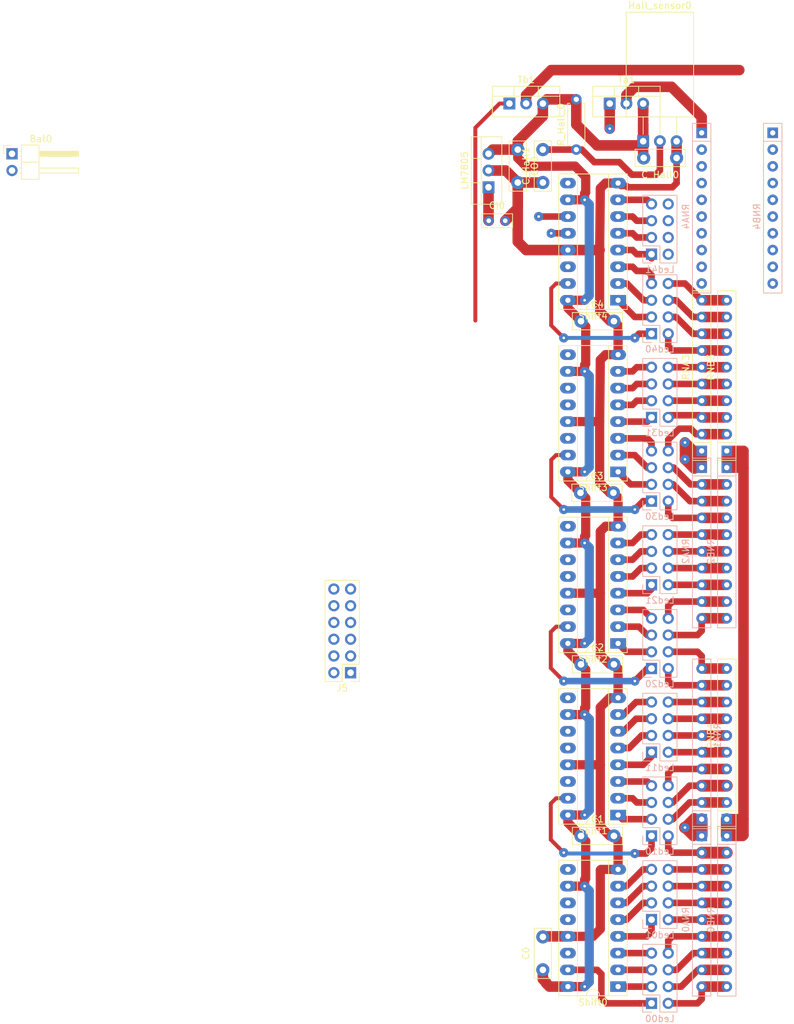
<source format=kicad_pcb>
(kicad_pcb (version 4) (host pcbnew 4.0.7-e2-6376~58~ubuntu14.04.1)

  (general
    (links 195)
    (no_connects 47)
    (area 0 0 0 0)
    (thickness 1.6)
    (drawings 0)
    (tracks 498)
    (zones 0)
    (modules 41)
    (nets 112)
  )

  (page A4)
  (layers
    (0 F.Cu signal)
    (1 In1.Cu signal)
    (2 In2.Cu signal)
    (31 B.Cu signal)
    (32 B.Adhes user)
    (33 F.Adhes user)
    (34 B.Paste user)
    (35 F.Paste user)
    (36 B.SilkS user)
    (37 F.SilkS user)
    (38 B.Mask user)
    (39 F.Mask user)
    (40 Dwgs.User user)
    (41 Cmts.User user)
    (42 Eco1.User user)
    (43 Eco2.User user)
    (44 Edge.Cuts user)
    (45 Margin user)
    (46 B.CrtYd user)
    (47 F.CrtYd user)
    (48 B.Fab user)
    (49 F.Fab user)
  )

  (setup
    (last_trace_width 1.4)
    (user_trace_width 0.6)
    (user_trace_width 1)
    (user_trace_width 1.4)
    (user_trace_width 1.6)
    (user_trace_width 1.8)
    (user_trace_width 2)
    (trace_clearance 0.8)
    (zone_clearance 0.508)
    (zone_45_only no)
    (trace_min 0.2)
    (segment_width 0.2)
    (edge_width 0.15)
    (via_size 1.4)
    (via_drill 0.4)
    (via_min_size 0.3)
    (via_min_drill 0.1)
    (uvia_size 0.5)
    (uvia_drill 0.1)
    (uvias_allowed no)
    (uvia_min_size 0.1)
    (uvia_min_drill 0.1)
    (pcb_text_width 0.3)
    (pcb_text_size 1.5 1.5)
    (mod_edge_width 0.15)
    (mod_text_size 1 1)
    (mod_text_width 0.15)
    (pad_size 1.524 1.524)
    (pad_drill 0.762)
    (pad_to_mask_clearance 0.2)
    (aux_axis_origin 0 0)
    (visible_elements FFFFEF7F)
    (pcbplotparams
      (layerselection 0x00030_80000001)
      (usegerberextensions false)
      (excludeedgelayer true)
      (linewidth 0.100000)
      (plotframeref false)
      (viasonmask false)
      (mode 1)
      (useauxorigin false)
      (hpglpennumber 1)
      (hpglpenspeed 20)
      (hpglpendiameter 15)
      (hpglpenoverlay 2)
      (psnegative false)
      (psa4output false)
      (plotreference true)
      (plotvalue true)
      (plotinvisibletext false)
      (padsonsilk false)
      (subtractmaskfromsilk false)
      (outputformat 1)
      (mirror false)
      (drillshape 1)
      (scaleselection 1)
      (outputdirectory ""))
  )

  (net 0 "")
  (net 1 Vbat)
  (net 2 GND)
  (net 3 VCC)
  (net 4 Serial_Data_0)
  (net 5 Serial_Data_1)
  (net 6 Serial_Data_2)
  (net 7 Serial_Data_3)
  (net 8 Serial_Data_4)
  (net 9 Command_TB)
  (net 10 Command_TA)
  (net 11 Lock)
  (net 12 Clock)
  (net 13 Alim_led_A)
  (net 14 "Net-(RNA4-Pad6)")
  (net 15 Alime_led_B)
  (net 16 "Net-(RNB4-Pad6)")
  (net 17 "Net-(Shift0-Pad9)")
  (net 18 "Net-(Shift1-Pad9)")
  (net 19 "Net-(Shift2-Pad9)")
  (net 20 "Net-(Shift3-Pad9)")
  (net 21 "Net-(Shift4-Pad9)")
  (net 22 "Net-(RNA4-Pad2)")
  (net 23 "Net-(RNA4-Pad3)")
  (net 24 "Net-(RNA4-Pad4)")
  (net 25 "Net-(RNA4-Pad5)")
  (net 26 "Net-(RNB4-Pad2)")
  (net 27 "Net-(RNB4-Pad3)")
  (net 28 "Net-(RNB4-Pad4)")
  (net 29 "Net-(RNB4-Pad5)")
  (net 30 Hall_Sensor)
  (net 31 "Net-(Led00-Pad1)")
  (net 32 "Net-(Led00-Pad2)")
  (net 33 "Net-(Led00-Pad3)")
  (net 34 "Net-(Led00-Pad4)")
  (net 35 "Net-(Led00-Pad5)")
  (net 36 "Net-(Led00-Pad6)")
  (net 37 "Net-(Led00-Pad7)")
  (net 38 "Net-(Led00-Pad8)")
  (net 39 "Net-(Led01-Pad1)")
  (net 40 "Net-(Led01-Pad2)")
  (net 41 "Net-(Led01-Pad3)")
  (net 42 "Net-(Led01-Pad4)")
  (net 43 "Net-(Led01-Pad5)")
  (net 44 "Net-(Led01-Pad6)")
  (net 45 "Net-(Led01-Pad7)")
  (net 46 "Net-(Led01-Pad8)")
  (net 47 "Net-(Led10-Pad1)")
  (net 48 "Net-(Led10-Pad2)")
  (net 49 "Net-(Led10-Pad3)")
  (net 50 "Net-(Led10-Pad4)")
  (net 51 "Net-(Led10-Pad5)")
  (net 52 "Net-(Led10-Pad6)")
  (net 53 "Net-(Led10-Pad7)")
  (net 54 "Net-(Led10-Pad8)")
  (net 55 "Net-(Led11-Pad1)")
  (net 56 "Net-(Led11-Pad2)")
  (net 57 "Net-(Led11-Pad3)")
  (net 58 "Net-(Led11-Pad4)")
  (net 59 "Net-(Led11-Pad5)")
  (net 60 "Net-(Led11-Pad6)")
  (net 61 "Net-(Led11-Pad7)")
  (net 62 "Net-(Led11-Pad8)")
  (net 63 "Net-(Led20-Pad1)")
  (net 64 "Net-(Led20-Pad2)")
  (net 65 "Net-(Led20-Pad3)")
  (net 66 "Net-(Led20-Pad4)")
  (net 67 "Net-(Led20-Pad5)")
  (net 68 "Net-(Led20-Pad6)")
  (net 69 "Net-(Led20-Pad7)")
  (net 70 "Net-(Led20-Pad8)")
  (net 71 "Net-(Led21-Pad1)")
  (net 72 "Net-(Led21-Pad2)")
  (net 73 "Net-(Led21-Pad3)")
  (net 74 "Net-(Led21-Pad4)")
  (net 75 "Net-(Led21-Pad5)")
  (net 76 "Net-(Led21-Pad6)")
  (net 77 "Net-(Led21-Pad7)")
  (net 78 "Net-(Led21-Pad8)")
  (net 79 "Net-(Led30-Pad1)")
  (net 80 "Net-(Led30-Pad2)")
  (net 81 "Net-(Led30-Pad3)")
  (net 82 "Net-(Led30-Pad4)")
  (net 83 "Net-(Led30-Pad5)")
  (net 84 "Net-(Led30-Pad6)")
  (net 85 "Net-(Led30-Pad7)")
  (net 86 "Net-(Led30-Pad8)")
  (net 87 "Net-(Led31-Pad1)")
  (net 88 "Net-(Led31-Pad2)")
  (net 89 "Net-(Led31-Pad3)")
  (net 90 "Net-(Led31-Pad4)")
  (net 91 "Net-(Led31-Pad5)")
  (net 92 "Net-(Led31-Pad6)")
  (net 93 "Net-(Led31-Pad7)")
  (net 94 "Net-(Led31-Pad8)")
  (net 95 "Net-(Led40-Pad1)")
  (net 96 "Net-(Led40-Pad2)")
  (net 97 "Net-(Led40-Pad3)")
  (net 98 "Net-(Led40-Pad4)")
  (net 99 "Net-(Led40-Pad5)")
  (net 100 "Net-(Led40-Pad6)")
  (net 101 "Net-(Led40-Pad7)")
  (net 102 "Net-(Led40-Pad8)")
  (net 103 "Net-(Led41-Pad1)")
  (net 104 "Net-(Led41-Pad2)")
  (net 105 "Net-(Led41-Pad3)")
  (net 106 "Net-(Led41-Pad4)")
  (net 107 "Net-(Led41-Pad5)")
  (net 108 "Net-(Led41-Pad6)")
  (net 109 "Net-(Led41-Pad7)")
  (net 110 "Net-(Led41-Pad8)")
  (net 111 "Net-(J5-Pad6)")

  (net_class Default "This is the default net class."
    (clearance 0.8)
    (trace_width 1)
    (via_dia 1.4)
    (via_drill 0.4)
    (uvia_dia 0.5)
    (uvia_drill 0.1)
    (add_net Alim_led_A)
    (add_net Alime_led_B)
    (add_net Clock)
    (add_net Command_TA)
    (add_net Command_TB)
    (add_net GND)
    (add_net Hall_Sensor)
    (add_net Lock)
    (add_net "Net-(J5-Pad6)")
    (add_net "Net-(Led00-Pad1)")
    (add_net "Net-(Led00-Pad2)")
    (add_net "Net-(Led00-Pad3)")
    (add_net "Net-(Led00-Pad4)")
    (add_net "Net-(Led00-Pad5)")
    (add_net "Net-(Led00-Pad6)")
    (add_net "Net-(Led00-Pad7)")
    (add_net "Net-(Led00-Pad8)")
    (add_net "Net-(Led01-Pad1)")
    (add_net "Net-(Led01-Pad2)")
    (add_net "Net-(Led01-Pad3)")
    (add_net "Net-(Led01-Pad4)")
    (add_net "Net-(Led01-Pad5)")
    (add_net "Net-(Led01-Pad6)")
    (add_net "Net-(Led01-Pad7)")
    (add_net "Net-(Led01-Pad8)")
    (add_net "Net-(Led10-Pad1)")
    (add_net "Net-(Led10-Pad2)")
    (add_net "Net-(Led10-Pad3)")
    (add_net "Net-(Led10-Pad4)")
    (add_net "Net-(Led10-Pad5)")
    (add_net "Net-(Led10-Pad6)")
    (add_net "Net-(Led10-Pad7)")
    (add_net "Net-(Led10-Pad8)")
    (add_net "Net-(Led11-Pad1)")
    (add_net "Net-(Led11-Pad2)")
    (add_net "Net-(Led11-Pad3)")
    (add_net "Net-(Led11-Pad4)")
    (add_net "Net-(Led11-Pad5)")
    (add_net "Net-(Led11-Pad6)")
    (add_net "Net-(Led11-Pad7)")
    (add_net "Net-(Led11-Pad8)")
    (add_net "Net-(Led20-Pad1)")
    (add_net "Net-(Led20-Pad2)")
    (add_net "Net-(Led20-Pad3)")
    (add_net "Net-(Led20-Pad4)")
    (add_net "Net-(Led20-Pad5)")
    (add_net "Net-(Led20-Pad6)")
    (add_net "Net-(Led20-Pad7)")
    (add_net "Net-(Led20-Pad8)")
    (add_net "Net-(Led21-Pad1)")
    (add_net "Net-(Led21-Pad2)")
    (add_net "Net-(Led21-Pad3)")
    (add_net "Net-(Led21-Pad4)")
    (add_net "Net-(Led21-Pad5)")
    (add_net "Net-(Led21-Pad6)")
    (add_net "Net-(Led21-Pad7)")
    (add_net "Net-(Led21-Pad8)")
    (add_net "Net-(Led30-Pad1)")
    (add_net "Net-(Led30-Pad2)")
    (add_net "Net-(Led30-Pad3)")
    (add_net "Net-(Led30-Pad4)")
    (add_net "Net-(Led30-Pad5)")
    (add_net "Net-(Led30-Pad6)")
    (add_net "Net-(Led30-Pad7)")
    (add_net "Net-(Led30-Pad8)")
    (add_net "Net-(Led31-Pad1)")
    (add_net "Net-(Led31-Pad2)")
    (add_net "Net-(Led31-Pad3)")
    (add_net "Net-(Led31-Pad4)")
    (add_net "Net-(Led31-Pad5)")
    (add_net "Net-(Led31-Pad6)")
    (add_net "Net-(Led31-Pad7)")
    (add_net "Net-(Led31-Pad8)")
    (add_net "Net-(Led40-Pad1)")
    (add_net "Net-(Led40-Pad2)")
    (add_net "Net-(Led40-Pad3)")
    (add_net "Net-(Led40-Pad4)")
    (add_net "Net-(Led40-Pad5)")
    (add_net "Net-(Led40-Pad6)")
    (add_net "Net-(Led40-Pad7)")
    (add_net "Net-(Led40-Pad8)")
    (add_net "Net-(Led41-Pad1)")
    (add_net "Net-(Led41-Pad2)")
    (add_net "Net-(Led41-Pad3)")
    (add_net "Net-(Led41-Pad4)")
    (add_net "Net-(Led41-Pad5)")
    (add_net "Net-(Led41-Pad6)")
    (add_net "Net-(Led41-Pad7)")
    (add_net "Net-(Led41-Pad8)")
    (add_net "Net-(RNA4-Pad2)")
    (add_net "Net-(RNA4-Pad3)")
    (add_net "Net-(RNA4-Pad4)")
    (add_net "Net-(RNA4-Pad5)")
    (add_net "Net-(RNA4-Pad6)")
    (add_net "Net-(RNB4-Pad2)")
    (add_net "Net-(RNB4-Pad3)")
    (add_net "Net-(RNB4-Pad4)")
    (add_net "Net-(RNB4-Pad5)")
    (add_net "Net-(RNB4-Pad6)")
    (add_net "Net-(Shift0-Pad9)")
    (add_net "Net-(Shift1-Pad9)")
    (add_net "Net-(Shift2-Pad9)")
    (add_net "Net-(Shift3-Pad9)")
    (add_net "Net-(Shift4-Pad9)")
    (add_net Serial_Data_0)
    (add_net Serial_Data_1)
    (add_net Serial_Data_2)
    (add_net Serial_Data_3)
    (add_net Serial_Data_4)
    (add_net VCC)
    (add_net Vbat)
  )

  (net_class big ""
    (clearance 0.8)
    (trace_width 2)
    (via_dia 2.8)
    (via_drill 0.4)
    (uvia_dia 0.5)
    (uvia_drill 0.1)
  )

  (net_class small ""
    (clearance 0.8)
    (trace_width 0.6)
    (via_dia 0.84)
    (via_drill 0.4)
    (uvia_dia 0.5)
    (uvia_drill 0.1)
  )

  (net_class wire ""
    (clearance 0)
    (trace_width 0.2)
    (via_dia 1.4)
    (via_drill 0.4)
    (uvia_dia 0.5)
    (uvia_drill 0.1)
  )

  (module Resistors_THT:R_Array_SIP10 (layer B.Cu) (tedit 57FA3974) (tstamp 5AA3C422)
    (at 214.63 79.375 270)
    (descr "10-pin Resistor SIP pack")
    (tags R)
    (path /5AA3C9D5)
    (fp_text reference RNA2 (at 12.7 2.4 270) (layer B.SilkS)
      (effects (font (size 1 1) (thickness 0.15)) (justify mirror))
    )
    (fp_text value R_Network09 (at 12.7 -2.4 270) (layer B.Fab)
      (effects (font (size 1 1) (thickness 0.15)) (justify mirror))
    )
    (fp_line (start -1.29 1.25) (end -1.29 -1.25) (layer B.Fab) (width 0.1))
    (fp_line (start -1.29 -1.25) (end 24.15 -1.25) (layer B.Fab) (width 0.1))
    (fp_line (start 24.15 -1.25) (end 24.15 1.25) (layer B.Fab) (width 0.1))
    (fp_line (start 24.15 1.25) (end -1.29 1.25) (layer B.Fab) (width 0.1))
    (fp_line (start 1.27 1.25) (end 1.27 -1.25) (layer B.Fab) (width 0.1))
    (fp_line (start -1.44 1.4) (end -1.44 -1.4) (layer B.SilkS) (width 0.12))
    (fp_line (start -1.44 -1.4) (end 24.3 -1.4) (layer B.SilkS) (width 0.12))
    (fp_line (start 24.3 -1.4) (end 24.3 1.4) (layer B.SilkS) (width 0.12))
    (fp_line (start 24.3 1.4) (end -1.44 1.4) (layer B.SilkS) (width 0.12))
    (fp_line (start 1.27 1.4) (end 1.27 -1.4) (layer B.SilkS) (width 0.12))
    (fp_line (start -1.7 1.65) (end -1.7 -1.65) (layer B.CrtYd) (width 0.05))
    (fp_line (start -1.7 -1.65) (end 24.55 -1.65) (layer B.CrtYd) (width 0.05))
    (fp_line (start 24.55 -1.65) (end 24.55 1.65) (layer B.CrtYd) (width 0.05))
    (fp_line (start 24.55 1.65) (end -1.7 1.65) (layer B.CrtYd) (width 0.05))
    (pad 1 thru_hole rect (at 0 0 270) (size 1.6 1.6) (drill 0.8) (layers *.Cu *.Mask)
      (net 13 Alim_led_A))
    (pad 2 thru_hole oval (at 2.54 0 270) (size 1.6 1.6) (drill 0.8) (layers *.Cu *.Mask)
      (net 84 "Net-(Led30-Pad6)"))
    (pad 3 thru_hole oval (at 5.08 0 270) (size 1.6 1.6) (drill 0.8) (layers *.Cu *.Mask)
      (net 82 "Net-(Led30-Pad4)"))
    (pad 4 thru_hole oval (at 7.62 0 270) (size 1.6 1.6) (drill 0.8) (layers *.Cu *.Mask)
      (net 80 "Net-(Led30-Pad2)"))
    (pad 5 thru_hole oval (at 10.16 0 270) (size 1.6 1.6) (drill 0.8) (layers *.Cu *.Mask)
      (net 78 "Net-(Led21-Pad8)"))
    (pad 6 thru_hole oval (at 12.7 0 270) (size 1.6 1.6) (drill 0.8) (layers *.Cu *.Mask)
      (net 76 "Net-(Led21-Pad6)"))
    (pad 7 thru_hole oval (at 15.24 0 270) (size 1.6 1.6) (drill 0.8) (layers *.Cu *.Mask)
      (net 74 "Net-(Led21-Pad4)"))
    (pad 8 thru_hole oval (at 17.78 0 270) (size 1.6 1.6) (drill 0.8) (layers *.Cu *.Mask)
      (net 72 "Net-(Led21-Pad2)"))
    (pad 9 thru_hole oval (at 20.32 0 270) (size 1.6 1.6) (drill 0.8) (layers *.Cu *.Mask)
      (net 70 "Net-(Led20-Pad8)"))
    (pad 10 thru_hole oval (at 22.86 0 270) (size 1.6 1.6) (drill 0.8) (layers *.Cu *.Mask)
      (net 68 "Net-(Led20-Pad6)"))
    (model ${KISYS3DMOD}/Resistors_THT.3dshapes/R_Array_SIP10.wrl
      (at (xyz 0 0 0))
      (scale (xyz 0.39 0.39 0.39))
      (rotate (xyz 0 0 0))
    )
  )

  (module Housings_DIP:DIP-16_W7.62mm_Socket_LongPads (layer F.Cu) (tedit 58CC8E2D) (tstamp 5AA3C498)
    (at 201.93 158.115 180)
    (descr "16-lead dip package, row spacing 7.62 mm (300 mils), Socket, LongPads")
    (tags "DIL DIP PDIP 2.54mm 7.62mm 300mil Socket LongPads")
    (path /5A9F9E11)
    (fp_text reference Shift0 (at 3.81 -2.39 180) (layer F.SilkS)
      (effects (font (size 1 1) (thickness 0.15)))
    )
    (fp_text value 74LS595 (at 3.81 20.17 180) (layer F.Fab)
      (effects (font (size 1 1) (thickness 0.15)))
    )
    (fp_text user %R (at 3.81 8.89 180) (layer F.Fab)
      (effects (font (size 1 1) (thickness 0.15)))
    )
    (fp_line (start 1.635 -1.27) (end 6.985 -1.27) (layer F.Fab) (width 0.1))
    (fp_line (start 6.985 -1.27) (end 6.985 19.05) (layer F.Fab) (width 0.1))
    (fp_line (start 6.985 19.05) (end 0.635 19.05) (layer F.Fab) (width 0.1))
    (fp_line (start 0.635 19.05) (end 0.635 -0.27) (layer F.Fab) (width 0.1))
    (fp_line (start 0.635 -0.27) (end 1.635 -1.27) (layer F.Fab) (width 0.1))
    (fp_line (start -1.27 -1.27) (end -1.27 19.05) (layer F.Fab) (width 0.1))
    (fp_line (start -1.27 19.05) (end 8.89 19.05) (layer F.Fab) (width 0.1))
    (fp_line (start 8.89 19.05) (end 8.89 -1.27) (layer F.Fab) (width 0.1))
    (fp_line (start 8.89 -1.27) (end -1.27 -1.27) (layer F.Fab) (width 0.1))
    (fp_line (start 2.81 -1.39) (end 1.44 -1.39) (layer F.SilkS) (width 0.12))
    (fp_line (start 1.44 -1.39) (end 1.44 19.17) (layer F.SilkS) (width 0.12))
    (fp_line (start 1.44 19.17) (end 6.18 19.17) (layer F.SilkS) (width 0.12))
    (fp_line (start 6.18 19.17) (end 6.18 -1.39) (layer F.SilkS) (width 0.12))
    (fp_line (start 6.18 -1.39) (end 4.81 -1.39) (layer F.SilkS) (width 0.12))
    (fp_line (start -1.39 -1.39) (end -1.39 19.17) (layer F.SilkS) (width 0.12))
    (fp_line (start -1.39 19.17) (end 9.01 19.17) (layer F.SilkS) (width 0.12))
    (fp_line (start 9.01 19.17) (end 9.01 -1.39) (layer F.SilkS) (width 0.12))
    (fp_line (start 9.01 -1.39) (end -1.39 -1.39) (layer F.SilkS) (width 0.12))
    (fp_line (start -1.7 -1.7) (end -1.7 19.5) (layer F.CrtYd) (width 0.05))
    (fp_line (start -1.7 19.5) (end 9.3 19.5) (layer F.CrtYd) (width 0.05))
    (fp_line (start 9.3 19.5) (end 9.3 -1.7) (layer F.CrtYd) (width 0.05))
    (fp_line (start 9.3 -1.7) (end -1.7 -1.7) (layer F.CrtYd) (width 0.05))
    (fp_arc (start 3.81 -1.39) (end 2.81 -1.39) (angle -180) (layer F.SilkS) (width 0.12))
    (pad 1 thru_hole rect (at 0 0 180) (size 2.4 1.6) (drill 0.8) (layers *.Cu *.Mask)
      (net 33 "Net-(Led00-Pad3)"))
    (pad 9 thru_hole oval (at 7.62 17.78 180) (size 2.4 1.6) (drill 0.8) (layers *.Cu *.Mask)
      (net 17 "Net-(Shift0-Pad9)"))
    (pad 2 thru_hole oval (at 0 2.54 180) (size 2.4 1.6) (drill 0.8) (layers *.Cu *.Mask)
      (net 35 "Net-(Led00-Pad5)"))
    (pad 10 thru_hole oval (at 7.62 15.24 180) (size 2.4 1.6) (drill 0.8) (layers *.Cu *.Mask)
      (net 3 VCC))
    (pad 3 thru_hole oval (at 0 5.08 180) (size 2.4 1.6) (drill 0.8) (layers *.Cu *.Mask)
      (net 37 "Net-(Led00-Pad7)"))
    (pad 11 thru_hole oval (at 7.62 12.7 180) (size 2.4 1.6) (drill 0.8) (layers *.Cu *.Mask)
      (net 12 Clock))
    (pad 4 thru_hole oval (at 0 7.62 180) (size 2.4 1.6) (drill 0.8) (layers *.Cu *.Mask)
      (net 39 "Net-(Led01-Pad1)"))
    (pad 12 thru_hole oval (at 7.62 10.16 180) (size 2.4 1.6) (drill 0.8) (layers *.Cu *.Mask)
      (net 11 Lock))
    (pad 5 thru_hole oval (at 0 10.16 180) (size 2.4 1.6) (drill 0.8) (layers *.Cu *.Mask)
      (net 41 "Net-(Led01-Pad3)"))
    (pad 13 thru_hole oval (at 7.62 7.62 180) (size 2.4 1.6) (drill 0.8) (layers *.Cu *.Mask)
      (net 2 GND))
    (pad 6 thru_hole oval (at 0 12.7 180) (size 2.4 1.6) (drill 0.8) (layers *.Cu *.Mask)
      (net 43 "Net-(Led01-Pad5)"))
    (pad 14 thru_hole oval (at 7.62 5.08 180) (size 2.4 1.6) (drill 0.8) (layers *.Cu *.Mask)
      (net 4 Serial_Data_0))
    (pad 7 thru_hole oval (at 0 15.24 180) (size 2.4 1.6) (drill 0.8) (layers *.Cu *.Mask)
      (net 45 "Net-(Led01-Pad7)"))
    (pad 15 thru_hole oval (at 7.62 2.54 180) (size 2.4 1.6) (drill 0.8) (layers *.Cu *.Mask)
      (net 31 "Net-(Led00-Pad1)"))
    (pad 8 thru_hole oval (at 0 17.78 180) (size 2.4 1.6) (drill 0.8) (layers *.Cu *.Mask)
      (net 2 GND))
    (pad 16 thru_hole oval (at 7.62 0 180) (size 2.4 1.6) (drill 0.8) (layers *.Cu *.Mask)
      (net 3 VCC))
    (model ${KISYS3DMOD}/Housings_DIP.3dshapes/DIP-16_W7.62mm_Socket_LongPads.wrl
      (at (xyz 0 0 0))
      (scale (xyz 1 1 1))
      (rotate (xyz 0 0 0))
    )
  )

  (module Housings_DIP:DIP-16_W7.62mm_Socket_LongPads (layer F.Cu) (tedit 58CC8E2D) (tstamp 5AA3C4E8)
    (at 201.93 53.975 180)
    (descr "16-lead dip package, row spacing 7.62 mm (300 mils), Socket, LongPads")
    (tags "DIL DIP PDIP 2.54mm 7.62mm 300mil Socket LongPads")
    (path /5AA05925)
    (fp_text reference Shift4 (at 3.81 -2.39 180) (layer F.SilkS)
      (effects (font (size 1 1) (thickness 0.15)))
    )
    (fp_text value 74LS595 (at 3.81 20.17 180) (layer F.Fab)
      (effects (font (size 1 1) (thickness 0.15)))
    )
    (fp_text user %R (at 3.81 8.89 180) (layer F.Fab)
      (effects (font (size 1 1) (thickness 0.15)))
    )
    (fp_line (start 1.635 -1.27) (end 6.985 -1.27) (layer F.Fab) (width 0.1))
    (fp_line (start 6.985 -1.27) (end 6.985 19.05) (layer F.Fab) (width 0.1))
    (fp_line (start 6.985 19.05) (end 0.635 19.05) (layer F.Fab) (width 0.1))
    (fp_line (start 0.635 19.05) (end 0.635 -0.27) (layer F.Fab) (width 0.1))
    (fp_line (start 0.635 -0.27) (end 1.635 -1.27) (layer F.Fab) (width 0.1))
    (fp_line (start -1.27 -1.27) (end -1.27 19.05) (layer F.Fab) (width 0.1))
    (fp_line (start -1.27 19.05) (end 8.89 19.05) (layer F.Fab) (width 0.1))
    (fp_line (start 8.89 19.05) (end 8.89 -1.27) (layer F.Fab) (width 0.1))
    (fp_line (start 8.89 -1.27) (end -1.27 -1.27) (layer F.Fab) (width 0.1))
    (fp_line (start 2.81 -1.39) (end 1.44 -1.39) (layer F.SilkS) (width 0.12))
    (fp_line (start 1.44 -1.39) (end 1.44 19.17) (layer F.SilkS) (width 0.12))
    (fp_line (start 1.44 19.17) (end 6.18 19.17) (layer F.SilkS) (width 0.12))
    (fp_line (start 6.18 19.17) (end 6.18 -1.39) (layer F.SilkS) (width 0.12))
    (fp_line (start 6.18 -1.39) (end 4.81 -1.39) (layer F.SilkS) (width 0.12))
    (fp_line (start -1.39 -1.39) (end -1.39 19.17) (layer F.SilkS) (width 0.12))
    (fp_line (start -1.39 19.17) (end 9.01 19.17) (layer F.SilkS) (width 0.12))
    (fp_line (start 9.01 19.17) (end 9.01 -1.39) (layer F.SilkS) (width 0.12))
    (fp_line (start 9.01 -1.39) (end -1.39 -1.39) (layer F.SilkS) (width 0.12))
    (fp_line (start -1.7 -1.7) (end -1.7 19.5) (layer F.CrtYd) (width 0.05))
    (fp_line (start -1.7 19.5) (end 9.3 19.5) (layer F.CrtYd) (width 0.05))
    (fp_line (start 9.3 19.5) (end 9.3 -1.7) (layer F.CrtYd) (width 0.05))
    (fp_line (start 9.3 -1.7) (end -1.7 -1.7) (layer F.CrtYd) (width 0.05))
    (fp_arc (start 3.81 -1.39) (end 2.81 -1.39) (angle -180) (layer F.SilkS) (width 0.12))
    (pad 1 thru_hole rect (at 0 0 180) (size 2.4 1.6) (drill 0.8) (layers *.Cu *.Mask)
      (net 97 "Net-(Led40-Pad3)"))
    (pad 9 thru_hole oval (at 7.62 17.78 180) (size 2.4 1.6) (drill 0.8) (layers *.Cu *.Mask)
      (net 21 "Net-(Shift4-Pad9)"))
    (pad 2 thru_hole oval (at 0 2.54 180) (size 2.4 1.6) (drill 0.8) (layers *.Cu *.Mask)
      (net 99 "Net-(Led40-Pad5)"))
    (pad 10 thru_hole oval (at 7.62 15.24 180) (size 2.4 1.6) (drill 0.8) (layers *.Cu *.Mask)
      (net 3 VCC))
    (pad 3 thru_hole oval (at 0 5.08 180) (size 2.4 1.6) (drill 0.8) (layers *.Cu *.Mask)
      (net 101 "Net-(Led40-Pad7)"))
    (pad 11 thru_hole oval (at 7.62 12.7 180) (size 2.4 1.6) (drill 0.8) (layers *.Cu *.Mask)
      (net 12 Clock))
    (pad 4 thru_hole oval (at 0 7.62 180) (size 2.4 1.6) (drill 0.8) (layers *.Cu *.Mask)
      (net 103 "Net-(Led41-Pad1)"))
    (pad 12 thru_hole oval (at 7.62 10.16 180) (size 2.4 1.6) (drill 0.8) (layers *.Cu *.Mask)
      (net 11 Lock))
    (pad 5 thru_hole oval (at 0 10.16 180) (size 2.4 1.6) (drill 0.8) (layers *.Cu *.Mask)
      (net 105 "Net-(Led41-Pad3)"))
    (pad 13 thru_hole oval (at 7.62 7.62 180) (size 2.4 1.6) (drill 0.8) (layers *.Cu *.Mask)
      (net 2 GND))
    (pad 6 thru_hole oval (at 0 12.7 180) (size 2.4 1.6) (drill 0.8) (layers *.Cu *.Mask)
      (net 107 "Net-(Led41-Pad5)"))
    (pad 14 thru_hole oval (at 7.62 5.08 180) (size 2.4 1.6) (drill 0.8) (layers *.Cu *.Mask)
      (net 8 Serial_Data_4))
    (pad 7 thru_hole oval (at 0 15.24 180) (size 2.4 1.6) (drill 0.8) (layers *.Cu *.Mask)
      (net 109 "Net-(Led41-Pad7)"))
    (pad 15 thru_hole oval (at 7.62 2.54 180) (size 2.4 1.6) (drill 0.8) (layers *.Cu *.Mask)
      (net 95 "Net-(Led40-Pad1)"))
    (pad 8 thru_hole oval (at 0 17.78 180) (size 2.4 1.6) (drill 0.8) (layers *.Cu *.Mask)
      (net 2 GND))
    (pad 16 thru_hole oval (at 7.62 0 180) (size 2.4 1.6) (drill 0.8) (layers *.Cu *.Mask)
      (net 3 VCC))
    (model ${KISYS3DMOD}/Housings_DIP.3dshapes/DIP-16_W7.62mm_Socket_LongPads.wrl
      (at (xyz 0 0 0))
      (scale (xyz 1 1 1))
      (rotate (xyz 0 0 0))
    )
  )

  (module Housings_DIP:DIP-16_W7.62mm_Socket_LongPads (layer F.Cu) (tedit 58CC8E2D) (tstamp 5AA3C4AC)
    (at 201.93 132.08 180)
    (descr "16-lead dip package, row spacing 7.62 mm (300 mils), Socket, LongPads")
    (tags "DIL DIP PDIP 2.54mm 7.62mm 300mil Socket LongPads")
    (path /5AA03953)
    (fp_text reference Shift1 (at 3.81 -2.39 180) (layer F.SilkS)
      (effects (font (size 1 1) (thickness 0.15)))
    )
    (fp_text value 74LS595 (at 3.81 20.17 180) (layer F.Fab)
      (effects (font (size 1 1) (thickness 0.15)))
    )
    (fp_text user %R (at 3.81 8.89 180) (layer F.Fab)
      (effects (font (size 1 1) (thickness 0.15)))
    )
    (fp_line (start 1.635 -1.27) (end 6.985 -1.27) (layer F.Fab) (width 0.1))
    (fp_line (start 6.985 -1.27) (end 6.985 19.05) (layer F.Fab) (width 0.1))
    (fp_line (start 6.985 19.05) (end 0.635 19.05) (layer F.Fab) (width 0.1))
    (fp_line (start 0.635 19.05) (end 0.635 -0.27) (layer F.Fab) (width 0.1))
    (fp_line (start 0.635 -0.27) (end 1.635 -1.27) (layer F.Fab) (width 0.1))
    (fp_line (start -1.27 -1.27) (end -1.27 19.05) (layer F.Fab) (width 0.1))
    (fp_line (start -1.27 19.05) (end 8.89 19.05) (layer F.Fab) (width 0.1))
    (fp_line (start 8.89 19.05) (end 8.89 -1.27) (layer F.Fab) (width 0.1))
    (fp_line (start 8.89 -1.27) (end -1.27 -1.27) (layer F.Fab) (width 0.1))
    (fp_line (start 2.81 -1.39) (end 1.44 -1.39) (layer F.SilkS) (width 0.12))
    (fp_line (start 1.44 -1.39) (end 1.44 19.17) (layer F.SilkS) (width 0.12))
    (fp_line (start 1.44 19.17) (end 6.18 19.17) (layer F.SilkS) (width 0.12))
    (fp_line (start 6.18 19.17) (end 6.18 -1.39) (layer F.SilkS) (width 0.12))
    (fp_line (start 6.18 -1.39) (end 4.81 -1.39) (layer F.SilkS) (width 0.12))
    (fp_line (start -1.39 -1.39) (end -1.39 19.17) (layer F.SilkS) (width 0.12))
    (fp_line (start -1.39 19.17) (end 9.01 19.17) (layer F.SilkS) (width 0.12))
    (fp_line (start 9.01 19.17) (end 9.01 -1.39) (layer F.SilkS) (width 0.12))
    (fp_line (start 9.01 -1.39) (end -1.39 -1.39) (layer F.SilkS) (width 0.12))
    (fp_line (start -1.7 -1.7) (end -1.7 19.5) (layer F.CrtYd) (width 0.05))
    (fp_line (start -1.7 19.5) (end 9.3 19.5) (layer F.CrtYd) (width 0.05))
    (fp_line (start 9.3 19.5) (end 9.3 -1.7) (layer F.CrtYd) (width 0.05))
    (fp_line (start 9.3 -1.7) (end -1.7 -1.7) (layer F.CrtYd) (width 0.05))
    (fp_arc (start 3.81 -1.39) (end 2.81 -1.39) (angle -180) (layer F.SilkS) (width 0.12))
    (pad 1 thru_hole rect (at 0 0 180) (size 2.4 1.6) (drill 0.8) (layers *.Cu *.Mask)
      (net 49 "Net-(Led10-Pad3)"))
    (pad 9 thru_hole oval (at 7.62 17.78 180) (size 2.4 1.6) (drill 0.8) (layers *.Cu *.Mask)
      (net 18 "Net-(Shift1-Pad9)"))
    (pad 2 thru_hole oval (at 0 2.54 180) (size 2.4 1.6) (drill 0.8) (layers *.Cu *.Mask)
      (net 51 "Net-(Led10-Pad5)"))
    (pad 10 thru_hole oval (at 7.62 15.24 180) (size 2.4 1.6) (drill 0.8) (layers *.Cu *.Mask)
      (net 3 VCC))
    (pad 3 thru_hole oval (at 0 5.08 180) (size 2.4 1.6) (drill 0.8) (layers *.Cu *.Mask)
      (net 53 "Net-(Led10-Pad7)"))
    (pad 11 thru_hole oval (at 7.62 12.7 180) (size 2.4 1.6) (drill 0.8) (layers *.Cu *.Mask)
      (net 12 Clock))
    (pad 4 thru_hole oval (at 0 7.62 180) (size 2.4 1.6) (drill 0.8) (layers *.Cu *.Mask)
      (net 55 "Net-(Led11-Pad1)"))
    (pad 12 thru_hole oval (at 7.62 10.16 180) (size 2.4 1.6) (drill 0.8) (layers *.Cu *.Mask)
      (net 11 Lock))
    (pad 5 thru_hole oval (at 0 10.16 180) (size 2.4 1.6) (drill 0.8) (layers *.Cu *.Mask)
      (net 57 "Net-(Led11-Pad3)"))
    (pad 13 thru_hole oval (at 7.62 7.62 180) (size 2.4 1.6) (drill 0.8) (layers *.Cu *.Mask)
      (net 2 GND))
    (pad 6 thru_hole oval (at 0 12.7 180) (size 2.4 1.6) (drill 0.8) (layers *.Cu *.Mask)
      (net 59 "Net-(Led11-Pad5)"))
    (pad 14 thru_hole oval (at 7.62 5.08 180) (size 2.4 1.6) (drill 0.8) (layers *.Cu *.Mask)
      (net 5 Serial_Data_1))
    (pad 7 thru_hole oval (at 0 15.24 180) (size 2.4 1.6) (drill 0.8) (layers *.Cu *.Mask)
      (net 61 "Net-(Led11-Pad7)"))
    (pad 15 thru_hole oval (at 7.62 2.54 180) (size 2.4 1.6) (drill 0.8) (layers *.Cu *.Mask)
      (net 47 "Net-(Led10-Pad1)"))
    (pad 8 thru_hole oval (at 0 17.78 180) (size 2.4 1.6) (drill 0.8) (layers *.Cu *.Mask)
      (net 2 GND))
    (pad 16 thru_hole oval (at 7.62 0 180) (size 2.4 1.6) (drill 0.8) (layers *.Cu *.Mask)
      (net 3 VCC))
    (model ${KISYS3DMOD}/Housings_DIP.3dshapes/DIP-16_W7.62mm_Socket_LongPads.wrl
      (at (xyz 0 0 0))
      (scale (xyz 1 1 1))
      (rotate (xyz 0 0 0))
    )
  )

  (module Capacitors_THT:C_Disc_D7.5mm_W2.5mm_P5.00mm (layer F.Cu) (tedit 597BC7C2) (tstamp 5AA3C36B)
    (at 196.215 83.185)
    (descr "C, Disc series, Radial, pin pitch=5.00mm, , diameter*width=7.5*2.5mm^2, Capacitor, http://www.vishay.com/docs/28535/vy2series.pdf")
    (tags "C Disc series Radial pin pitch 5.00mm  diameter 7.5mm width 2.5mm Capacitor")
    (path /5AA0B81B)
    (fp_text reference C3 (at 2.5 -2.56) (layer F.SilkS)
      (effects (font (size 1 1) (thickness 0.15)))
    )
    (fp_text value C (at 2.5 2.56) (layer F.Fab)
      (effects (font (size 1 1) (thickness 0.15)))
    )
    (fp_line (start -1.25 -1.25) (end -1.25 1.25) (layer F.Fab) (width 0.1))
    (fp_line (start -1.25 1.25) (end 6.25 1.25) (layer F.Fab) (width 0.1))
    (fp_line (start 6.25 1.25) (end 6.25 -1.25) (layer F.Fab) (width 0.1))
    (fp_line (start 6.25 -1.25) (end -1.25 -1.25) (layer F.Fab) (width 0.1))
    (fp_line (start -1.31 -1.31) (end 6.31 -1.31) (layer F.SilkS) (width 0.12))
    (fp_line (start -1.31 1.31) (end 6.31 1.31) (layer F.SilkS) (width 0.12))
    (fp_line (start -1.31 -1.31) (end -1.31 1.31) (layer F.SilkS) (width 0.12))
    (fp_line (start 6.31 -1.31) (end 6.31 1.31) (layer F.SilkS) (width 0.12))
    (fp_line (start -1.6 -1.6) (end -1.6 1.6) (layer F.CrtYd) (width 0.05))
    (fp_line (start -1.6 1.6) (end 6.6 1.6) (layer F.CrtYd) (width 0.05))
    (fp_line (start 6.6 1.6) (end 6.6 -1.6) (layer F.CrtYd) (width 0.05))
    (fp_line (start 6.6 -1.6) (end -1.6 -1.6) (layer F.CrtYd) (width 0.05))
    (fp_text user %R (at 2.5 0) (layer F.Fab)
      (effects (font (size 1 1) (thickness 0.15)))
    )
    (pad 1 thru_hole circle (at 0 0) (size 2 2) (drill 1) (layers *.Cu *.Mask)
      (net 3 VCC))
    (pad 2 thru_hole circle (at 5 0) (size 2 2) (drill 1) (layers *.Cu *.Mask)
      (net 2 GND))
    (model ${KISYS3DMOD}/Capacitors_THT.3dshapes/C_Disc_D7.5mm_W2.5mm_P5.00mm.wrl
      (at (xyz 0 0 0))
      (scale (xyz 1 1 1))
      (rotate (xyz 0 0 0))
    )
  )

  (module Capacitors_THT:C_Disc_D7.5mm_W2.5mm_P5.00mm (layer F.Cu) (tedit 597BC7C2) (tstamp 5AA3C371)
    (at 196.295 57.15)
    (descr "C, Disc series, Radial, pin pitch=5.00mm, , diameter*width=7.5*2.5mm^2, Capacitor, http://www.vishay.com/docs/28535/vy2series.pdf")
    (tags "C Disc series Radial pin pitch 5.00mm  diameter 7.5mm width 2.5mm Capacitor")
    (path /5AA0B87C)
    (fp_text reference C4 (at 2.5 -2.56) (layer F.SilkS)
      (effects (font (size 1 1) (thickness 0.15)))
    )
    (fp_text value C (at 2.5 2.56) (layer F.Fab)
      (effects (font (size 1 1) (thickness 0.15)))
    )
    (fp_line (start -1.25 -1.25) (end -1.25 1.25) (layer F.Fab) (width 0.1))
    (fp_line (start -1.25 1.25) (end 6.25 1.25) (layer F.Fab) (width 0.1))
    (fp_line (start 6.25 1.25) (end 6.25 -1.25) (layer F.Fab) (width 0.1))
    (fp_line (start 6.25 -1.25) (end -1.25 -1.25) (layer F.Fab) (width 0.1))
    (fp_line (start -1.31 -1.31) (end 6.31 -1.31) (layer F.SilkS) (width 0.12))
    (fp_line (start -1.31 1.31) (end 6.31 1.31) (layer F.SilkS) (width 0.12))
    (fp_line (start -1.31 -1.31) (end -1.31 1.31) (layer F.SilkS) (width 0.12))
    (fp_line (start 6.31 -1.31) (end 6.31 1.31) (layer F.SilkS) (width 0.12))
    (fp_line (start -1.6 -1.6) (end -1.6 1.6) (layer F.CrtYd) (width 0.05))
    (fp_line (start -1.6 1.6) (end 6.6 1.6) (layer F.CrtYd) (width 0.05))
    (fp_line (start 6.6 1.6) (end 6.6 -1.6) (layer F.CrtYd) (width 0.05))
    (fp_line (start 6.6 -1.6) (end -1.6 -1.6) (layer F.CrtYd) (width 0.05))
    (fp_text user %R (at 2.5 0 180) (layer F.Fab)
      (effects (font (size 1 1) (thickness 0.15)))
    )
    (pad 1 thru_hole circle (at 0 0) (size 2 2) (drill 1) (layers *.Cu *.Mask)
      (net 3 VCC))
    (pad 2 thru_hole circle (at 5 0) (size 2 2) (drill 1) (layers *.Cu *.Mask)
      (net 2 GND))
    (model ${KISYS3DMOD}/Capacitors_THT.3dshapes/C_Disc_D7.5mm_W2.5mm_P5.00mm.wrl
      (at (xyz 0 0 0))
      (scale (xyz 1 1 1))
      (rotate (xyz 0 0 0))
    )
  )

  (module Resistors_THT:R_Array_SIP10 (layer F.Cu) (tedit 57FA3974) (tstamp 5AA3C45A)
    (at 218.44 132.715 90)
    (descr "10-pin Resistor SIP pack")
    (tags R)
    (path /5AA3C849)
    (fp_text reference RNB1 (at 12.7 -2.4 90) (layer F.SilkS)
      (effects (font (size 1 1) (thickness 0.15)))
    )
    (fp_text value R_Network09 (at 12.7 2.4 90) (layer F.Fab)
      (effects (font (size 1 1) (thickness 0.15)))
    )
    (fp_line (start -1.29 -1.25) (end -1.29 1.25) (layer F.Fab) (width 0.1))
    (fp_line (start -1.29 1.25) (end 24.15 1.25) (layer F.Fab) (width 0.1))
    (fp_line (start 24.15 1.25) (end 24.15 -1.25) (layer F.Fab) (width 0.1))
    (fp_line (start 24.15 -1.25) (end -1.29 -1.25) (layer F.Fab) (width 0.1))
    (fp_line (start 1.27 -1.25) (end 1.27 1.25) (layer F.Fab) (width 0.1))
    (fp_line (start -1.44 -1.4) (end -1.44 1.4) (layer F.SilkS) (width 0.12))
    (fp_line (start -1.44 1.4) (end 24.3 1.4) (layer F.SilkS) (width 0.12))
    (fp_line (start 24.3 1.4) (end 24.3 -1.4) (layer F.SilkS) (width 0.12))
    (fp_line (start 24.3 -1.4) (end -1.44 -1.4) (layer F.SilkS) (width 0.12))
    (fp_line (start 1.27 -1.4) (end 1.27 1.4) (layer F.SilkS) (width 0.12))
    (fp_line (start -1.7 -1.65) (end -1.7 1.65) (layer F.CrtYd) (width 0.05))
    (fp_line (start -1.7 1.65) (end 24.55 1.65) (layer F.CrtYd) (width 0.05))
    (fp_line (start 24.55 1.65) (end 24.55 -1.65) (layer F.CrtYd) (width 0.05))
    (fp_line (start 24.55 -1.65) (end -1.7 -1.65) (layer F.CrtYd) (width 0.05))
    (pad 1 thru_hole rect (at 0 0 90) (size 1.6 1.6) (drill 0.8) (layers *.Cu *.Mask)
      (net 15 Alime_led_B))
    (pad 2 thru_hole oval (at 2.54 0 90) (size 1.6 1.6) (drill 0.8) (layers *.Cu *.Mask)
      (net 50 "Net-(Led10-Pad4)"))
    (pad 3 thru_hole oval (at 5.08 0 90) (size 1.6 1.6) (drill 0.8) (layers *.Cu *.Mask)
      (net 52 "Net-(Led10-Pad6)"))
    (pad 4 thru_hole oval (at 7.62 0 90) (size 1.6 1.6) (drill 0.8) (layers *.Cu *.Mask)
      (net 54 "Net-(Led10-Pad8)"))
    (pad 5 thru_hole oval (at 10.16 0 90) (size 1.6 1.6) (drill 0.8) (layers *.Cu *.Mask)
      (net 56 "Net-(Led11-Pad2)"))
    (pad 6 thru_hole oval (at 12.7 0 90) (size 1.6 1.6) (drill 0.8) (layers *.Cu *.Mask)
      (net 58 "Net-(Led11-Pad4)"))
    (pad 7 thru_hole oval (at 15.24 0 90) (size 1.6 1.6) (drill 0.8) (layers *.Cu *.Mask)
      (net 60 "Net-(Led11-Pad6)"))
    (pad 8 thru_hole oval (at 17.78 0 90) (size 1.6 1.6) (drill 0.8) (layers *.Cu *.Mask)
      (net 62 "Net-(Led11-Pad8)"))
    (pad 9 thru_hole oval (at 20.32 0 90) (size 1.6 1.6) (drill 0.8) (layers *.Cu *.Mask)
      (net 64 "Net-(Led20-Pad2)"))
    (pad 10 thru_hole oval (at 22.86 0 90) (size 1.6 1.6) (drill 0.8) (layers *.Cu *.Mask)
      (net 66 "Net-(Led20-Pad4)"))
    (model ${KISYS3DMOD}/Resistors_THT.3dshapes/R_Array_SIP10.wrl
      (at (xyz 0 0 0))
      (scale (xyz 0.39 0.39 0.39))
      (rotate (xyz 0 0 0))
    )
  )

  (module Pin_Headers:Pin_Header_Angled_1x02_Pitch2.54mm (layer F.Cu) (tedit 59650532) (tstamp 5AA3C353)
    (at 109.855 31.75)
    (descr "Through hole angled pin header, 1x02, 2.54mm pitch, 6mm pin length, single row")
    (tags "Through hole angled pin header THT 1x02 2.54mm single row")
    (path /5AA235AF)
    (fp_text reference Bat0 (at 4.385 -2.27) (layer F.SilkS)
      (effects (font (size 1 1) (thickness 0.15)))
    )
    (fp_text value Conn_01x02 (at 4.385 4.81) (layer F.Fab)
      (effects (font (size 1 1) (thickness 0.15)))
    )
    (fp_line (start 2.135 -1.27) (end 4.04 -1.27) (layer F.Fab) (width 0.1))
    (fp_line (start 4.04 -1.27) (end 4.04 3.81) (layer F.Fab) (width 0.1))
    (fp_line (start 4.04 3.81) (end 1.5 3.81) (layer F.Fab) (width 0.1))
    (fp_line (start 1.5 3.81) (end 1.5 -0.635) (layer F.Fab) (width 0.1))
    (fp_line (start 1.5 -0.635) (end 2.135 -1.27) (layer F.Fab) (width 0.1))
    (fp_line (start -0.32 -0.32) (end 1.5 -0.32) (layer F.Fab) (width 0.1))
    (fp_line (start -0.32 -0.32) (end -0.32 0.32) (layer F.Fab) (width 0.1))
    (fp_line (start -0.32 0.32) (end 1.5 0.32) (layer F.Fab) (width 0.1))
    (fp_line (start 4.04 -0.32) (end 10.04 -0.32) (layer F.Fab) (width 0.1))
    (fp_line (start 10.04 -0.32) (end 10.04 0.32) (layer F.Fab) (width 0.1))
    (fp_line (start 4.04 0.32) (end 10.04 0.32) (layer F.Fab) (width 0.1))
    (fp_line (start -0.32 2.22) (end 1.5 2.22) (layer F.Fab) (width 0.1))
    (fp_line (start -0.32 2.22) (end -0.32 2.86) (layer F.Fab) (width 0.1))
    (fp_line (start -0.32 2.86) (end 1.5 2.86) (layer F.Fab) (width 0.1))
    (fp_line (start 4.04 2.22) (end 10.04 2.22) (layer F.Fab) (width 0.1))
    (fp_line (start 10.04 2.22) (end 10.04 2.86) (layer F.Fab) (width 0.1))
    (fp_line (start 4.04 2.86) (end 10.04 2.86) (layer F.Fab) (width 0.1))
    (fp_line (start 1.44 -1.33) (end 1.44 3.87) (layer F.SilkS) (width 0.12))
    (fp_line (start 1.44 3.87) (end 4.1 3.87) (layer F.SilkS) (width 0.12))
    (fp_line (start 4.1 3.87) (end 4.1 -1.33) (layer F.SilkS) (width 0.12))
    (fp_line (start 4.1 -1.33) (end 1.44 -1.33) (layer F.SilkS) (width 0.12))
    (fp_line (start 4.1 -0.38) (end 10.1 -0.38) (layer F.SilkS) (width 0.12))
    (fp_line (start 10.1 -0.38) (end 10.1 0.38) (layer F.SilkS) (width 0.12))
    (fp_line (start 10.1 0.38) (end 4.1 0.38) (layer F.SilkS) (width 0.12))
    (fp_line (start 4.1 -0.32) (end 10.1 -0.32) (layer F.SilkS) (width 0.12))
    (fp_line (start 4.1 -0.2) (end 10.1 -0.2) (layer F.SilkS) (width 0.12))
    (fp_line (start 4.1 -0.08) (end 10.1 -0.08) (layer F.SilkS) (width 0.12))
    (fp_line (start 4.1 0.04) (end 10.1 0.04) (layer F.SilkS) (width 0.12))
    (fp_line (start 4.1 0.16) (end 10.1 0.16) (layer F.SilkS) (width 0.12))
    (fp_line (start 4.1 0.28) (end 10.1 0.28) (layer F.SilkS) (width 0.12))
    (fp_line (start 1.11 -0.38) (end 1.44 -0.38) (layer F.SilkS) (width 0.12))
    (fp_line (start 1.11 0.38) (end 1.44 0.38) (layer F.SilkS) (width 0.12))
    (fp_line (start 1.44 1.27) (end 4.1 1.27) (layer F.SilkS) (width 0.12))
    (fp_line (start 4.1 2.16) (end 10.1 2.16) (layer F.SilkS) (width 0.12))
    (fp_line (start 10.1 2.16) (end 10.1 2.92) (layer F.SilkS) (width 0.12))
    (fp_line (start 10.1 2.92) (end 4.1 2.92) (layer F.SilkS) (width 0.12))
    (fp_line (start 1.042929 2.16) (end 1.44 2.16) (layer F.SilkS) (width 0.12))
    (fp_line (start 1.042929 2.92) (end 1.44 2.92) (layer F.SilkS) (width 0.12))
    (fp_line (start -1.27 0) (end -1.27 -1.27) (layer F.SilkS) (width 0.12))
    (fp_line (start -1.27 -1.27) (end 0 -1.27) (layer F.SilkS) (width 0.12))
    (fp_line (start -1.8 -1.8) (end -1.8 4.35) (layer F.CrtYd) (width 0.05))
    (fp_line (start -1.8 4.35) (end 10.55 4.35) (layer F.CrtYd) (width 0.05))
    (fp_line (start 10.55 4.35) (end 10.55 -1.8) (layer F.CrtYd) (width 0.05))
    (fp_line (start 10.55 -1.8) (end -1.8 -1.8) (layer F.CrtYd) (width 0.05))
    (fp_text user %R (at 2.77 1.27 90) (layer F.Fab)
      (effects (font (size 1 1) (thickness 0.15)))
    )
    (pad 1 thru_hole rect (at 0 0) (size 1.7 1.7) (drill 1) (layers *.Cu *.Mask)
      (net 1 Vbat))
    (pad 2 thru_hole oval (at 0 2.54) (size 1.7 1.7) (drill 1) (layers *.Cu *.Mask)
      (net 2 GND))
    (model ${KISYS3DMOD}/Pin_Headers.3dshapes/Pin_Header_Angled_1x02_Pitch2.54mm.wrl
      (at (xyz 0 0 0))
      (scale (xyz 1 1 1))
      (rotate (xyz 0 0 0))
    )
  )

  (module Housings_DIP:DIP-16_W7.62mm_Socket_LongPads (layer F.Cu) (tedit 58CC8E2D) (tstamp 5AA3C4C0)
    (at 201.93 106.045 180)
    (descr "16-lead dip package, row spacing 7.62 mm (300 mils), Socket, LongPads")
    (tags "DIL DIP PDIP 2.54mm 7.62mm 300mil Socket LongPads")
    (path /5AA03BFA)
    (fp_text reference Shift2 (at 3.81 -2.39 180) (layer F.SilkS)
      (effects (font (size 1 1) (thickness 0.15)))
    )
    (fp_text value 74LS595 (at 3.81 20.17 180) (layer F.Fab)
      (effects (font (size 1 1) (thickness 0.15)))
    )
    (fp_text user %R (at 3.81 8.89 180) (layer F.Fab)
      (effects (font (size 1 1) (thickness 0.15)))
    )
    (fp_line (start 1.635 -1.27) (end 6.985 -1.27) (layer F.Fab) (width 0.1))
    (fp_line (start 6.985 -1.27) (end 6.985 19.05) (layer F.Fab) (width 0.1))
    (fp_line (start 6.985 19.05) (end 0.635 19.05) (layer F.Fab) (width 0.1))
    (fp_line (start 0.635 19.05) (end 0.635 -0.27) (layer F.Fab) (width 0.1))
    (fp_line (start 0.635 -0.27) (end 1.635 -1.27) (layer F.Fab) (width 0.1))
    (fp_line (start -1.27 -1.27) (end -1.27 19.05) (layer F.Fab) (width 0.1))
    (fp_line (start -1.27 19.05) (end 8.89 19.05) (layer F.Fab) (width 0.1))
    (fp_line (start 8.89 19.05) (end 8.89 -1.27) (layer F.Fab) (width 0.1))
    (fp_line (start 8.89 -1.27) (end -1.27 -1.27) (layer F.Fab) (width 0.1))
    (fp_line (start 2.81 -1.39) (end 1.44 -1.39) (layer F.SilkS) (width 0.12))
    (fp_line (start 1.44 -1.39) (end 1.44 19.17) (layer F.SilkS) (width 0.12))
    (fp_line (start 1.44 19.17) (end 6.18 19.17) (layer F.SilkS) (width 0.12))
    (fp_line (start 6.18 19.17) (end 6.18 -1.39) (layer F.SilkS) (width 0.12))
    (fp_line (start 6.18 -1.39) (end 4.81 -1.39) (layer F.SilkS) (width 0.12))
    (fp_line (start -1.39 -1.39) (end -1.39 19.17) (layer F.SilkS) (width 0.12))
    (fp_line (start -1.39 19.17) (end 9.01 19.17) (layer F.SilkS) (width 0.12))
    (fp_line (start 9.01 19.17) (end 9.01 -1.39) (layer F.SilkS) (width 0.12))
    (fp_line (start 9.01 -1.39) (end -1.39 -1.39) (layer F.SilkS) (width 0.12))
    (fp_line (start -1.7 -1.7) (end -1.7 19.5) (layer F.CrtYd) (width 0.05))
    (fp_line (start -1.7 19.5) (end 9.3 19.5) (layer F.CrtYd) (width 0.05))
    (fp_line (start 9.3 19.5) (end 9.3 -1.7) (layer F.CrtYd) (width 0.05))
    (fp_line (start 9.3 -1.7) (end -1.7 -1.7) (layer F.CrtYd) (width 0.05))
    (fp_arc (start 3.81 -1.39) (end 2.81 -1.39) (angle -180) (layer F.SilkS) (width 0.12))
    (pad 1 thru_hole rect (at 0 0 180) (size 2.4 1.6) (drill 0.8) (layers *.Cu *.Mask)
      (net 65 "Net-(Led20-Pad3)"))
    (pad 9 thru_hole oval (at 7.62 17.78 180) (size 2.4 1.6) (drill 0.8) (layers *.Cu *.Mask)
      (net 19 "Net-(Shift2-Pad9)"))
    (pad 2 thru_hole oval (at 0 2.54 180) (size 2.4 1.6) (drill 0.8) (layers *.Cu *.Mask)
      (net 67 "Net-(Led20-Pad5)"))
    (pad 10 thru_hole oval (at 7.62 15.24 180) (size 2.4 1.6) (drill 0.8) (layers *.Cu *.Mask)
      (net 3 VCC))
    (pad 3 thru_hole oval (at 0 5.08 180) (size 2.4 1.6) (drill 0.8) (layers *.Cu *.Mask)
      (net 69 "Net-(Led20-Pad7)"))
    (pad 11 thru_hole oval (at 7.62 12.7 180) (size 2.4 1.6) (drill 0.8) (layers *.Cu *.Mask)
      (net 12 Clock))
    (pad 4 thru_hole oval (at 0 7.62 180) (size 2.4 1.6) (drill 0.8) (layers *.Cu *.Mask)
      (net 71 "Net-(Led21-Pad1)"))
    (pad 12 thru_hole oval (at 7.62 10.16 180) (size 2.4 1.6) (drill 0.8) (layers *.Cu *.Mask)
      (net 11 Lock))
    (pad 5 thru_hole oval (at 0 10.16 180) (size 2.4 1.6) (drill 0.8) (layers *.Cu *.Mask)
      (net 73 "Net-(Led21-Pad3)"))
    (pad 13 thru_hole oval (at 7.62 7.62 180) (size 2.4 1.6) (drill 0.8) (layers *.Cu *.Mask)
      (net 2 GND))
    (pad 6 thru_hole oval (at 0 12.7 180) (size 2.4 1.6) (drill 0.8) (layers *.Cu *.Mask)
      (net 75 "Net-(Led21-Pad5)"))
    (pad 14 thru_hole oval (at 7.62 5.08 180) (size 2.4 1.6) (drill 0.8) (layers *.Cu *.Mask)
      (net 6 Serial_Data_2))
    (pad 7 thru_hole oval (at 0 15.24 180) (size 2.4 1.6) (drill 0.8) (layers *.Cu *.Mask)
      (net 77 "Net-(Led21-Pad7)"))
    (pad 15 thru_hole oval (at 7.62 2.54 180) (size 2.4 1.6) (drill 0.8) (layers *.Cu *.Mask)
      (net 63 "Net-(Led20-Pad1)"))
    (pad 8 thru_hole oval (at 0 17.78 180) (size 2.4 1.6) (drill 0.8) (layers *.Cu *.Mask)
      (net 2 GND))
    (pad 16 thru_hole oval (at 7.62 0 180) (size 2.4 1.6) (drill 0.8) (layers *.Cu *.Mask)
      (net 3 VCC))
    (model ${KISYS3DMOD}/Housings_DIP.3dshapes/DIP-16_W7.62mm_Socket_LongPads.wrl
      (at (xyz 0 0 0))
      (scale (xyz 1 1 1))
      (rotate (xyz 0 0 0))
    )
  )

  (module Resistors_THT:R_Array_SIP10 (layer F.Cu) (tedit 57FA3974) (tstamp 5AA3C430)
    (at 214.63 76.835 90)
    (descr "10-pin Resistor SIP pack")
    (tags R)
    (path /5AA3CB22)
    (fp_text reference RNA3 (at 12.7 -2.4 90) (layer F.SilkS)
      (effects (font (size 1 1) (thickness 0.15)))
    )
    (fp_text value R_Network09 (at 12.7 2.4 90) (layer F.Fab)
      (effects (font (size 1 1) (thickness 0.15)))
    )
    (fp_line (start -1.29 -1.25) (end -1.29 1.25) (layer F.Fab) (width 0.1))
    (fp_line (start -1.29 1.25) (end 24.15 1.25) (layer F.Fab) (width 0.1))
    (fp_line (start 24.15 1.25) (end 24.15 -1.25) (layer F.Fab) (width 0.1))
    (fp_line (start 24.15 -1.25) (end -1.29 -1.25) (layer F.Fab) (width 0.1))
    (fp_line (start 1.27 -1.25) (end 1.27 1.25) (layer F.Fab) (width 0.1))
    (fp_line (start -1.44 -1.4) (end -1.44 1.4) (layer F.SilkS) (width 0.12))
    (fp_line (start -1.44 1.4) (end 24.3 1.4) (layer F.SilkS) (width 0.12))
    (fp_line (start 24.3 1.4) (end 24.3 -1.4) (layer F.SilkS) (width 0.12))
    (fp_line (start 24.3 -1.4) (end -1.44 -1.4) (layer F.SilkS) (width 0.12))
    (fp_line (start 1.27 -1.4) (end 1.27 1.4) (layer F.SilkS) (width 0.12))
    (fp_line (start -1.7 -1.65) (end -1.7 1.65) (layer F.CrtYd) (width 0.05))
    (fp_line (start -1.7 1.65) (end 24.55 1.65) (layer F.CrtYd) (width 0.05))
    (fp_line (start 24.55 1.65) (end 24.55 -1.65) (layer F.CrtYd) (width 0.05))
    (fp_line (start 24.55 -1.65) (end -1.7 -1.65) (layer F.CrtYd) (width 0.05))
    (pad 1 thru_hole rect (at 0 0 90) (size 1.6 1.6) (drill 0.8) (layers *.Cu *.Mask)
      (net 13 Alim_led_A))
    (pad 2 thru_hole oval (at 2.54 0 90) (size 1.6 1.6) (drill 0.8) (layers *.Cu *.Mask)
      (net 86 "Net-(Led30-Pad8)"))
    (pad 3 thru_hole oval (at 5.08 0 90) (size 1.6 1.6) (drill 0.8) (layers *.Cu *.Mask)
      (net 88 "Net-(Led31-Pad2)"))
    (pad 4 thru_hole oval (at 7.62 0 90) (size 1.6 1.6) (drill 0.8) (layers *.Cu *.Mask)
      (net 90 "Net-(Led31-Pad4)"))
    (pad 5 thru_hole oval (at 10.16 0 90) (size 1.6 1.6) (drill 0.8) (layers *.Cu *.Mask)
      (net 92 "Net-(Led31-Pad6)"))
    (pad 6 thru_hole oval (at 12.7 0 90) (size 1.6 1.6) (drill 0.8) (layers *.Cu *.Mask)
      (net 94 "Net-(Led31-Pad8)"))
    (pad 7 thru_hole oval (at 15.24 0 90) (size 1.6 1.6) (drill 0.8) (layers *.Cu *.Mask)
      (net 96 "Net-(Led40-Pad2)"))
    (pad 8 thru_hole oval (at 17.78 0 90) (size 1.6 1.6) (drill 0.8) (layers *.Cu *.Mask)
      (net 98 "Net-(Led40-Pad4)"))
    (pad 9 thru_hole oval (at 20.32 0 90) (size 1.6 1.6) (drill 0.8) (layers *.Cu *.Mask)
      (net 100 "Net-(Led40-Pad6)"))
    (pad 10 thru_hole oval (at 22.86 0 90) (size 1.6 1.6) (drill 0.8) (layers *.Cu *.Mask)
      (net 102 "Net-(Led40-Pad8)"))
    (model ${KISYS3DMOD}/Resistors_THT.3dshapes/R_Array_SIP10.wrl
      (at (xyz 0 0 0))
      (scale (xyz 0.39 0.39 0.39))
      (rotate (xyz 0 0 0))
    )
  )

  (module Resistors_THT:R_Array_SIP10 (layer B.Cu) (tedit 57FA3974) (tstamp 5AA3C414)
    (at 214.63 132.715 90)
    (descr "10-pin Resistor SIP pack")
    (tags R)
    (path /5AA3C842)
    (fp_text reference RNA1 (at 12.7 2.4 90) (layer B.SilkS)
      (effects (font (size 1 1) (thickness 0.15)) (justify mirror))
    )
    (fp_text value R_Network09 (at 12.7 -2.4 90) (layer B.Fab)
      (effects (font (size 1 1) (thickness 0.15)) (justify mirror))
    )
    (fp_line (start -1.29 1.25) (end -1.29 -1.25) (layer B.Fab) (width 0.1))
    (fp_line (start -1.29 -1.25) (end 24.15 -1.25) (layer B.Fab) (width 0.1))
    (fp_line (start 24.15 -1.25) (end 24.15 1.25) (layer B.Fab) (width 0.1))
    (fp_line (start 24.15 1.25) (end -1.29 1.25) (layer B.Fab) (width 0.1))
    (fp_line (start 1.27 1.25) (end 1.27 -1.25) (layer B.Fab) (width 0.1))
    (fp_line (start -1.44 1.4) (end -1.44 -1.4) (layer B.SilkS) (width 0.12))
    (fp_line (start -1.44 -1.4) (end 24.3 -1.4) (layer B.SilkS) (width 0.12))
    (fp_line (start 24.3 -1.4) (end 24.3 1.4) (layer B.SilkS) (width 0.12))
    (fp_line (start 24.3 1.4) (end -1.44 1.4) (layer B.SilkS) (width 0.12))
    (fp_line (start 1.27 1.4) (end 1.27 -1.4) (layer B.SilkS) (width 0.12))
    (fp_line (start -1.7 1.65) (end -1.7 -1.65) (layer B.CrtYd) (width 0.05))
    (fp_line (start -1.7 -1.65) (end 24.55 -1.65) (layer B.CrtYd) (width 0.05))
    (fp_line (start 24.55 -1.65) (end 24.55 1.65) (layer B.CrtYd) (width 0.05))
    (fp_line (start 24.55 1.65) (end -1.7 1.65) (layer B.CrtYd) (width 0.05))
    (pad 1 thru_hole rect (at 0 0 90) (size 1.6 1.6) (drill 0.8) (layers *.Cu *.Mask)
      (net 13 Alim_led_A))
    (pad 2 thru_hole oval (at 2.54 0 90) (size 1.6 1.6) (drill 0.8) (layers *.Cu *.Mask)
      (net 50 "Net-(Led10-Pad4)"))
    (pad 3 thru_hole oval (at 5.08 0 90) (size 1.6 1.6) (drill 0.8) (layers *.Cu *.Mask)
      (net 52 "Net-(Led10-Pad6)"))
    (pad 4 thru_hole oval (at 7.62 0 90) (size 1.6 1.6) (drill 0.8) (layers *.Cu *.Mask)
      (net 54 "Net-(Led10-Pad8)"))
    (pad 5 thru_hole oval (at 10.16 0 90) (size 1.6 1.6) (drill 0.8) (layers *.Cu *.Mask)
      (net 56 "Net-(Led11-Pad2)"))
    (pad 6 thru_hole oval (at 12.7 0 90) (size 1.6 1.6) (drill 0.8) (layers *.Cu *.Mask)
      (net 58 "Net-(Led11-Pad4)"))
    (pad 7 thru_hole oval (at 15.24 0 90) (size 1.6 1.6) (drill 0.8) (layers *.Cu *.Mask)
      (net 60 "Net-(Led11-Pad6)"))
    (pad 8 thru_hole oval (at 17.78 0 90) (size 1.6 1.6) (drill 0.8) (layers *.Cu *.Mask)
      (net 62 "Net-(Led11-Pad8)"))
    (pad 9 thru_hole oval (at 20.32 0 90) (size 1.6 1.6) (drill 0.8) (layers *.Cu *.Mask)
      (net 64 "Net-(Led20-Pad2)"))
    (pad 10 thru_hole oval (at 22.86 0 90) (size 1.6 1.6) (drill 0.8) (layers *.Cu *.Mask)
      (net 66 "Net-(Led20-Pad4)"))
    (model ${KISYS3DMOD}/Resistors_THT.3dshapes/R_Array_SIP10.wrl
      (at (xyz 0 0 0))
      (scale (xyz 0.39 0.39 0.39))
      (rotate (xyz 0 0 0))
    )
  )

  (module Pin_Headers:Pin_Header_Straight_2x06_Pitch2.54mm (layer F.Cu) (tedit 59650532) (tstamp 5AA3E2CC)
    (at 161.29 110.49 180)
    (descr "Through hole straight pin header, 2x06, 2.54mm pitch, double rows")
    (tags "Through hole pin header THT 2x06 2.54mm double row")
    (path /5AA4640D)
    (fp_text reference J5 (at 1.27 -2.33 180) (layer F.SilkS)
      (effects (font (size 1 1) (thickness 0.15)))
    )
    (fp_text value Conn_02x06_Odd_Even (at 1.27 15.03 180) (layer F.Fab)
      (effects (font (size 1 1) (thickness 0.15)))
    )
    (fp_line (start 0 -1.27) (end 3.81 -1.27) (layer F.Fab) (width 0.1))
    (fp_line (start 3.81 -1.27) (end 3.81 13.97) (layer F.Fab) (width 0.1))
    (fp_line (start 3.81 13.97) (end -1.27 13.97) (layer F.Fab) (width 0.1))
    (fp_line (start -1.27 13.97) (end -1.27 0) (layer F.Fab) (width 0.1))
    (fp_line (start -1.27 0) (end 0 -1.27) (layer F.Fab) (width 0.1))
    (fp_line (start -1.33 14.03) (end 3.87 14.03) (layer F.SilkS) (width 0.12))
    (fp_line (start -1.33 1.27) (end -1.33 14.03) (layer F.SilkS) (width 0.12))
    (fp_line (start 3.87 -1.33) (end 3.87 14.03) (layer F.SilkS) (width 0.12))
    (fp_line (start -1.33 1.27) (end 1.27 1.27) (layer F.SilkS) (width 0.12))
    (fp_line (start 1.27 1.27) (end 1.27 -1.33) (layer F.SilkS) (width 0.12))
    (fp_line (start 1.27 -1.33) (end 3.87 -1.33) (layer F.SilkS) (width 0.12))
    (fp_line (start -1.33 0) (end -1.33 -1.33) (layer F.SilkS) (width 0.12))
    (fp_line (start -1.33 -1.33) (end 0 -1.33) (layer F.SilkS) (width 0.12))
    (fp_line (start -1.8 -1.8) (end -1.8 14.5) (layer F.CrtYd) (width 0.05))
    (fp_line (start -1.8 14.5) (end 4.35 14.5) (layer F.CrtYd) (width 0.05))
    (fp_line (start 4.35 14.5) (end 4.35 -1.8) (layer F.CrtYd) (width 0.05))
    (fp_line (start 4.35 -1.8) (end -1.8 -1.8) (layer F.CrtYd) (width 0.05))
    (fp_text user %R (at 1.27 6.35 270) (layer F.Fab)
      (effects (font (size 1 1) (thickness 0.15)))
    )
    (pad 1 thru_hole rect (at 0 0 180) (size 1.7 1.7) (drill 1) (layers *.Cu *.Mask)
      (net 2 GND))
    (pad 2 thru_hole oval (at 2.54 0 180) (size 1.7 1.7) (drill 1) (layers *.Cu *.Mask)
      (net 5 Serial_Data_1))
    (pad 3 thru_hole oval (at 0 2.54 180) (size 1.7 1.7) (drill 1) (layers *.Cu *.Mask)
      (net 11 Lock))
    (pad 4 thru_hole oval (at 2.54 2.54 180) (size 1.7 1.7) (drill 1) (layers *.Cu *.Mask)
      (net 4 Serial_Data_0))
    (pad 5 thru_hole oval (at 0 5.08 180) (size 1.7 1.7) (drill 1) (layers *.Cu *.Mask)
      (net 12 Clock))
    (pad 6 thru_hole oval (at 2.54 5.08 180) (size 1.7 1.7) (drill 1) (layers *.Cu *.Mask)
      (net 111 "Net-(J5-Pad6)"))
    (pad 7 thru_hole oval (at 0 7.62 180) (size 1.7 1.7) (drill 1) (layers *.Cu *.Mask)
      (net 6 Serial_Data_2))
    (pad 8 thru_hole oval (at 2.54 7.62 180) (size 1.7 1.7) (drill 1) (layers *.Cu *.Mask)
      (net 10 Command_TA))
    (pad 9 thru_hole oval (at 0 10.16 180) (size 1.7 1.7) (drill 1) (layers *.Cu *.Mask)
      (net 7 Serial_Data_3))
    (pad 10 thru_hole oval (at 2.54 10.16 180) (size 1.7 1.7) (drill 1) (layers *.Cu *.Mask)
      (net 9 Command_TB))
    (pad 11 thru_hole oval (at 0 12.7 180) (size 1.7 1.7) (drill 1) (layers *.Cu *.Mask)
      (net 8 Serial_Data_4))
    (pad 12 thru_hole oval (at 2.54 12.7 180) (size 1.7 1.7) (drill 1) (layers *.Cu *.Mask)
      (net 30 Hall_Sensor))
    (model ${KISYS3DMOD}/Pin_Headers.3dshapes/Pin_Header_Straight_2x06_Pitch2.54mm.wrl
      (at (xyz 0 0 0))
      (scale (xyz 1 1 1))
      (rotate (xyz 0 0 0))
    )
  )

  (module Capacitors_THT:C_Rect_L4.6mm_W2.0mm_P2.50mm_MKS02_FKP02 (layer F.Cu) (tedit 597BC7C2) (tstamp 5AA3C377)
    (at 182.285 41.91)
    (descr "C, Rect series, Radial, pin pitch=2.50mm, , length*width=4.6*2mm^2, Capacitor, http://www.wima.de/DE/WIMA_MKS_02.pdf")
    (tags "C Rect series Radial pin pitch 2.50mm  length 4.6mm width 2mm Capacitor")
    (path /5AA29E6F)
    (fp_text reference CI0 (at 1.25 -2.31) (layer F.SilkS)
      (effects (font (size 1 1) (thickness 0.15)))
    )
    (fp_text value C (at 1.25 2.31) (layer F.Fab)
      (effects (font (size 1 1) (thickness 0.15)))
    )
    (fp_line (start -1.05 -1) (end -1.05 1) (layer F.Fab) (width 0.1))
    (fp_line (start -1.05 1) (end 3.55 1) (layer F.Fab) (width 0.1))
    (fp_line (start 3.55 1) (end 3.55 -1) (layer F.Fab) (width 0.1))
    (fp_line (start 3.55 -1) (end -1.05 -1) (layer F.Fab) (width 0.1))
    (fp_line (start -1.11 -1.06) (end 3.61 -1.06) (layer F.SilkS) (width 0.12))
    (fp_line (start -1.11 1.06) (end 3.61 1.06) (layer F.SilkS) (width 0.12))
    (fp_line (start -1.11 -1.06) (end -1.11 1.06) (layer F.SilkS) (width 0.12))
    (fp_line (start 3.61 -1.06) (end 3.61 1.06) (layer F.SilkS) (width 0.12))
    (fp_line (start -1.4 -1.35) (end -1.4 1.35) (layer F.CrtYd) (width 0.05))
    (fp_line (start -1.4 1.35) (end 3.9 1.35) (layer F.CrtYd) (width 0.05))
    (fp_line (start 3.9 1.35) (end 3.9 -1.35) (layer F.CrtYd) (width 0.05))
    (fp_line (start 3.9 -1.35) (end -1.4 -1.35) (layer F.CrtYd) (width 0.05))
    (fp_text user %R (at 1.27 0 180) (layer F.Fab)
      (effects (font (size 1 1) (thickness 0.15)))
    )
    (pad 1 thru_hole circle (at 0 0) (size 1.4 1.4) (drill 0.7) (layers *.Cu *.Mask)
      (net 1 Vbat))
    (pad 2 thru_hole circle (at 2.5 0) (size 1.4 1.4) (drill 0.7) (layers *.Cu *.Mask)
      (net 2 GND))
    (model ${KISYS3DMOD}/Capacitors_THT.3dshapes/C_Rect_L4.6mm_W2.0mm_P2.50mm_MKS02_FKP02.wrl
      (at (xyz 0 0 0))
      (scale (xyz 1 1 1))
      (rotate (xyz 0 0 0))
    )
  )

  (module TO_SOT_Packages_THT:TO-220_Vertical (layer F.Cu) (tedit 58CE52AD) (tstamp 5AA3C3F8)
    (at 182.245 36.83 90)
    (descr "TO-220, Vertical, RM 2.54mm")
    (tags "TO-220 Vertical RM 2.54mm")
    (path /5AA00EAC)
    (fp_text reference LM7805 (at 2.54 -3.62 90) (layer F.SilkS)
      (effects (font (size 1 1) (thickness 0.15)))
    )
    (fp_text value LM7805_TO220 (at 2.54 3.92 90) (layer F.Fab)
      (effects (font (size 1 1) (thickness 0.15)))
    )
    (fp_text user %R (at 2.54 -3.62 90) (layer F.Fab)
      (effects (font (size 1 1) (thickness 0.15)))
    )
    (fp_line (start -2.46 -2.5) (end -2.46 1.9) (layer F.Fab) (width 0.1))
    (fp_line (start -2.46 1.9) (end 7.54 1.9) (layer F.Fab) (width 0.1))
    (fp_line (start 7.54 1.9) (end 7.54 -2.5) (layer F.Fab) (width 0.1))
    (fp_line (start 7.54 -2.5) (end -2.46 -2.5) (layer F.Fab) (width 0.1))
    (fp_line (start -2.46 -1.23) (end 7.54 -1.23) (layer F.Fab) (width 0.1))
    (fp_line (start 0.69 -2.5) (end 0.69 -1.23) (layer F.Fab) (width 0.1))
    (fp_line (start 4.39 -2.5) (end 4.39 -1.23) (layer F.Fab) (width 0.1))
    (fp_line (start -2.58 -2.62) (end 7.66 -2.62) (layer F.SilkS) (width 0.12))
    (fp_line (start -2.58 2.021) (end 7.66 2.021) (layer F.SilkS) (width 0.12))
    (fp_line (start -2.58 -2.62) (end -2.58 2.021) (layer F.SilkS) (width 0.12))
    (fp_line (start 7.66 -2.62) (end 7.66 2.021) (layer F.SilkS) (width 0.12))
    (fp_line (start -2.58 -1.11) (end 7.66 -1.11) (layer F.SilkS) (width 0.12))
    (fp_line (start 0.69 -2.62) (end 0.69 -1.11) (layer F.SilkS) (width 0.12))
    (fp_line (start 4.391 -2.62) (end 4.391 -1.11) (layer F.SilkS) (width 0.12))
    (fp_line (start -2.71 -2.75) (end -2.71 2.16) (layer F.CrtYd) (width 0.05))
    (fp_line (start -2.71 2.16) (end 7.79 2.16) (layer F.CrtYd) (width 0.05))
    (fp_line (start 7.79 2.16) (end 7.79 -2.75) (layer F.CrtYd) (width 0.05))
    (fp_line (start 7.79 -2.75) (end -2.71 -2.75) (layer F.CrtYd) (width 0.05))
    (pad 1 thru_hole rect (at 0 0 90) (size 1.8 1.8) (drill 1) (layers *.Cu *.Mask)
      (net 1 Vbat))
    (pad 2 thru_hole oval (at 2.54 0 90) (size 1.8 1.8) (drill 1) (layers *.Cu *.Mask)
      (net 2 GND))
    (pad 3 thru_hole oval (at 5.08 0 90) (size 1.8 1.8) (drill 1) (layers *.Cu *.Mask)
      (net 3 VCC))
    (model ${KISYS3DMOD}/TO_SOT_Packages_THT.3dshapes/TO-220_Vertical.wrl
      (at (xyz 0.1 0 0))
      (scale (xyz 0.393701 0.393701 0.393701))
      (rotate (xyz 0 0 0))
    )
  )

  (module Resistors_THT:R_Array_SIP10 (layer B.Cu) (tedit 57FA3974) (tstamp 5AA3C406)
    (at 214.63 135.255 270)
    (descr "10-pin Resistor SIP pack")
    (tags R)
    (path /5AA3B624)
    (fp_text reference RNA0 (at 12.7 2.4 270) (layer B.SilkS)
      (effects (font (size 1 1) (thickness 0.15)) (justify mirror))
    )
    (fp_text value R_Network09 (at 12.7 -2.4 270) (layer B.Fab)
      (effects (font (size 1 1) (thickness 0.15)) (justify mirror))
    )
    (fp_line (start -1.29 1.25) (end -1.29 -1.25) (layer B.Fab) (width 0.1))
    (fp_line (start -1.29 -1.25) (end 24.15 -1.25) (layer B.Fab) (width 0.1))
    (fp_line (start 24.15 -1.25) (end 24.15 1.25) (layer B.Fab) (width 0.1))
    (fp_line (start 24.15 1.25) (end -1.29 1.25) (layer B.Fab) (width 0.1))
    (fp_line (start 1.27 1.25) (end 1.27 -1.25) (layer B.Fab) (width 0.1))
    (fp_line (start -1.44 1.4) (end -1.44 -1.4) (layer B.SilkS) (width 0.12))
    (fp_line (start -1.44 -1.4) (end 24.3 -1.4) (layer B.SilkS) (width 0.12))
    (fp_line (start 24.3 -1.4) (end 24.3 1.4) (layer B.SilkS) (width 0.12))
    (fp_line (start 24.3 1.4) (end -1.44 1.4) (layer B.SilkS) (width 0.12))
    (fp_line (start 1.27 1.4) (end 1.27 -1.4) (layer B.SilkS) (width 0.12))
    (fp_line (start -1.7 1.65) (end -1.7 -1.65) (layer B.CrtYd) (width 0.05))
    (fp_line (start -1.7 -1.65) (end 24.55 -1.65) (layer B.CrtYd) (width 0.05))
    (fp_line (start 24.55 -1.65) (end 24.55 1.65) (layer B.CrtYd) (width 0.05))
    (fp_line (start 24.55 1.65) (end -1.7 1.65) (layer B.CrtYd) (width 0.05))
    (pad 1 thru_hole rect (at 0 0 270) (size 1.6 1.6) (drill 0.8) (layers *.Cu *.Mask)
      (net 13 Alim_led_A))
    (pad 2 thru_hole oval (at 2.54 0 270) (size 1.6 1.6) (drill 0.8) (layers *.Cu *.Mask)
      (net 48 "Net-(Led10-Pad2)"))
    (pad 3 thru_hole oval (at 5.08 0 270) (size 1.6 1.6) (drill 0.8) (layers *.Cu *.Mask)
      (net 46 "Net-(Led01-Pad8)"))
    (pad 4 thru_hole oval (at 7.62 0 270) (size 1.6 1.6) (drill 0.8) (layers *.Cu *.Mask)
      (net 44 "Net-(Led01-Pad6)"))
    (pad 5 thru_hole oval (at 10.16 0 270) (size 1.6 1.6) (drill 0.8) (layers *.Cu *.Mask)
      (net 42 "Net-(Led01-Pad4)"))
    (pad 6 thru_hole oval (at 12.7 0 270) (size 1.6 1.6) (drill 0.8) (layers *.Cu *.Mask)
      (net 40 "Net-(Led01-Pad2)"))
    (pad 7 thru_hole oval (at 15.24 0 270) (size 1.6 1.6) (drill 0.8) (layers *.Cu *.Mask)
      (net 38 "Net-(Led00-Pad8)"))
    (pad 8 thru_hole oval (at 17.78 0 270) (size 1.6 1.6) (drill 0.8) (layers *.Cu *.Mask)
      (net 36 "Net-(Led00-Pad6)"))
    (pad 9 thru_hole oval (at 20.32 0 270) (size 1.6 1.6) (drill 0.8) (layers *.Cu *.Mask)
      (net 34 "Net-(Led00-Pad4)"))
    (pad 10 thru_hole oval (at 22.86 0 270) (size 1.6 1.6) (drill 0.8) (layers *.Cu *.Mask)
      (net 32 "Net-(Led00-Pad2)"))
    (model ${KISYS3DMOD}/Resistors_THT.3dshapes/R_Array_SIP10.wrl
      (at (xyz 0 0 0))
      (scale (xyz 0.39 0.39 0.39))
      (rotate (xyz 0 0 0))
    )
  )

  (module Resistors_THT:R_Array_SIP10 (layer B.Cu) (tedit 57FA3974) (tstamp 5AA3C43E)
    (at 214.63 28.575 270)
    (descr "10-pin Resistor SIP pack")
    (tags R)
    (path /5AA43728)
    (fp_text reference RNA4 (at 12.7 2.4 270) (layer B.SilkS)
      (effects (font (size 1 1) (thickness 0.15)) (justify mirror))
    )
    (fp_text value R_Network09 (at 12.7 -2.4 270) (layer B.Fab)
      (effects (font (size 1 1) (thickness 0.15)) (justify mirror))
    )
    (fp_line (start -1.29 1.25) (end -1.29 -1.25) (layer B.Fab) (width 0.1))
    (fp_line (start -1.29 -1.25) (end 24.15 -1.25) (layer B.Fab) (width 0.1))
    (fp_line (start 24.15 -1.25) (end 24.15 1.25) (layer B.Fab) (width 0.1))
    (fp_line (start 24.15 1.25) (end -1.29 1.25) (layer B.Fab) (width 0.1))
    (fp_line (start 1.27 1.25) (end 1.27 -1.25) (layer B.Fab) (width 0.1))
    (fp_line (start -1.44 1.4) (end -1.44 -1.4) (layer B.SilkS) (width 0.12))
    (fp_line (start -1.44 -1.4) (end 24.3 -1.4) (layer B.SilkS) (width 0.12))
    (fp_line (start 24.3 -1.4) (end 24.3 1.4) (layer B.SilkS) (width 0.12))
    (fp_line (start 24.3 1.4) (end -1.44 1.4) (layer B.SilkS) (width 0.12))
    (fp_line (start 1.27 1.4) (end 1.27 -1.4) (layer B.SilkS) (width 0.12))
    (fp_line (start -1.7 1.65) (end -1.7 -1.65) (layer B.CrtYd) (width 0.05))
    (fp_line (start -1.7 -1.65) (end 24.55 -1.65) (layer B.CrtYd) (width 0.05))
    (fp_line (start 24.55 -1.65) (end 24.55 1.65) (layer B.CrtYd) (width 0.05))
    (fp_line (start 24.55 1.65) (end -1.7 1.65) (layer B.CrtYd) (width 0.05))
    (pad 1 thru_hole rect (at 0 0 270) (size 1.6 1.6) (drill 0.8) (layers *.Cu *.Mask)
      (net 13 Alim_led_A))
    (pad 2 thru_hole oval (at 2.54 0 270) (size 1.6 1.6) (drill 0.8) (layers *.Cu *.Mask)
      (net 22 "Net-(RNA4-Pad2)"))
    (pad 3 thru_hole oval (at 5.08 0 270) (size 1.6 1.6) (drill 0.8) (layers *.Cu *.Mask)
      (net 23 "Net-(RNA4-Pad3)"))
    (pad 4 thru_hole oval (at 7.62 0 270) (size 1.6 1.6) (drill 0.8) (layers *.Cu *.Mask)
      (net 24 "Net-(RNA4-Pad4)"))
    (pad 5 thru_hole oval (at 10.16 0 270) (size 1.6 1.6) (drill 0.8) (layers *.Cu *.Mask)
      (net 25 "Net-(RNA4-Pad5)"))
    (pad 6 thru_hole oval (at 12.7 0 270) (size 1.6 1.6) (drill 0.8) (layers *.Cu *.Mask)
      (net 14 "Net-(RNA4-Pad6)"))
    (pad 7 thru_hole oval (at 15.24 0 270) (size 1.6 1.6) (drill 0.8) (layers *.Cu *.Mask)
      (net 110 "Net-(Led41-Pad8)"))
    (pad 8 thru_hole oval (at 17.78 0 270) (size 1.6 1.6) (drill 0.8) (layers *.Cu *.Mask)
      (net 108 "Net-(Led41-Pad6)"))
    (pad 9 thru_hole oval (at 20.32 0 270) (size 1.6 1.6) (drill 0.8) (layers *.Cu *.Mask)
      (net 106 "Net-(Led41-Pad4)"))
    (pad 10 thru_hole oval (at 22.86 0 270) (size 1.6 1.6) (drill 0.8) (layers *.Cu *.Mask)
      (net 104 "Net-(Led41-Pad2)"))
    (model ${KISYS3DMOD}/Resistors_THT.3dshapes/R_Array_SIP10.wrl
      (at (xyz 0 0 0))
      (scale (xyz 0.39 0.39 0.39))
      (rotate (xyz 0 0 0))
    )
  )

  (module Resistors_THT:R_Array_SIP10 (layer B.Cu) (tedit 57FA3974) (tstamp 5AA3C44C)
    (at 218.44 135.255 270)
    (descr "10-pin Resistor SIP pack")
    (tags R)
    (path /5AA3B6B8)
    (fp_text reference RNB0 (at 12.7 2.4 270) (layer B.SilkS)
      (effects (font (size 1 1) (thickness 0.15)) (justify mirror))
    )
    (fp_text value R_Network09 (at 12.7 -2.4 270) (layer B.Fab)
      (effects (font (size 1 1) (thickness 0.15)) (justify mirror))
    )
    (fp_line (start -1.29 1.25) (end -1.29 -1.25) (layer B.Fab) (width 0.1))
    (fp_line (start -1.29 -1.25) (end 24.15 -1.25) (layer B.Fab) (width 0.1))
    (fp_line (start 24.15 -1.25) (end 24.15 1.25) (layer B.Fab) (width 0.1))
    (fp_line (start 24.15 1.25) (end -1.29 1.25) (layer B.Fab) (width 0.1))
    (fp_line (start 1.27 1.25) (end 1.27 -1.25) (layer B.Fab) (width 0.1))
    (fp_line (start -1.44 1.4) (end -1.44 -1.4) (layer B.SilkS) (width 0.12))
    (fp_line (start -1.44 -1.4) (end 24.3 -1.4) (layer B.SilkS) (width 0.12))
    (fp_line (start 24.3 -1.4) (end 24.3 1.4) (layer B.SilkS) (width 0.12))
    (fp_line (start 24.3 1.4) (end -1.44 1.4) (layer B.SilkS) (width 0.12))
    (fp_line (start 1.27 1.4) (end 1.27 -1.4) (layer B.SilkS) (width 0.12))
    (fp_line (start -1.7 1.65) (end -1.7 -1.65) (layer B.CrtYd) (width 0.05))
    (fp_line (start -1.7 -1.65) (end 24.55 -1.65) (layer B.CrtYd) (width 0.05))
    (fp_line (start 24.55 -1.65) (end 24.55 1.65) (layer B.CrtYd) (width 0.05))
    (fp_line (start 24.55 1.65) (end -1.7 1.65) (layer B.CrtYd) (width 0.05))
    (pad 1 thru_hole rect (at 0 0 270) (size 1.6 1.6) (drill 0.8) (layers *.Cu *.Mask)
      (net 15 Alime_led_B))
    (pad 2 thru_hole oval (at 2.54 0 270) (size 1.6 1.6) (drill 0.8) (layers *.Cu *.Mask)
      (net 48 "Net-(Led10-Pad2)"))
    (pad 3 thru_hole oval (at 5.08 0 270) (size 1.6 1.6) (drill 0.8) (layers *.Cu *.Mask)
      (net 46 "Net-(Led01-Pad8)"))
    (pad 4 thru_hole oval (at 7.62 0 270) (size 1.6 1.6) (drill 0.8) (layers *.Cu *.Mask)
      (net 44 "Net-(Led01-Pad6)"))
    (pad 5 thru_hole oval (at 10.16 0 270) (size 1.6 1.6) (drill 0.8) (layers *.Cu *.Mask)
      (net 42 "Net-(Led01-Pad4)"))
    (pad 6 thru_hole oval (at 12.7 0 270) (size 1.6 1.6) (drill 0.8) (layers *.Cu *.Mask)
      (net 40 "Net-(Led01-Pad2)"))
    (pad 7 thru_hole oval (at 15.24 0 270) (size 1.6 1.6) (drill 0.8) (layers *.Cu *.Mask)
      (net 38 "Net-(Led00-Pad8)"))
    (pad 8 thru_hole oval (at 17.78 0 270) (size 1.6 1.6) (drill 0.8) (layers *.Cu *.Mask)
      (net 36 "Net-(Led00-Pad6)"))
    (pad 9 thru_hole oval (at 20.32 0 270) (size 1.6 1.6) (drill 0.8) (layers *.Cu *.Mask)
      (net 34 "Net-(Led00-Pad4)"))
    (pad 10 thru_hole oval (at 22.86 0 270) (size 1.6 1.6) (drill 0.8) (layers *.Cu *.Mask)
      (net 32 "Net-(Led00-Pad2)"))
    (model ${KISYS3DMOD}/Resistors_THT.3dshapes/R_Array_SIP10.wrl
      (at (xyz 0 0 0))
      (scale (xyz 0.39 0.39 0.39))
      (rotate (xyz 0 0 0))
    )
  )

  (module Resistors_THT:R_Array_SIP10 (layer B.Cu) (tedit 57FA3974) (tstamp 5AA3C468)
    (at 218.44 79.375 270)
    (descr "10-pin Resistor SIP pack")
    (tags R)
    (path /5AA3C9DC)
    (fp_text reference RNB2 (at 12.7 2.4 270) (layer B.SilkS)
      (effects (font (size 1 1) (thickness 0.15)) (justify mirror))
    )
    (fp_text value R_Network09 (at 12.7 -2.4 270) (layer B.Fab)
      (effects (font (size 1 1) (thickness 0.15)) (justify mirror))
    )
    (fp_line (start -1.29 1.25) (end -1.29 -1.25) (layer B.Fab) (width 0.1))
    (fp_line (start -1.29 -1.25) (end 24.15 -1.25) (layer B.Fab) (width 0.1))
    (fp_line (start 24.15 -1.25) (end 24.15 1.25) (layer B.Fab) (width 0.1))
    (fp_line (start 24.15 1.25) (end -1.29 1.25) (layer B.Fab) (width 0.1))
    (fp_line (start 1.27 1.25) (end 1.27 -1.25) (layer B.Fab) (width 0.1))
    (fp_line (start -1.44 1.4) (end -1.44 -1.4) (layer B.SilkS) (width 0.12))
    (fp_line (start -1.44 -1.4) (end 24.3 -1.4) (layer B.SilkS) (width 0.12))
    (fp_line (start 24.3 -1.4) (end 24.3 1.4) (layer B.SilkS) (width 0.12))
    (fp_line (start 24.3 1.4) (end -1.44 1.4) (layer B.SilkS) (width 0.12))
    (fp_line (start 1.27 1.4) (end 1.27 -1.4) (layer B.SilkS) (width 0.12))
    (fp_line (start -1.7 1.65) (end -1.7 -1.65) (layer B.CrtYd) (width 0.05))
    (fp_line (start -1.7 -1.65) (end 24.55 -1.65) (layer B.CrtYd) (width 0.05))
    (fp_line (start 24.55 -1.65) (end 24.55 1.65) (layer B.CrtYd) (width 0.05))
    (fp_line (start 24.55 1.65) (end -1.7 1.65) (layer B.CrtYd) (width 0.05))
    (pad 1 thru_hole rect (at 0 0 270) (size 1.6 1.6) (drill 0.8) (layers *.Cu *.Mask)
      (net 15 Alime_led_B))
    (pad 2 thru_hole oval (at 2.54 0 270) (size 1.6 1.6) (drill 0.8) (layers *.Cu *.Mask)
      (net 84 "Net-(Led30-Pad6)"))
    (pad 3 thru_hole oval (at 5.08 0 270) (size 1.6 1.6) (drill 0.8) (layers *.Cu *.Mask)
      (net 82 "Net-(Led30-Pad4)"))
    (pad 4 thru_hole oval (at 7.62 0 270) (size 1.6 1.6) (drill 0.8) (layers *.Cu *.Mask)
      (net 80 "Net-(Led30-Pad2)"))
    (pad 5 thru_hole oval (at 10.16 0 270) (size 1.6 1.6) (drill 0.8) (layers *.Cu *.Mask)
      (net 78 "Net-(Led21-Pad8)"))
    (pad 6 thru_hole oval (at 12.7 0 270) (size 1.6 1.6) (drill 0.8) (layers *.Cu *.Mask)
      (net 76 "Net-(Led21-Pad6)"))
    (pad 7 thru_hole oval (at 15.24 0 270) (size 1.6 1.6) (drill 0.8) (layers *.Cu *.Mask)
      (net 74 "Net-(Led21-Pad4)"))
    (pad 8 thru_hole oval (at 17.78 0 270) (size 1.6 1.6) (drill 0.8) (layers *.Cu *.Mask)
      (net 72 "Net-(Led21-Pad2)"))
    (pad 9 thru_hole oval (at 20.32 0 270) (size 1.6 1.6) (drill 0.8) (layers *.Cu *.Mask)
      (net 70 "Net-(Led20-Pad8)"))
    (pad 10 thru_hole oval (at 22.86 0 270) (size 1.6 1.6) (drill 0.8) (layers *.Cu *.Mask)
      (net 68 "Net-(Led20-Pad6)"))
    (model ${KISYS3DMOD}/Resistors_THT.3dshapes/R_Array_SIP10.wrl
      (at (xyz 0 0 0))
      (scale (xyz 0.39 0.39 0.39))
      (rotate (xyz 0 0 0))
    )
  )

  (module Resistors_THT:R_Array_SIP10 (layer F.Cu) (tedit 57FA3974) (tstamp 5AA3C476)
    (at 218.44 76.835 90)
    (descr "10-pin Resistor SIP pack")
    (tags R)
    (path /5AA3CB29)
    (fp_text reference RNB3 (at 12.7 -2.4 90) (layer F.SilkS)
      (effects (font (size 1 1) (thickness 0.15)))
    )
    (fp_text value R_Network09 (at 12.7 2.4 90) (layer F.Fab)
      (effects (font (size 1 1) (thickness 0.15)))
    )
    (fp_line (start -1.29 -1.25) (end -1.29 1.25) (layer F.Fab) (width 0.1))
    (fp_line (start -1.29 1.25) (end 24.15 1.25) (layer F.Fab) (width 0.1))
    (fp_line (start 24.15 1.25) (end 24.15 -1.25) (layer F.Fab) (width 0.1))
    (fp_line (start 24.15 -1.25) (end -1.29 -1.25) (layer F.Fab) (width 0.1))
    (fp_line (start 1.27 -1.25) (end 1.27 1.25) (layer F.Fab) (width 0.1))
    (fp_line (start -1.44 -1.4) (end -1.44 1.4) (layer F.SilkS) (width 0.12))
    (fp_line (start -1.44 1.4) (end 24.3 1.4) (layer F.SilkS) (width 0.12))
    (fp_line (start 24.3 1.4) (end 24.3 -1.4) (layer F.SilkS) (width 0.12))
    (fp_line (start 24.3 -1.4) (end -1.44 -1.4) (layer F.SilkS) (width 0.12))
    (fp_line (start 1.27 -1.4) (end 1.27 1.4) (layer F.SilkS) (width 0.12))
    (fp_line (start -1.7 -1.65) (end -1.7 1.65) (layer F.CrtYd) (width 0.05))
    (fp_line (start -1.7 1.65) (end 24.55 1.65) (layer F.CrtYd) (width 0.05))
    (fp_line (start 24.55 1.65) (end 24.55 -1.65) (layer F.CrtYd) (width 0.05))
    (fp_line (start 24.55 -1.65) (end -1.7 -1.65) (layer F.CrtYd) (width 0.05))
    (pad 1 thru_hole rect (at 0 0 90) (size 1.6 1.6) (drill 0.8) (layers *.Cu *.Mask)
      (net 15 Alime_led_B))
    (pad 2 thru_hole oval (at 2.54 0 90) (size 1.6 1.6) (drill 0.8) (layers *.Cu *.Mask)
      (net 86 "Net-(Led30-Pad8)"))
    (pad 3 thru_hole oval (at 5.08 0 90) (size 1.6 1.6) (drill 0.8) (layers *.Cu *.Mask)
      (net 88 "Net-(Led31-Pad2)"))
    (pad 4 thru_hole oval (at 7.62 0 90) (size 1.6 1.6) (drill 0.8) (layers *.Cu *.Mask)
      (net 90 "Net-(Led31-Pad4)"))
    (pad 5 thru_hole oval (at 10.16 0 90) (size 1.6 1.6) (drill 0.8) (layers *.Cu *.Mask)
      (net 92 "Net-(Led31-Pad6)"))
    (pad 6 thru_hole oval (at 12.7 0 90) (size 1.6 1.6) (drill 0.8) (layers *.Cu *.Mask)
      (net 94 "Net-(Led31-Pad8)"))
    (pad 7 thru_hole oval (at 15.24 0 90) (size 1.6 1.6) (drill 0.8) (layers *.Cu *.Mask)
      (net 96 "Net-(Led40-Pad2)"))
    (pad 8 thru_hole oval (at 17.78 0 90) (size 1.6 1.6) (drill 0.8) (layers *.Cu *.Mask)
      (net 98 "Net-(Led40-Pad4)"))
    (pad 9 thru_hole oval (at 20.32 0 90) (size 1.6 1.6) (drill 0.8) (layers *.Cu *.Mask)
      (net 100 "Net-(Led40-Pad6)"))
    (pad 10 thru_hole oval (at 22.86 0 90) (size 1.6 1.6) (drill 0.8) (layers *.Cu *.Mask)
      (net 102 "Net-(Led40-Pad8)"))
    (model ${KISYS3DMOD}/Resistors_THT.3dshapes/R_Array_SIP10.wrl
      (at (xyz 0 0 0))
      (scale (xyz 0.39 0.39 0.39))
      (rotate (xyz 0 0 0))
    )
  )

  (module Resistors_THT:R_Array_SIP10 (layer B.Cu) (tedit 57FA3974) (tstamp 5AA3C484)
    (at 225.425 28.575 270)
    (descr "10-pin Resistor SIP pack")
    (tags R)
    (path /5AA437CB)
    (fp_text reference RNB4 (at 12.7 2.4 270) (layer B.SilkS)
      (effects (font (size 1 1) (thickness 0.15)) (justify mirror))
    )
    (fp_text value R_Network09 (at 12.7 -2.4 270) (layer B.Fab)
      (effects (font (size 1 1) (thickness 0.15)) (justify mirror))
    )
    (fp_line (start -1.29 1.25) (end -1.29 -1.25) (layer B.Fab) (width 0.1))
    (fp_line (start -1.29 -1.25) (end 24.15 -1.25) (layer B.Fab) (width 0.1))
    (fp_line (start 24.15 -1.25) (end 24.15 1.25) (layer B.Fab) (width 0.1))
    (fp_line (start 24.15 1.25) (end -1.29 1.25) (layer B.Fab) (width 0.1))
    (fp_line (start 1.27 1.25) (end 1.27 -1.25) (layer B.Fab) (width 0.1))
    (fp_line (start -1.44 1.4) (end -1.44 -1.4) (layer B.SilkS) (width 0.12))
    (fp_line (start -1.44 -1.4) (end 24.3 -1.4) (layer B.SilkS) (width 0.12))
    (fp_line (start 24.3 -1.4) (end 24.3 1.4) (layer B.SilkS) (width 0.12))
    (fp_line (start 24.3 1.4) (end -1.44 1.4) (layer B.SilkS) (width 0.12))
    (fp_line (start 1.27 1.4) (end 1.27 -1.4) (layer B.SilkS) (width 0.12))
    (fp_line (start -1.7 1.65) (end -1.7 -1.65) (layer B.CrtYd) (width 0.05))
    (fp_line (start -1.7 -1.65) (end 24.55 -1.65) (layer B.CrtYd) (width 0.05))
    (fp_line (start 24.55 -1.65) (end 24.55 1.65) (layer B.CrtYd) (width 0.05))
    (fp_line (start 24.55 1.65) (end -1.7 1.65) (layer B.CrtYd) (width 0.05))
    (pad 1 thru_hole rect (at 0 0 270) (size 1.6 1.6) (drill 0.8) (layers *.Cu *.Mask)
      (net 15 Alime_led_B))
    (pad 2 thru_hole oval (at 2.54 0 270) (size 1.6 1.6) (drill 0.8) (layers *.Cu *.Mask)
      (net 26 "Net-(RNB4-Pad2)"))
    (pad 3 thru_hole oval (at 5.08 0 270) (size 1.6 1.6) (drill 0.8) (layers *.Cu *.Mask)
      (net 27 "Net-(RNB4-Pad3)"))
    (pad 4 thru_hole oval (at 7.62 0 270) (size 1.6 1.6) (drill 0.8) (layers *.Cu *.Mask)
      (net 28 "Net-(RNB4-Pad4)"))
    (pad 5 thru_hole oval (at 10.16 0 270) (size 1.6 1.6) (drill 0.8) (layers *.Cu *.Mask)
      (net 29 "Net-(RNB4-Pad5)"))
    (pad 6 thru_hole oval (at 12.7 0 270) (size 1.6 1.6) (drill 0.8) (layers *.Cu *.Mask)
      (net 16 "Net-(RNB4-Pad6)"))
    (pad 7 thru_hole oval (at 15.24 0 270) (size 1.6 1.6) (drill 0.8) (layers *.Cu *.Mask)
      (net 110 "Net-(Led41-Pad8)"))
    (pad 8 thru_hole oval (at 17.78 0 270) (size 1.6 1.6) (drill 0.8) (layers *.Cu *.Mask)
      (net 108 "Net-(Led41-Pad6)"))
    (pad 9 thru_hole oval (at 20.32 0 270) (size 1.6 1.6) (drill 0.8) (layers *.Cu *.Mask)
      (net 106 "Net-(Led41-Pad4)"))
    (pad 10 thru_hole oval (at 22.86 0 270) (size 1.6 1.6) (drill 0.8) (layers *.Cu *.Mask)
      (net 104 "Net-(Led41-Pad2)"))
    (model ${KISYS3DMOD}/Resistors_THT.3dshapes/R_Array_SIP10.wrl
      (at (xyz 0 0 0))
      (scale (xyz 0.39 0.39 0.39))
      (rotate (xyz 0 0 0))
    )
  )

  (module Housings_DIP:DIP-16_W7.62mm_Socket_LongPads (layer F.Cu) (tedit 58CC8E2D) (tstamp 5AA3C4D4)
    (at 201.93 80.01 180)
    (descr "16-lead dip package, row spacing 7.62 mm (300 mils), Socket, LongPads")
    (tags "DIL DIP PDIP 2.54mm 7.62mm 300mil Socket LongPads")
    (path /5AA04DAF)
    (fp_text reference Shift3 (at 3.81 -2.39 180) (layer F.SilkS)
      (effects (font (size 1 1) (thickness 0.15)))
    )
    (fp_text value 74LS595 (at 3.81 20.17 180) (layer F.Fab)
      (effects (font (size 1 1) (thickness 0.15)))
    )
    (fp_text user %R (at 3.81 8.89 180) (layer F.Fab)
      (effects (font (size 1 1) (thickness 0.15)))
    )
    (fp_line (start 1.635 -1.27) (end 6.985 -1.27) (layer F.Fab) (width 0.1))
    (fp_line (start 6.985 -1.27) (end 6.985 19.05) (layer F.Fab) (width 0.1))
    (fp_line (start 6.985 19.05) (end 0.635 19.05) (layer F.Fab) (width 0.1))
    (fp_line (start 0.635 19.05) (end 0.635 -0.27) (layer F.Fab) (width 0.1))
    (fp_line (start 0.635 -0.27) (end 1.635 -1.27) (layer F.Fab) (width 0.1))
    (fp_line (start -1.27 -1.27) (end -1.27 19.05) (layer F.Fab) (width 0.1))
    (fp_line (start -1.27 19.05) (end 8.89 19.05) (layer F.Fab) (width 0.1))
    (fp_line (start 8.89 19.05) (end 8.89 -1.27) (layer F.Fab) (width 0.1))
    (fp_line (start 8.89 -1.27) (end -1.27 -1.27) (layer F.Fab) (width 0.1))
    (fp_line (start 2.81 -1.39) (end 1.44 -1.39) (layer F.SilkS) (width 0.12))
    (fp_line (start 1.44 -1.39) (end 1.44 19.17) (layer F.SilkS) (width 0.12))
    (fp_line (start 1.44 19.17) (end 6.18 19.17) (layer F.SilkS) (width 0.12))
    (fp_line (start 6.18 19.17) (end 6.18 -1.39) (layer F.SilkS) (width 0.12))
    (fp_line (start 6.18 -1.39) (end 4.81 -1.39) (layer F.SilkS) (width 0.12))
    (fp_line (start -1.39 -1.39) (end -1.39 19.17) (layer F.SilkS) (width 0.12))
    (fp_line (start -1.39 19.17) (end 9.01 19.17) (layer F.SilkS) (width 0.12))
    (fp_line (start 9.01 19.17) (end 9.01 -1.39) (layer F.SilkS) (width 0.12))
    (fp_line (start 9.01 -1.39) (end -1.39 -1.39) (layer F.SilkS) (width 0.12))
    (fp_line (start -1.7 -1.7) (end -1.7 19.5) (layer F.CrtYd) (width 0.05))
    (fp_line (start -1.7 19.5) (end 9.3 19.5) (layer F.CrtYd) (width 0.05))
    (fp_line (start 9.3 19.5) (end 9.3 -1.7) (layer F.CrtYd) (width 0.05))
    (fp_line (start 9.3 -1.7) (end -1.7 -1.7) (layer F.CrtYd) (width 0.05))
    (fp_arc (start 3.81 -1.39) (end 2.81 -1.39) (angle -180) (layer F.SilkS) (width 0.12))
    (pad 1 thru_hole rect (at 0 0 180) (size 2.4 1.6) (drill 0.8) (layers *.Cu *.Mask)
      (net 81 "Net-(Led30-Pad3)"))
    (pad 9 thru_hole oval (at 7.62 17.78 180) (size 2.4 1.6) (drill 0.8) (layers *.Cu *.Mask)
      (net 20 "Net-(Shift3-Pad9)"))
    (pad 2 thru_hole oval (at 0 2.54 180) (size 2.4 1.6) (drill 0.8) (layers *.Cu *.Mask)
      (net 83 "Net-(Led30-Pad5)"))
    (pad 10 thru_hole oval (at 7.62 15.24 180) (size 2.4 1.6) (drill 0.8) (layers *.Cu *.Mask)
      (net 3 VCC))
    (pad 3 thru_hole oval (at 0 5.08 180) (size 2.4 1.6) (drill 0.8) (layers *.Cu *.Mask)
      (net 85 "Net-(Led30-Pad7)"))
    (pad 11 thru_hole oval (at 7.62 12.7 180) (size 2.4 1.6) (drill 0.8) (layers *.Cu *.Mask)
      (net 12 Clock))
    (pad 4 thru_hole oval (at 0 7.62 180) (size 2.4 1.6) (drill 0.8) (layers *.Cu *.Mask)
      (net 87 "Net-(Led31-Pad1)"))
    (pad 12 thru_hole oval (at 7.62 10.16 180) (size 2.4 1.6) (drill 0.8) (layers *.Cu *.Mask)
      (net 11 Lock))
    (pad 5 thru_hole oval (at 0 10.16 180) (size 2.4 1.6) (drill 0.8) (layers *.Cu *.Mask)
      (net 89 "Net-(Led31-Pad3)"))
    (pad 13 thru_hole oval (at 7.62 7.62 180) (size 2.4 1.6) (drill 0.8) (layers *.Cu *.Mask)
      (net 2 GND))
    (pad 6 thru_hole oval (at 0 12.7 180) (size 2.4 1.6) (drill 0.8) (layers *.Cu *.Mask)
      (net 91 "Net-(Led31-Pad5)"))
    (pad 14 thru_hole oval (at 7.62 5.08 180) (size 2.4 1.6) (drill 0.8) (layers *.Cu *.Mask)
      (net 7 Serial_Data_3))
    (pad 7 thru_hole oval (at 0 15.24 180) (size 2.4 1.6) (drill 0.8) (layers *.Cu *.Mask)
      (net 93 "Net-(Led31-Pad7)"))
    (pad 15 thru_hole oval (at 7.62 2.54 180) (size 2.4 1.6) (drill 0.8) (layers *.Cu *.Mask)
      (net 79 "Net-(Led30-Pad1)"))
    (pad 8 thru_hole oval (at 0 17.78 180) (size 2.4 1.6) (drill 0.8) (layers *.Cu *.Mask)
      (net 2 GND))
    (pad 16 thru_hole oval (at 7.62 0 180) (size 2.4 1.6) (drill 0.8) (layers *.Cu *.Mask)
      (net 3 VCC))
    (model ${KISYS3DMOD}/Housings_DIP.3dshapes/DIP-16_W7.62mm_Socket_LongPads.wrl
      (at (xyz 0 0 0))
      (scale (xyz 1 1 1))
      (rotate (xyz 0 0 0))
    )
  )

  (module TO_SOT_Packages_THT:TO-220_Vertical (layer F.Cu) (tedit 58CE52AD) (tstamp 5AA3C4EF)
    (at 200.66 24.13)
    (descr "TO-220, Vertical, RM 2.54mm")
    (tags "TO-220 Vertical RM 2.54mm")
    (path /5AA00D6B)
    (fp_text reference Ta1 (at 2.54 -3.62) (layer F.SilkS)
      (effects (font (size 1 1) (thickness 0.15)))
    )
    (fp_text value BUZ11 (at 2.54 3.92) (layer F.Fab)
      (effects (font (size 1 1) (thickness 0.15)))
    )
    (fp_text user %R (at 2.54 -3.62) (layer F.Fab)
      (effects (font (size 1 1) (thickness 0.15)))
    )
    (fp_line (start -2.46 -2.5) (end -2.46 1.9) (layer F.Fab) (width 0.1))
    (fp_line (start -2.46 1.9) (end 7.54 1.9) (layer F.Fab) (width 0.1))
    (fp_line (start 7.54 1.9) (end 7.54 -2.5) (layer F.Fab) (width 0.1))
    (fp_line (start 7.54 -2.5) (end -2.46 -2.5) (layer F.Fab) (width 0.1))
    (fp_line (start -2.46 -1.23) (end 7.54 -1.23) (layer F.Fab) (width 0.1))
    (fp_line (start 0.69 -2.5) (end 0.69 -1.23) (layer F.Fab) (width 0.1))
    (fp_line (start 4.39 -2.5) (end 4.39 -1.23) (layer F.Fab) (width 0.1))
    (fp_line (start -2.58 -2.62) (end 7.66 -2.62) (layer F.SilkS) (width 0.12))
    (fp_line (start -2.58 2.021) (end 7.66 2.021) (layer F.SilkS) (width 0.12))
    (fp_line (start -2.58 -2.62) (end -2.58 2.021) (layer F.SilkS) (width 0.12))
    (fp_line (start 7.66 -2.62) (end 7.66 2.021) (layer F.SilkS) (width 0.12))
    (fp_line (start -2.58 -1.11) (end 7.66 -1.11) (layer F.SilkS) (width 0.12))
    (fp_line (start 0.69 -2.62) (end 0.69 -1.11) (layer F.SilkS) (width 0.12))
    (fp_line (start 4.391 -2.62) (end 4.391 -1.11) (layer F.SilkS) (width 0.12))
    (fp_line (start -2.71 -2.75) (end -2.71 2.16) (layer F.CrtYd) (width 0.05))
    (fp_line (start -2.71 2.16) (end 7.79 2.16) (layer F.CrtYd) (width 0.05))
    (fp_line (start 7.79 2.16) (end 7.79 -2.75) (layer F.CrtYd) (width 0.05))
    (fp_line (start 7.79 -2.75) (end -2.71 -2.75) (layer F.CrtYd) (width 0.05))
    (pad 1 thru_hole rect (at 0 0) (size 1.8 1.8) (drill 1) (layers *.Cu *.Mask)
      (net 10 Command_TA))
    (pad 2 thru_hole oval (at 2.54 0) (size 1.8 1.8) (drill 1) (layers *.Cu *.Mask)
      (net 13 Alim_led_A))
    (pad 3 thru_hole oval (at 5.08 0) (size 1.8 1.8) (drill 1) (layers *.Cu *.Mask)
      (net 3 VCC))
    (model ${KISYS3DMOD}/TO_SOT_Packages_THT.3dshapes/TO-220_Vertical.wrl
      (at (xyz 0.1 0 0))
      (scale (xyz 0.393701 0.393701 0.393701))
      (rotate (xyz 0 0 0))
    )
  )

  (module TO_SOT_Packages_THT:TO-220_Vertical (layer F.Cu) (tedit 58CE52AD) (tstamp 5AA3C4F6)
    (at 185.42 24.13)
    (descr "TO-220, Vertical, RM 2.54mm")
    (tags "TO-220 Vertical RM 2.54mm")
    (path /5AA7037D)
    (fp_text reference Tb1 (at 2.54 -3.62) (layer F.SilkS)
      (effects (font (size 1 1) (thickness 0.15)))
    )
    (fp_text value BUZ11 (at 2.54 3.92) (layer F.Fab)
      (effects (font (size 1 1) (thickness 0.15)))
    )
    (fp_text user %R (at 2.54 -3.62) (layer F.Fab)
      (effects (font (size 1 1) (thickness 0.15)))
    )
    (fp_line (start -2.46 -2.5) (end -2.46 1.9) (layer F.Fab) (width 0.1))
    (fp_line (start -2.46 1.9) (end 7.54 1.9) (layer F.Fab) (width 0.1))
    (fp_line (start 7.54 1.9) (end 7.54 -2.5) (layer F.Fab) (width 0.1))
    (fp_line (start 7.54 -2.5) (end -2.46 -2.5) (layer F.Fab) (width 0.1))
    (fp_line (start -2.46 -1.23) (end 7.54 -1.23) (layer F.Fab) (width 0.1))
    (fp_line (start 0.69 -2.5) (end 0.69 -1.23) (layer F.Fab) (width 0.1))
    (fp_line (start 4.39 -2.5) (end 4.39 -1.23) (layer F.Fab) (width 0.1))
    (fp_line (start -2.58 -2.62) (end 7.66 -2.62) (layer F.SilkS) (width 0.12))
    (fp_line (start -2.58 2.021) (end 7.66 2.021) (layer F.SilkS) (width 0.12))
    (fp_line (start -2.58 -2.62) (end -2.58 2.021) (layer F.SilkS) (width 0.12))
    (fp_line (start 7.66 -2.62) (end 7.66 2.021) (layer F.SilkS) (width 0.12))
    (fp_line (start -2.58 -1.11) (end 7.66 -1.11) (layer F.SilkS) (width 0.12))
    (fp_line (start 0.69 -2.62) (end 0.69 -1.11) (layer F.SilkS) (width 0.12))
    (fp_line (start 4.391 -2.62) (end 4.391 -1.11) (layer F.SilkS) (width 0.12))
    (fp_line (start -2.71 -2.75) (end -2.71 2.16) (layer F.CrtYd) (width 0.05))
    (fp_line (start -2.71 2.16) (end 7.79 2.16) (layer F.CrtYd) (width 0.05))
    (fp_line (start 7.79 2.16) (end 7.79 -2.75) (layer F.CrtYd) (width 0.05))
    (fp_line (start 7.79 -2.75) (end -2.71 -2.75) (layer F.CrtYd) (width 0.05))
    (pad 1 thru_hole rect (at 0 0) (size 1.8 1.8) (drill 1) (layers *.Cu *.Mask)
      (net 9 Command_TB))
    (pad 2 thru_hole oval (at 2.54 0) (size 1.8 1.8) (drill 1) (layers *.Cu *.Mask)
      (net 15 Alime_led_B))
    (pad 3 thru_hole oval (at 5.08 0) (size 1.8 1.8) (drill 1) (layers *.Cu *.Mask)
      (net 3 VCC))
    (model ${KISYS3DMOD}/TO_SOT_Packages_THT.3dshapes/TO-220_Vertical.wrl
      (at (xyz 0.1 0 0))
      (scale (xyz 0.393701 0.393701 0.393701))
      (rotate (xyz 0 0 0))
    )
  )

  (module Capacitors_THT:C_Disc_D7.5mm_W2.5mm_P5.00mm (layer F.Cu) (tedit 597BC7C2) (tstamp 5AA3C365)
    (at 196.295 109.22)
    (descr "C, Disc series, Radial, pin pitch=5.00mm, , diameter*width=7.5*2.5mm^2, Capacitor, http://www.vishay.com/docs/28535/vy2series.pdf")
    (tags "C Disc series Radial pin pitch 5.00mm  diameter 7.5mm width 2.5mm Capacitor")
    (path /5AA0B7B9)
    (fp_text reference C2 (at 2.5 -2.56) (layer F.SilkS)
      (effects (font (size 1 1) (thickness 0.15)))
    )
    (fp_text value C (at 2.5 2.56) (layer F.Fab)
      (effects (font (size 1 1) (thickness 0.15)))
    )
    (fp_line (start -1.25 -1.25) (end -1.25 1.25) (layer F.Fab) (width 0.1))
    (fp_line (start -1.25 1.25) (end 6.25 1.25) (layer F.Fab) (width 0.1))
    (fp_line (start 6.25 1.25) (end 6.25 -1.25) (layer F.Fab) (width 0.1))
    (fp_line (start 6.25 -1.25) (end -1.25 -1.25) (layer F.Fab) (width 0.1))
    (fp_line (start -1.31 -1.31) (end 6.31 -1.31) (layer F.SilkS) (width 0.12))
    (fp_line (start -1.31 1.31) (end 6.31 1.31) (layer F.SilkS) (width 0.12))
    (fp_line (start -1.31 -1.31) (end -1.31 1.31) (layer F.SilkS) (width 0.12))
    (fp_line (start 6.31 -1.31) (end 6.31 1.31) (layer F.SilkS) (width 0.12))
    (fp_line (start -1.6 -1.6) (end -1.6 1.6) (layer F.CrtYd) (width 0.05))
    (fp_line (start -1.6 1.6) (end 6.6 1.6) (layer F.CrtYd) (width 0.05))
    (fp_line (start 6.6 1.6) (end 6.6 -1.6) (layer F.CrtYd) (width 0.05))
    (fp_line (start 6.6 -1.6) (end -1.6 -1.6) (layer F.CrtYd) (width 0.05))
    (fp_text user %R (at 2.46 0) (layer F.Fab)
      (effects (font (size 1 1) (thickness 0.15)))
    )
    (pad 1 thru_hole circle (at 0 0) (size 2 2) (drill 1) (layers *.Cu *.Mask)
      (net 3 VCC))
    (pad 2 thru_hole circle (at 5 0) (size 2 2) (drill 1) (layers *.Cu *.Mask)
      (net 2 GND))
    (model ${KISYS3DMOD}/Capacitors_THT.3dshapes/C_Disc_D7.5mm_W2.5mm_P5.00mm.wrl
      (at (xyz 0 0 0))
      (scale (xyz 1 1 1))
      (rotate (xyz 0 0 0))
    )
  )

  (module Capacitors_THT:C_Disc_D7.5mm_W2.5mm_P5.00mm (layer F.Cu) (tedit 597BC7C2) (tstamp 5AA3C35F)
    (at 196.295 135.255)
    (descr "C, Disc series, Radial, pin pitch=5.00mm, , diameter*width=7.5*2.5mm^2, Capacitor, http://www.vishay.com/docs/28535/vy2series.pdf")
    (tags "C Disc series Radial pin pitch 5.00mm  diameter 7.5mm width 2.5mm Capacitor")
    (path /5AA0B75A)
    (fp_text reference C1 (at 2.5 -2.56) (layer F.SilkS)
      (effects (font (size 1 1) (thickness 0.15)))
    )
    (fp_text value C (at 2.5 2.56) (layer F.Fab)
      (effects (font (size 1 1) (thickness 0.15)))
    )
    (fp_line (start -1.25 -1.25) (end -1.25 1.25) (layer F.Fab) (width 0.1))
    (fp_line (start -1.25 1.25) (end 6.25 1.25) (layer F.Fab) (width 0.1))
    (fp_line (start 6.25 1.25) (end 6.25 -1.25) (layer F.Fab) (width 0.1))
    (fp_line (start 6.25 -1.25) (end -1.25 -1.25) (layer F.Fab) (width 0.1))
    (fp_line (start -1.31 -1.31) (end 6.31 -1.31) (layer F.SilkS) (width 0.12))
    (fp_line (start -1.31 1.31) (end 6.31 1.31) (layer F.SilkS) (width 0.12))
    (fp_line (start -1.31 -1.31) (end -1.31 1.31) (layer F.SilkS) (width 0.12))
    (fp_line (start 6.31 -1.31) (end 6.31 1.31) (layer F.SilkS) (width 0.12))
    (fp_line (start -1.6 -1.6) (end -1.6 1.6) (layer F.CrtYd) (width 0.05))
    (fp_line (start -1.6 1.6) (end 6.6 1.6) (layer F.CrtYd) (width 0.05))
    (fp_line (start 6.6 1.6) (end 6.6 -1.6) (layer F.CrtYd) (width 0.05))
    (fp_line (start 6.6 -1.6) (end -1.6 -1.6) (layer F.CrtYd) (width 0.05))
    (fp_text user %R (at 2.46 0) (layer F.Fab)
      (effects (font (size 1 1) (thickness 0.15)))
    )
    (pad 1 thru_hole circle (at 0 0) (size 2 2) (drill 1) (layers *.Cu *.Mask)
      (net 3 VCC))
    (pad 2 thru_hole circle (at 5 0) (size 2 2) (drill 1) (layers *.Cu *.Mask)
      (net 2 GND))
    (model ${KISYS3DMOD}/Capacitors_THT.3dshapes/C_Disc_D7.5mm_W2.5mm_P5.00mm.wrl
      (at (xyz 0 0 0))
      (scale (xyz 1 1 1))
      (rotate (xyz 0 0 0))
    )
  )

  (module Capacitors_THT:C_Disc_D7.5mm_W2.5mm_P5.00mm (layer F.Cu) (tedit 597BC7C2) (tstamp 5AA3C359)
    (at 190.5 155.575 90)
    (descr "C, Disc series, Radial, pin pitch=5.00mm, , diameter*width=7.5*2.5mm^2, Capacitor, http://www.vishay.com/docs/28535/vy2series.pdf")
    (tags "C Disc series Radial pin pitch 5.00mm  diameter 7.5mm width 2.5mm Capacitor")
    (path /5AA0B691)
    (fp_text reference C0 (at 2.5 -2.56 90) (layer F.SilkS)
      (effects (font (size 1 1) (thickness 0.15)))
    )
    (fp_text value C (at 2.5 2.56 90) (layer F.Fab)
      (effects (font (size 1 1) (thickness 0.15)))
    )
    (fp_line (start -1.25 -1.25) (end -1.25 1.25) (layer F.Fab) (width 0.1))
    (fp_line (start -1.25 1.25) (end 6.25 1.25) (layer F.Fab) (width 0.1))
    (fp_line (start 6.25 1.25) (end 6.25 -1.25) (layer F.Fab) (width 0.1))
    (fp_line (start 6.25 -1.25) (end -1.25 -1.25) (layer F.Fab) (width 0.1))
    (fp_line (start -1.31 -1.31) (end 6.31 -1.31) (layer F.SilkS) (width 0.12))
    (fp_line (start -1.31 1.31) (end 6.31 1.31) (layer F.SilkS) (width 0.12))
    (fp_line (start -1.31 -1.31) (end -1.31 1.31) (layer F.SilkS) (width 0.12))
    (fp_line (start 6.31 -1.31) (end 6.31 1.31) (layer F.SilkS) (width 0.12))
    (fp_line (start -1.6 -1.6) (end -1.6 1.6) (layer F.CrtYd) (width 0.05))
    (fp_line (start -1.6 1.6) (end 6.6 1.6) (layer F.CrtYd) (width 0.05))
    (fp_line (start 6.6 1.6) (end 6.6 -1.6) (layer F.CrtYd) (width 0.05))
    (fp_line (start 6.6 -1.6) (end -1.6 -1.6) (layer F.CrtYd) (width 0.05))
    (fp_text user %R (at 2.5 0 90) (layer F.Fab)
      (effects (font (size 1 1) (thickness 0.15)))
    )
    (pad 1 thru_hole circle (at 0 0 90) (size 2 2) (drill 1) (layers *.Cu *.Mask)
      (net 3 VCC))
    (pad 2 thru_hole circle (at 5 0 90) (size 2 2) (drill 1) (layers *.Cu *.Mask)
      (net 2 GND))
    (model ${KISYS3DMOD}/Capacitors_THT.3dshapes/C_Disc_D7.5mm_W2.5mm_P5.00mm.wrl
      (at (xyz 0 0 0))
      (scale (xyz 1 1 1))
      (rotate (xyz 0 0 0))
    )
  )

  (module Capacitors_THT:C_Disc_D7.5mm_W2.5mm_P5.00mm (layer F.Cu) (tedit 597BC7C2) (tstamp 5AA3C37D)
    (at 186.69 31.115 270)
    (descr "C, Disc series, Radial, pin pitch=5.00mm, , diameter*width=7.5*2.5mm^2, Capacitor, http://www.vishay.com/docs/28535/vy2series.pdf")
    (tags "C Disc series Radial pin pitch 5.00mm  diameter 7.5mm width 2.5mm Capacitor")
    (path /5AA2A3AF)
    (fp_text reference CO0 (at 2.5 -2.56 270) (layer F.SilkS)
      (effects (font (size 1 1) (thickness 0.15)))
    )
    (fp_text value C (at 2.5 2.56 270) (layer F.Fab)
      (effects (font (size 1 1) (thickness 0.15)))
    )
    (fp_line (start -1.25 -1.25) (end -1.25 1.25) (layer F.Fab) (width 0.1))
    (fp_line (start -1.25 1.25) (end 6.25 1.25) (layer F.Fab) (width 0.1))
    (fp_line (start 6.25 1.25) (end 6.25 -1.25) (layer F.Fab) (width 0.1))
    (fp_line (start 6.25 -1.25) (end -1.25 -1.25) (layer F.Fab) (width 0.1))
    (fp_line (start -1.31 -1.31) (end 6.31 -1.31) (layer F.SilkS) (width 0.12))
    (fp_line (start -1.31 1.31) (end 6.31 1.31) (layer F.SilkS) (width 0.12))
    (fp_line (start -1.31 -1.31) (end -1.31 1.31) (layer F.SilkS) (width 0.12))
    (fp_line (start 6.31 -1.31) (end 6.31 1.31) (layer F.SilkS) (width 0.12))
    (fp_line (start -1.6 -1.6) (end -1.6 1.6) (layer F.CrtYd) (width 0.05))
    (fp_line (start -1.6 1.6) (end 6.6 1.6) (layer F.CrtYd) (width 0.05))
    (fp_line (start 6.6 1.6) (end 6.6 -1.6) (layer F.CrtYd) (width 0.05))
    (fp_line (start 6.6 -1.6) (end -1.6 -1.6) (layer F.CrtYd) (width 0.05))
    (fp_text user %R (at 2.54 0 270) (layer F.Fab)
      (effects (font (size 1 1) (thickness 0.15)))
    )
    (pad 1 thru_hole circle (at 0 0 270) (size 2 2) (drill 1) (layers *.Cu *.Mask)
      (net 3 VCC))
    (pad 2 thru_hole circle (at 5 0 270) (size 2 2) (drill 1) (layers *.Cu *.Mask)
      (net 2 GND))
    (model ${KISYS3DMOD}/Capacitors_THT.3dshapes/C_Disc_D7.5mm_W2.5mm_P5.00mm.wrl
      (at (xyz 0 0 0))
      (scale (xyz 1 1 1))
      (rotate (xyz 0 0 0))
    )
  )

  (module Capacitors_THT:C_Disc_D7.5mm_W2.5mm_P5.00mm (layer F.Cu) (tedit 597BC7C2) (tstamp 5AA62FF3)
    (at 210.82 32.385 180)
    (descr "C, Disc series, Radial, pin pitch=5.00mm, , diameter*width=7.5*2.5mm^2, Capacitor, http://www.vishay.com/docs/28535/vy2series.pdf")
    (tags "C Disc series Radial pin pitch 5.00mm  diameter 7.5mm width 2.5mm Capacitor")
    (path /5AA62CB7)
    (fp_text reference C_Hall0 (at 2.5 -2.56 180) (layer F.SilkS)
      (effects (font (size 1 1) (thickness 0.15)))
    )
    (fp_text value C (at 2.5 2.56 180) (layer F.Fab)
      (effects (font (size 1 1) (thickness 0.15)))
    )
    (fp_line (start -1.25 -1.25) (end -1.25 1.25) (layer F.Fab) (width 0.1))
    (fp_line (start -1.25 1.25) (end 6.25 1.25) (layer F.Fab) (width 0.1))
    (fp_line (start 6.25 1.25) (end 6.25 -1.25) (layer F.Fab) (width 0.1))
    (fp_line (start 6.25 -1.25) (end -1.25 -1.25) (layer F.Fab) (width 0.1))
    (fp_line (start -1.31 -1.31) (end 6.31 -1.31) (layer F.SilkS) (width 0.12))
    (fp_line (start -1.31 1.31) (end 6.31 1.31) (layer F.SilkS) (width 0.12))
    (fp_line (start -1.31 -1.31) (end -1.31 1.31) (layer F.SilkS) (width 0.12))
    (fp_line (start 6.31 -1.31) (end 6.31 1.31) (layer F.SilkS) (width 0.12))
    (fp_line (start -1.6 -1.6) (end -1.6 1.6) (layer F.CrtYd) (width 0.05))
    (fp_line (start -1.6 1.6) (end 6.6 1.6) (layer F.CrtYd) (width 0.05))
    (fp_line (start 6.6 1.6) (end 6.6 -1.6) (layer F.CrtYd) (width 0.05))
    (fp_line (start 6.6 -1.6) (end -1.6 -1.6) (layer F.CrtYd) (width 0.05))
    (fp_text user %R (at 2.54 0 180) (layer F.Fab)
      (effects (font (size 1 1) (thickness 0.15)))
    )
    (pad 1 thru_hole circle (at 0 0 180) (size 2 2) (drill 1) (layers *.Cu *.Mask)
      (net 2 GND))
    (pad 2 thru_hole circle (at 5 0 180) (size 2 2) (drill 1) (layers *.Cu *.Mask)
      (net 3 VCC))
    (model ${KISYS3DMOD}/Capacitors_THT.3dshapes/C_Disc_D7.5mm_W2.5mm_P5.00mm.wrl
      (at (xyz 0 0 0))
      (scale (xyz 1 1 1))
      (rotate (xyz 0 0 0))
    )
  )

  (module Capacitors_THT:C_Disc_D7.5mm_W2.5mm_P5.00mm (layer F.Cu) (tedit 597BC7C2) (tstamp 5AA62FF9)
    (at 190.5 36.115 90)
    (descr "C, Disc series, Radial, pin pitch=5.00mm, , diameter*width=7.5*2.5mm^2, Capacitor, http://www.vishay.com/docs/28535/vy2series.pdf")
    (tags "C Disc series Radial pin pitch 5.00mm  diameter 7.5mm width 2.5mm Capacitor")
    (path /5AA63401)
    (fp_text reference C_Hall1 (at 2.5 -2.56 90) (layer F.SilkS)
      (effects (font (size 1 1) (thickness 0.15)))
    )
    (fp_text value C (at 2.5 2.56 90) (layer F.Fab)
      (effects (font (size 1 1) (thickness 0.15)))
    )
    (fp_line (start -1.25 -1.25) (end -1.25 1.25) (layer F.Fab) (width 0.1))
    (fp_line (start -1.25 1.25) (end 6.25 1.25) (layer F.Fab) (width 0.1))
    (fp_line (start 6.25 1.25) (end 6.25 -1.25) (layer F.Fab) (width 0.1))
    (fp_line (start 6.25 -1.25) (end -1.25 -1.25) (layer F.Fab) (width 0.1))
    (fp_line (start -1.31 -1.31) (end 6.31 -1.31) (layer F.SilkS) (width 0.12))
    (fp_line (start -1.31 1.31) (end 6.31 1.31) (layer F.SilkS) (width 0.12))
    (fp_line (start -1.31 -1.31) (end -1.31 1.31) (layer F.SilkS) (width 0.12))
    (fp_line (start 6.31 -1.31) (end 6.31 1.31) (layer F.SilkS) (width 0.12))
    (fp_line (start -1.6 -1.6) (end -1.6 1.6) (layer F.CrtYd) (width 0.05))
    (fp_line (start -1.6 1.6) (end 6.6 1.6) (layer F.CrtYd) (width 0.05))
    (fp_line (start 6.6 1.6) (end 6.6 -1.6) (layer F.CrtYd) (width 0.05))
    (fp_line (start 6.6 -1.6) (end -1.6 -1.6) (layer F.CrtYd) (width 0.05))
    (fp_text user %R (at 2.5 0 90) (layer F.Fab)
      (effects (font (size 1 1) (thickness 0.15)))
    )
    (pad 1 thru_hole circle (at 0 0 90) (size 2 2) (drill 1) (layers *.Cu *.Mask)
      (net 2 GND))
    (pad 2 thru_hole circle (at 5 0 90) (size 2 2) (drill 1) (layers *.Cu *.Mask)
      (net 30 Hall_Sensor))
    (model ${KISYS3DMOD}/Capacitors_THT.3dshapes/C_Disc_D7.5mm_W2.5mm_P5.00mm.wrl
      (at (xyz 0 0 0))
      (scale (xyz 1 1 1))
      (rotate (xyz 0 0 0))
    )
  )

  (module Resistors_THT:R_Axial_DIN0207_L6.3mm_D2.5mm_P7.62mm_Horizontal (layer F.Cu) (tedit 5874F706) (tstamp 5AA63006)
    (at 195.58 31.115 90)
    (descr "Resistor, Axial_DIN0207 series, Axial, Horizontal, pin pitch=7.62mm, 0.25W = 1/4W, length*diameter=6.3*2.5mm^2, http://cdn-reichelt.de/documents/datenblatt/B400/1_4W%23YAG.pdf")
    (tags "Resistor Axial_DIN0207 series Axial Horizontal pin pitch 7.62mm 0.25W = 1/4W length 6.3mm diameter 2.5mm")
    (path /5AA63285)
    (fp_text reference R_Hall_0 (at 3.81 -2.31 90) (layer F.SilkS)
      (effects (font (size 1 1) (thickness 0.15)))
    )
    (fp_text value R (at 3.81 2.31 90) (layer F.Fab)
      (effects (font (size 1 1) (thickness 0.15)))
    )
    (fp_line (start 0.66 -1.25) (end 0.66 1.25) (layer F.Fab) (width 0.1))
    (fp_line (start 0.66 1.25) (end 6.96 1.25) (layer F.Fab) (width 0.1))
    (fp_line (start 6.96 1.25) (end 6.96 -1.25) (layer F.Fab) (width 0.1))
    (fp_line (start 6.96 -1.25) (end 0.66 -1.25) (layer F.Fab) (width 0.1))
    (fp_line (start 0 0) (end 0.66 0) (layer F.Fab) (width 0.1))
    (fp_line (start 7.62 0) (end 6.96 0) (layer F.Fab) (width 0.1))
    (fp_line (start 0.6 -0.98) (end 0.6 -1.31) (layer F.SilkS) (width 0.12))
    (fp_line (start 0.6 -1.31) (end 7.02 -1.31) (layer F.SilkS) (width 0.12))
    (fp_line (start 7.02 -1.31) (end 7.02 -0.98) (layer F.SilkS) (width 0.12))
    (fp_line (start 0.6 0.98) (end 0.6 1.31) (layer F.SilkS) (width 0.12))
    (fp_line (start 0.6 1.31) (end 7.02 1.31) (layer F.SilkS) (width 0.12))
    (fp_line (start 7.02 1.31) (end 7.02 0.98) (layer F.SilkS) (width 0.12))
    (fp_line (start -1.05 -1.6) (end -1.05 1.6) (layer F.CrtYd) (width 0.05))
    (fp_line (start -1.05 1.6) (end 8.7 1.6) (layer F.CrtYd) (width 0.05))
    (fp_line (start 8.7 1.6) (end 8.7 -1.6) (layer F.CrtYd) (width 0.05))
    (fp_line (start 8.7 -1.6) (end -1.05 -1.6) (layer F.CrtYd) (width 0.05))
    (pad 1 thru_hole circle (at 0 0 90) (size 1.6 1.6) (drill 0.8) (layers *.Cu *.Mask)
      (net 30 Hall_Sensor))
    (pad 2 thru_hole oval (at 7.62 0 90) (size 1.6 1.6) (drill 0.8) (layers *.Cu *.Mask)
      (net 3 VCC))
    (model ${KISYS3DMOD}/Resistors_THT.3dshapes/R_Axial_DIN0207_L6.3mm_D2.5mm_P7.62mm_Horizontal.wrl
      (at (xyz 0 0 0))
      (scale (xyz 0.393701 0.393701 0.393701))
      (rotate (xyz 0 0 0))
    )
  )

  (module TO_SOT_Packages_THT:TO-220_Horizontal (layer F.Cu) (tedit 58CE52AD) (tstamp 5AA63000)
    (at 205.74 29.845)
    (descr "TO-220, Horizontal, RM 2.54mm")
    (tags "TO-220 Horizontal RM 2.54mm")
    (path /5AA62B61)
    (fp_text reference Hall_sensor0 (at 2.54 -20.58) (layer F.SilkS)
      (effects (font (size 1 1) (thickness 0.15)))
    )
    (fp_text value Conn_01x03 (at 2.54 1.9) (layer F.Fab)
      (effects (font (size 1 1) (thickness 0.15)))
    )
    (fp_text user %R (at 2.54 -20.58) (layer F.Fab)
      (effects (font (size 1 1) (thickness 0.15)))
    )
    (fp_line (start -2.46 -13.06) (end -2.46 -19.46) (layer F.Fab) (width 0.1))
    (fp_line (start -2.46 -19.46) (end 7.54 -19.46) (layer F.Fab) (width 0.1))
    (fp_line (start 7.54 -19.46) (end 7.54 -13.06) (layer F.Fab) (width 0.1))
    (fp_line (start 7.54 -13.06) (end -2.46 -13.06) (layer F.Fab) (width 0.1))
    (fp_line (start -2.46 -3.81) (end -2.46 -13.06) (layer F.Fab) (width 0.1))
    (fp_line (start -2.46 -13.06) (end 7.54 -13.06) (layer F.Fab) (width 0.1))
    (fp_line (start 7.54 -13.06) (end 7.54 -3.81) (layer F.Fab) (width 0.1))
    (fp_line (start 7.54 -3.81) (end -2.46 -3.81) (layer F.Fab) (width 0.1))
    (fp_line (start 0 -3.81) (end 0 0) (layer F.Fab) (width 0.1))
    (fp_line (start 2.54 -3.81) (end 2.54 0) (layer F.Fab) (width 0.1))
    (fp_line (start 5.08 -3.81) (end 5.08 0) (layer F.Fab) (width 0.1))
    (fp_line (start -2.58 -3.69) (end 7.66 -3.69) (layer F.SilkS) (width 0.12))
    (fp_line (start -2.58 -19.58) (end 7.66 -19.58) (layer F.SilkS) (width 0.12))
    (fp_line (start -2.58 -19.58) (end -2.58 -3.69) (layer F.SilkS) (width 0.12))
    (fp_line (start 7.66 -19.58) (end 7.66 -3.69) (layer F.SilkS) (width 0.12))
    (fp_line (start 0 -3.69) (end 0 -1.05) (layer F.SilkS) (width 0.12))
    (fp_line (start 2.54 -3.69) (end 2.54 -1.066) (layer F.SilkS) (width 0.12))
    (fp_line (start 5.08 -3.69) (end 5.08 -1.066) (layer F.SilkS) (width 0.12))
    (fp_line (start -2.71 -19.71) (end -2.71 1.15) (layer F.CrtYd) (width 0.05))
    (fp_line (start -2.71 1.15) (end 7.79 1.15) (layer F.CrtYd) (width 0.05))
    (fp_line (start 7.79 1.15) (end 7.79 -19.71) (layer F.CrtYd) (width 0.05))
    (fp_line (start 7.79 -19.71) (end -2.71 -19.71) (layer F.CrtYd) (width 0.05))
    (fp_circle (center 2.54 -16.66) (end 4.39 -16.66) (layer F.Fab) (width 0.1))
    (pad 0 np_thru_hole oval (at 2.54 -16.66) (size 3.5 3.5) (drill 3.5) (layers *.Cu *.Mask))
    (pad 1 thru_hole rect (at 0 0) (size 1.8 1.8) (drill 1) (layers *.Cu *.Mask)
      (net 3 VCC))
    (pad 2 thru_hole oval (at 2.54 0) (size 1.8 1.8) (drill 1) (layers *.Cu *.Mask)
      (net 30 Hall_Sensor))
    (pad 3 thru_hole oval (at 5.08 0) (size 1.8 1.8) (drill 1) (layers *.Cu *.Mask)
      (net 2 GND))
    (model ${KISYS3DMOD}/TO_SOT_Packages_THT.3dshapes/TO-220_Horizontal.wrl
      (at (xyz 0.1 0 0))
      (scale (xyz 0.393701 0.393701 0.393701))
      (rotate (xyz 0 0 0))
    )
  )

  (module Pin_Headers:Pin_Header_Straight_2x04_Pitch2.54mm (layer B.Cu) (tedit 59650532) (tstamp 5AA95D81)
    (at 207.01 160.655)
    (descr "Through hole straight pin header, 2x04, 2.54mm pitch, double rows")
    (tags "Through hole pin header THT 2x04 2.54mm double row")
    (path /5AA95C7B)
    (fp_text reference Led00 (at 1.27 2.33) (layer B.SilkS)
      (effects (font (size 1 1) (thickness 0.15)) (justify mirror))
    )
    (fp_text value Conn_02x04_Odd_Even (at 1.27 -9.95) (layer B.Fab)
      (effects (font (size 1 1) (thickness 0.15)) (justify mirror))
    )
    (fp_line (start 0 1.27) (end 3.81 1.27) (layer B.Fab) (width 0.1))
    (fp_line (start 3.81 1.27) (end 3.81 -8.89) (layer B.Fab) (width 0.1))
    (fp_line (start 3.81 -8.89) (end -1.27 -8.89) (layer B.Fab) (width 0.1))
    (fp_line (start -1.27 -8.89) (end -1.27 0) (layer B.Fab) (width 0.1))
    (fp_line (start -1.27 0) (end 0 1.27) (layer B.Fab) (width 0.1))
    (fp_line (start -1.33 -8.95) (end 3.87 -8.95) (layer B.SilkS) (width 0.12))
    (fp_line (start -1.33 -1.27) (end -1.33 -8.95) (layer B.SilkS) (width 0.12))
    (fp_line (start 3.87 1.33) (end 3.87 -8.95) (layer B.SilkS) (width 0.12))
    (fp_line (start -1.33 -1.27) (end 1.27 -1.27) (layer B.SilkS) (width 0.12))
    (fp_line (start 1.27 -1.27) (end 1.27 1.33) (layer B.SilkS) (width 0.12))
    (fp_line (start 1.27 1.33) (end 3.87 1.33) (layer B.SilkS) (width 0.12))
    (fp_line (start -1.33 0) (end -1.33 1.33) (layer B.SilkS) (width 0.12))
    (fp_line (start -1.33 1.33) (end 0 1.33) (layer B.SilkS) (width 0.12))
    (fp_line (start -1.8 1.8) (end -1.8 -9.4) (layer B.CrtYd) (width 0.05))
    (fp_line (start -1.8 -9.4) (end 4.35 -9.4) (layer B.CrtYd) (width 0.05))
    (fp_line (start 4.35 -9.4) (end 4.35 1.8) (layer B.CrtYd) (width 0.05))
    (fp_line (start 4.35 1.8) (end -1.8 1.8) (layer B.CrtYd) (width 0.05))
    (fp_text user %R (at 1.27 -3.81 270) (layer B.Fab)
      (effects (font (size 1 1) (thickness 0.15)) (justify mirror))
    )
    (pad 1 thru_hole rect (at 0 0) (size 1.7 1.7) (drill 1) (layers *.Cu *.Mask)
      (net 31 "Net-(Led00-Pad1)"))
    (pad 2 thru_hole oval (at 2.54 0) (size 1.7 1.7) (drill 1) (layers *.Cu *.Mask)
      (net 32 "Net-(Led00-Pad2)"))
    (pad 3 thru_hole oval (at 0 -2.54) (size 1.7 1.7) (drill 1) (layers *.Cu *.Mask)
      (net 33 "Net-(Led00-Pad3)"))
    (pad 4 thru_hole oval (at 2.54 -2.54) (size 1.7 1.7) (drill 1) (layers *.Cu *.Mask)
      (net 34 "Net-(Led00-Pad4)"))
    (pad 5 thru_hole oval (at 0 -5.08) (size 1.7 1.7) (drill 1) (layers *.Cu *.Mask)
      (net 35 "Net-(Led00-Pad5)"))
    (pad 6 thru_hole oval (at 2.54 -5.08) (size 1.7 1.7) (drill 1) (layers *.Cu *.Mask)
      (net 36 "Net-(Led00-Pad6)"))
    (pad 7 thru_hole oval (at 0 -7.62) (size 1.7 1.7) (drill 1) (layers *.Cu *.Mask)
      (net 37 "Net-(Led00-Pad7)"))
    (pad 8 thru_hole oval (at 2.54 -7.62) (size 1.7 1.7) (drill 1) (layers *.Cu *.Mask)
      (net 38 "Net-(Led00-Pad8)"))
    (model ${KISYS3DMOD}/Pin_Headers.3dshapes/Pin_Header_Straight_2x04_Pitch2.54mm.wrl
      (at (xyz 0 0 0))
      (scale (xyz 1 1 1))
      (rotate (xyz 0 0 0))
    )
  )

  (module Pin_Headers:Pin_Header_Straight_2x04_Pitch2.54mm (layer B.Cu) (tedit 59650532) (tstamp 5AA95D8D)
    (at 207.01 147.955)
    (descr "Through hole straight pin header, 2x04, 2.54mm pitch, double rows")
    (tags "Through hole pin header THT 2x04 2.54mm double row")
    (path /5AA9611B)
    (fp_text reference Led01 (at 1.27 2.33) (layer B.SilkS)
      (effects (font (size 1 1) (thickness 0.15)) (justify mirror))
    )
    (fp_text value Conn_02x04_Odd_Even (at 1.27 -9.95) (layer B.Fab)
      (effects (font (size 1 1) (thickness 0.15)) (justify mirror))
    )
    (fp_line (start 0 1.27) (end 3.81 1.27) (layer B.Fab) (width 0.1))
    (fp_line (start 3.81 1.27) (end 3.81 -8.89) (layer B.Fab) (width 0.1))
    (fp_line (start 3.81 -8.89) (end -1.27 -8.89) (layer B.Fab) (width 0.1))
    (fp_line (start -1.27 -8.89) (end -1.27 0) (layer B.Fab) (width 0.1))
    (fp_line (start -1.27 0) (end 0 1.27) (layer B.Fab) (width 0.1))
    (fp_line (start -1.33 -8.95) (end 3.87 -8.95) (layer B.SilkS) (width 0.12))
    (fp_line (start -1.33 -1.27) (end -1.33 -8.95) (layer B.SilkS) (width 0.12))
    (fp_line (start 3.87 1.33) (end 3.87 -8.95) (layer B.SilkS) (width 0.12))
    (fp_line (start -1.33 -1.27) (end 1.27 -1.27) (layer B.SilkS) (width 0.12))
    (fp_line (start 1.27 -1.27) (end 1.27 1.33) (layer B.SilkS) (width 0.12))
    (fp_line (start 1.27 1.33) (end 3.87 1.33) (layer B.SilkS) (width 0.12))
    (fp_line (start -1.33 0) (end -1.33 1.33) (layer B.SilkS) (width 0.12))
    (fp_line (start -1.33 1.33) (end 0 1.33) (layer B.SilkS) (width 0.12))
    (fp_line (start -1.8 1.8) (end -1.8 -9.4) (layer B.CrtYd) (width 0.05))
    (fp_line (start -1.8 -9.4) (end 4.35 -9.4) (layer B.CrtYd) (width 0.05))
    (fp_line (start 4.35 -9.4) (end 4.35 1.8) (layer B.CrtYd) (width 0.05))
    (fp_line (start 4.35 1.8) (end -1.8 1.8) (layer B.CrtYd) (width 0.05))
    (fp_text user %R (at 1.27 -3.81 270) (layer B.Fab)
      (effects (font (size 1 1) (thickness 0.15)) (justify mirror))
    )
    (pad 1 thru_hole rect (at 0 0) (size 1.7 1.7) (drill 1) (layers *.Cu *.Mask)
      (net 39 "Net-(Led01-Pad1)"))
    (pad 2 thru_hole oval (at 2.54 0) (size 1.7 1.7) (drill 1) (layers *.Cu *.Mask)
      (net 40 "Net-(Led01-Pad2)"))
    (pad 3 thru_hole oval (at 0 -2.54) (size 1.7 1.7) (drill 1) (layers *.Cu *.Mask)
      (net 41 "Net-(Led01-Pad3)"))
    (pad 4 thru_hole oval (at 2.54 -2.54) (size 1.7 1.7) (drill 1) (layers *.Cu *.Mask)
      (net 42 "Net-(Led01-Pad4)"))
    (pad 5 thru_hole oval (at 0 -5.08) (size 1.7 1.7) (drill 1) (layers *.Cu *.Mask)
      (net 43 "Net-(Led01-Pad5)"))
    (pad 6 thru_hole oval (at 2.54 -5.08) (size 1.7 1.7) (drill 1) (layers *.Cu *.Mask)
      (net 44 "Net-(Led01-Pad6)"))
    (pad 7 thru_hole oval (at 0 -7.62) (size 1.7 1.7) (drill 1) (layers *.Cu *.Mask)
      (net 45 "Net-(Led01-Pad7)"))
    (pad 8 thru_hole oval (at 2.54 -7.62) (size 1.7 1.7) (drill 1) (layers *.Cu *.Mask)
      (net 46 "Net-(Led01-Pad8)"))
    (model ${KISYS3DMOD}/Pin_Headers.3dshapes/Pin_Header_Straight_2x04_Pitch2.54mm.wrl
      (at (xyz 0 0 0))
      (scale (xyz 1 1 1))
      (rotate (xyz 0 0 0))
    )
  )

  (module Pin_Headers:Pin_Header_Straight_2x04_Pitch2.54mm (layer B.Cu) (tedit 59650532) (tstamp 5AA95D99)
    (at 207.01 135.255)
    (descr "Through hole straight pin header, 2x04, 2.54mm pitch, double rows")
    (tags "Through hole pin header THT 2x04 2.54mm double row")
    (path /5AA9620F)
    (fp_text reference Led10 (at 1.27 2.33) (layer B.SilkS)
      (effects (font (size 1 1) (thickness 0.15)) (justify mirror))
    )
    (fp_text value Conn_02x04_Odd_Even (at 1.27 -9.95) (layer B.Fab)
      (effects (font (size 1 1) (thickness 0.15)) (justify mirror))
    )
    (fp_line (start 0 1.27) (end 3.81 1.27) (layer B.Fab) (width 0.1))
    (fp_line (start 3.81 1.27) (end 3.81 -8.89) (layer B.Fab) (width 0.1))
    (fp_line (start 3.81 -8.89) (end -1.27 -8.89) (layer B.Fab) (width 0.1))
    (fp_line (start -1.27 -8.89) (end -1.27 0) (layer B.Fab) (width 0.1))
    (fp_line (start -1.27 0) (end 0 1.27) (layer B.Fab) (width 0.1))
    (fp_line (start -1.33 -8.95) (end 3.87 -8.95) (layer B.SilkS) (width 0.12))
    (fp_line (start -1.33 -1.27) (end -1.33 -8.95) (layer B.SilkS) (width 0.12))
    (fp_line (start 3.87 1.33) (end 3.87 -8.95) (layer B.SilkS) (width 0.12))
    (fp_line (start -1.33 -1.27) (end 1.27 -1.27) (layer B.SilkS) (width 0.12))
    (fp_line (start 1.27 -1.27) (end 1.27 1.33) (layer B.SilkS) (width 0.12))
    (fp_line (start 1.27 1.33) (end 3.87 1.33) (layer B.SilkS) (width 0.12))
    (fp_line (start -1.33 0) (end -1.33 1.33) (layer B.SilkS) (width 0.12))
    (fp_line (start -1.33 1.33) (end 0 1.33) (layer B.SilkS) (width 0.12))
    (fp_line (start -1.8 1.8) (end -1.8 -9.4) (layer B.CrtYd) (width 0.05))
    (fp_line (start -1.8 -9.4) (end 4.35 -9.4) (layer B.CrtYd) (width 0.05))
    (fp_line (start 4.35 -9.4) (end 4.35 1.8) (layer B.CrtYd) (width 0.05))
    (fp_line (start 4.35 1.8) (end -1.8 1.8) (layer B.CrtYd) (width 0.05))
    (fp_text user %R (at 1.27 -3.81 270) (layer B.Fab)
      (effects (font (size 1 1) (thickness 0.15)) (justify mirror))
    )
    (pad 1 thru_hole rect (at 0 0) (size 1.7 1.7) (drill 1) (layers *.Cu *.Mask)
      (net 47 "Net-(Led10-Pad1)"))
    (pad 2 thru_hole oval (at 2.54 0) (size 1.7 1.7) (drill 1) (layers *.Cu *.Mask)
      (net 48 "Net-(Led10-Pad2)"))
    (pad 3 thru_hole oval (at 0 -2.54) (size 1.7 1.7) (drill 1) (layers *.Cu *.Mask)
      (net 49 "Net-(Led10-Pad3)"))
    (pad 4 thru_hole oval (at 2.54 -2.54) (size 1.7 1.7) (drill 1) (layers *.Cu *.Mask)
      (net 50 "Net-(Led10-Pad4)"))
    (pad 5 thru_hole oval (at 0 -5.08) (size 1.7 1.7) (drill 1) (layers *.Cu *.Mask)
      (net 51 "Net-(Led10-Pad5)"))
    (pad 6 thru_hole oval (at 2.54 -5.08) (size 1.7 1.7) (drill 1) (layers *.Cu *.Mask)
      (net 52 "Net-(Led10-Pad6)"))
    (pad 7 thru_hole oval (at 0 -7.62) (size 1.7 1.7) (drill 1) (layers *.Cu *.Mask)
      (net 53 "Net-(Led10-Pad7)"))
    (pad 8 thru_hole oval (at 2.54 -7.62) (size 1.7 1.7) (drill 1) (layers *.Cu *.Mask)
      (net 54 "Net-(Led10-Pad8)"))
    (model ${KISYS3DMOD}/Pin_Headers.3dshapes/Pin_Header_Straight_2x04_Pitch2.54mm.wrl
      (at (xyz 0 0 0))
      (scale (xyz 1 1 1))
      (rotate (xyz 0 0 0))
    )
  )

  (module Pin_Headers:Pin_Header_Straight_2x04_Pitch2.54mm (layer B.Cu) (tedit 59650532) (tstamp 5AA95DA5)
    (at 207.01 122.555)
    (descr "Through hole straight pin header, 2x04, 2.54mm pitch, double rows")
    (tags "Through hole pin header THT 2x04 2.54mm double row")
    (path /5AA962A7)
    (fp_text reference Led11 (at 1.27 2.33) (layer B.SilkS)
      (effects (font (size 1 1) (thickness 0.15)) (justify mirror))
    )
    (fp_text value Conn_02x04_Odd_Even (at 1.27 -9.95) (layer B.Fab)
      (effects (font (size 1 1) (thickness 0.15)) (justify mirror))
    )
    (fp_line (start 0 1.27) (end 3.81 1.27) (layer B.Fab) (width 0.1))
    (fp_line (start 3.81 1.27) (end 3.81 -8.89) (layer B.Fab) (width 0.1))
    (fp_line (start 3.81 -8.89) (end -1.27 -8.89) (layer B.Fab) (width 0.1))
    (fp_line (start -1.27 -8.89) (end -1.27 0) (layer B.Fab) (width 0.1))
    (fp_line (start -1.27 0) (end 0 1.27) (layer B.Fab) (width 0.1))
    (fp_line (start -1.33 -8.95) (end 3.87 -8.95) (layer B.SilkS) (width 0.12))
    (fp_line (start -1.33 -1.27) (end -1.33 -8.95) (layer B.SilkS) (width 0.12))
    (fp_line (start 3.87 1.33) (end 3.87 -8.95) (layer B.SilkS) (width 0.12))
    (fp_line (start -1.33 -1.27) (end 1.27 -1.27) (layer B.SilkS) (width 0.12))
    (fp_line (start 1.27 -1.27) (end 1.27 1.33) (layer B.SilkS) (width 0.12))
    (fp_line (start 1.27 1.33) (end 3.87 1.33) (layer B.SilkS) (width 0.12))
    (fp_line (start -1.33 0) (end -1.33 1.33) (layer B.SilkS) (width 0.12))
    (fp_line (start -1.33 1.33) (end 0 1.33) (layer B.SilkS) (width 0.12))
    (fp_line (start -1.8 1.8) (end -1.8 -9.4) (layer B.CrtYd) (width 0.05))
    (fp_line (start -1.8 -9.4) (end 4.35 -9.4) (layer B.CrtYd) (width 0.05))
    (fp_line (start 4.35 -9.4) (end 4.35 1.8) (layer B.CrtYd) (width 0.05))
    (fp_line (start 4.35 1.8) (end -1.8 1.8) (layer B.CrtYd) (width 0.05))
    (fp_text user %R (at 1.27 -3.81 270) (layer B.Fab)
      (effects (font (size 1 1) (thickness 0.15)) (justify mirror))
    )
    (pad 1 thru_hole rect (at 0 0) (size 1.7 1.7) (drill 1) (layers *.Cu *.Mask)
      (net 55 "Net-(Led11-Pad1)"))
    (pad 2 thru_hole oval (at 2.54 0) (size 1.7 1.7) (drill 1) (layers *.Cu *.Mask)
      (net 56 "Net-(Led11-Pad2)"))
    (pad 3 thru_hole oval (at 0 -2.54) (size 1.7 1.7) (drill 1) (layers *.Cu *.Mask)
      (net 57 "Net-(Led11-Pad3)"))
    (pad 4 thru_hole oval (at 2.54 -2.54) (size 1.7 1.7) (drill 1) (layers *.Cu *.Mask)
      (net 58 "Net-(Led11-Pad4)"))
    (pad 5 thru_hole oval (at 0 -5.08) (size 1.7 1.7) (drill 1) (layers *.Cu *.Mask)
      (net 59 "Net-(Led11-Pad5)"))
    (pad 6 thru_hole oval (at 2.54 -5.08) (size 1.7 1.7) (drill 1) (layers *.Cu *.Mask)
      (net 60 "Net-(Led11-Pad6)"))
    (pad 7 thru_hole oval (at 0 -7.62) (size 1.7 1.7) (drill 1) (layers *.Cu *.Mask)
      (net 61 "Net-(Led11-Pad7)"))
    (pad 8 thru_hole oval (at 2.54 -7.62) (size 1.7 1.7) (drill 1) (layers *.Cu *.Mask)
      (net 62 "Net-(Led11-Pad8)"))
    (model ${KISYS3DMOD}/Pin_Headers.3dshapes/Pin_Header_Straight_2x04_Pitch2.54mm.wrl
      (at (xyz 0 0 0))
      (scale (xyz 1 1 1))
      (rotate (xyz 0 0 0))
    )
  )

  (module Pin_Headers:Pin_Header_Straight_2x04_Pitch2.54mm (layer B.Cu) (tedit 59650532) (tstamp 5AA95DB1)
    (at 207.01 109.855)
    (descr "Through hole straight pin header, 2x04, 2.54mm pitch, double rows")
    (tags "Through hole pin header THT 2x04 2.54mm double row")
    (path /5AA96463)
    (fp_text reference Led20 (at 1.27 2.33) (layer B.SilkS)
      (effects (font (size 1 1) (thickness 0.15)) (justify mirror))
    )
    (fp_text value Conn_02x04_Odd_Even (at 1.27 -9.95) (layer B.Fab)
      (effects (font (size 1 1) (thickness 0.15)) (justify mirror))
    )
    (fp_line (start 0 1.27) (end 3.81 1.27) (layer B.Fab) (width 0.1))
    (fp_line (start 3.81 1.27) (end 3.81 -8.89) (layer B.Fab) (width 0.1))
    (fp_line (start 3.81 -8.89) (end -1.27 -8.89) (layer B.Fab) (width 0.1))
    (fp_line (start -1.27 -8.89) (end -1.27 0) (layer B.Fab) (width 0.1))
    (fp_line (start -1.27 0) (end 0 1.27) (layer B.Fab) (width 0.1))
    (fp_line (start -1.33 -8.95) (end 3.87 -8.95) (layer B.SilkS) (width 0.12))
    (fp_line (start -1.33 -1.27) (end -1.33 -8.95) (layer B.SilkS) (width 0.12))
    (fp_line (start 3.87 1.33) (end 3.87 -8.95) (layer B.SilkS) (width 0.12))
    (fp_line (start -1.33 -1.27) (end 1.27 -1.27) (layer B.SilkS) (width 0.12))
    (fp_line (start 1.27 -1.27) (end 1.27 1.33) (layer B.SilkS) (width 0.12))
    (fp_line (start 1.27 1.33) (end 3.87 1.33) (layer B.SilkS) (width 0.12))
    (fp_line (start -1.33 0) (end -1.33 1.33) (layer B.SilkS) (width 0.12))
    (fp_line (start -1.33 1.33) (end 0 1.33) (layer B.SilkS) (width 0.12))
    (fp_line (start -1.8 1.8) (end -1.8 -9.4) (layer B.CrtYd) (width 0.05))
    (fp_line (start -1.8 -9.4) (end 4.35 -9.4) (layer B.CrtYd) (width 0.05))
    (fp_line (start 4.35 -9.4) (end 4.35 1.8) (layer B.CrtYd) (width 0.05))
    (fp_line (start 4.35 1.8) (end -1.8 1.8) (layer B.CrtYd) (width 0.05))
    (fp_text user %R (at 1.27 -3.81 270) (layer B.Fab)
      (effects (font (size 1 1) (thickness 0.15)) (justify mirror))
    )
    (pad 1 thru_hole rect (at 0 0) (size 1.7 1.7) (drill 1) (layers *.Cu *.Mask)
      (net 63 "Net-(Led20-Pad1)"))
    (pad 2 thru_hole oval (at 2.54 0) (size 1.7 1.7) (drill 1) (layers *.Cu *.Mask)
      (net 64 "Net-(Led20-Pad2)"))
    (pad 3 thru_hole oval (at 0 -2.54) (size 1.7 1.7) (drill 1) (layers *.Cu *.Mask)
      (net 65 "Net-(Led20-Pad3)"))
    (pad 4 thru_hole oval (at 2.54 -2.54) (size 1.7 1.7) (drill 1) (layers *.Cu *.Mask)
      (net 66 "Net-(Led20-Pad4)"))
    (pad 5 thru_hole oval (at 0 -5.08) (size 1.7 1.7) (drill 1) (layers *.Cu *.Mask)
      (net 67 "Net-(Led20-Pad5)"))
    (pad 6 thru_hole oval (at 2.54 -5.08) (size 1.7 1.7) (drill 1) (layers *.Cu *.Mask)
      (net 68 "Net-(Led20-Pad6)"))
    (pad 7 thru_hole oval (at 0 -7.62) (size 1.7 1.7) (drill 1) (layers *.Cu *.Mask)
      (net 69 "Net-(Led20-Pad7)"))
    (pad 8 thru_hole oval (at 2.54 -7.62) (size 1.7 1.7) (drill 1) (layers *.Cu *.Mask)
      (net 70 "Net-(Led20-Pad8)"))
    (model ${KISYS3DMOD}/Pin_Headers.3dshapes/Pin_Header_Straight_2x04_Pitch2.54mm.wrl
      (at (xyz 0 0 0))
      (scale (xyz 1 1 1))
      (rotate (xyz 0 0 0))
    )
  )

  (module Pin_Headers:Pin_Header_Straight_2x04_Pitch2.54mm (layer B.Cu) (tedit 59650532) (tstamp 5AA95DBD)
    (at 207.01 97.155)
    (descr "Through hole straight pin header, 2x04, 2.54mm pitch, double rows")
    (tags "Through hole pin header THT 2x04 2.54mm double row")
    (path /5AA963D6)
    (fp_text reference Led21 (at 1.27 2.33) (layer B.SilkS)
      (effects (font (size 1 1) (thickness 0.15)) (justify mirror))
    )
    (fp_text value Conn_02x04_Odd_Even (at 1.27 -9.95) (layer B.Fab)
      (effects (font (size 1 1) (thickness 0.15)) (justify mirror))
    )
    (fp_line (start 0 1.27) (end 3.81 1.27) (layer B.Fab) (width 0.1))
    (fp_line (start 3.81 1.27) (end 3.81 -8.89) (layer B.Fab) (width 0.1))
    (fp_line (start 3.81 -8.89) (end -1.27 -8.89) (layer B.Fab) (width 0.1))
    (fp_line (start -1.27 -8.89) (end -1.27 0) (layer B.Fab) (width 0.1))
    (fp_line (start -1.27 0) (end 0 1.27) (layer B.Fab) (width 0.1))
    (fp_line (start -1.33 -8.95) (end 3.87 -8.95) (layer B.SilkS) (width 0.12))
    (fp_line (start -1.33 -1.27) (end -1.33 -8.95) (layer B.SilkS) (width 0.12))
    (fp_line (start 3.87 1.33) (end 3.87 -8.95) (layer B.SilkS) (width 0.12))
    (fp_line (start -1.33 -1.27) (end 1.27 -1.27) (layer B.SilkS) (width 0.12))
    (fp_line (start 1.27 -1.27) (end 1.27 1.33) (layer B.SilkS) (width 0.12))
    (fp_line (start 1.27 1.33) (end 3.87 1.33) (layer B.SilkS) (width 0.12))
    (fp_line (start -1.33 0) (end -1.33 1.33) (layer B.SilkS) (width 0.12))
    (fp_line (start -1.33 1.33) (end 0 1.33) (layer B.SilkS) (width 0.12))
    (fp_line (start -1.8 1.8) (end -1.8 -9.4) (layer B.CrtYd) (width 0.05))
    (fp_line (start -1.8 -9.4) (end 4.35 -9.4) (layer B.CrtYd) (width 0.05))
    (fp_line (start 4.35 -9.4) (end 4.35 1.8) (layer B.CrtYd) (width 0.05))
    (fp_line (start 4.35 1.8) (end -1.8 1.8) (layer B.CrtYd) (width 0.05))
    (fp_text user %R (at 1.27 -3.81 270) (layer B.Fab)
      (effects (font (size 1 1) (thickness 0.15)) (justify mirror))
    )
    (pad 1 thru_hole rect (at 0 0) (size 1.7 1.7) (drill 1) (layers *.Cu *.Mask)
      (net 71 "Net-(Led21-Pad1)"))
    (pad 2 thru_hole oval (at 2.54 0) (size 1.7 1.7) (drill 1) (layers *.Cu *.Mask)
      (net 72 "Net-(Led21-Pad2)"))
    (pad 3 thru_hole oval (at 0 -2.54) (size 1.7 1.7) (drill 1) (layers *.Cu *.Mask)
      (net 73 "Net-(Led21-Pad3)"))
    (pad 4 thru_hole oval (at 2.54 -2.54) (size 1.7 1.7) (drill 1) (layers *.Cu *.Mask)
      (net 74 "Net-(Led21-Pad4)"))
    (pad 5 thru_hole oval (at 0 -5.08) (size 1.7 1.7) (drill 1) (layers *.Cu *.Mask)
      (net 75 "Net-(Led21-Pad5)"))
    (pad 6 thru_hole oval (at 2.54 -5.08) (size 1.7 1.7) (drill 1) (layers *.Cu *.Mask)
      (net 76 "Net-(Led21-Pad6)"))
    (pad 7 thru_hole oval (at 0 -7.62) (size 1.7 1.7) (drill 1) (layers *.Cu *.Mask)
      (net 77 "Net-(Led21-Pad7)"))
    (pad 8 thru_hole oval (at 2.54 -7.62) (size 1.7 1.7) (drill 1) (layers *.Cu *.Mask)
      (net 78 "Net-(Led21-Pad8)"))
    (model ${KISYS3DMOD}/Pin_Headers.3dshapes/Pin_Header_Straight_2x04_Pitch2.54mm.wrl
      (at (xyz 0 0 0))
      (scale (xyz 1 1 1))
      (rotate (xyz 0 0 0))
    )
  )

  (module Pin_Headers:Pin_Header_Straight_2x04_Pitch2.54mm (layer B.Cu) (tedit 59650532) (tstamp 5AA95DC9)
    (at 207.01 84.455)
    (descr "Through hole straight pin header, 2x04, 2.54mm pitch, double rows")
    (tags "Through hole pin header THT 2x04 2.54mm double row")
    (path /5AA9632E)
    (fp_text reference Led30 (at 1.27 2.33) (layer B.SilkS)
      (effects (font (size 1 1) (thickness 0.15)) (justify mirror))
    )
    (fp_text value Conn_02x04_Odd_Even (at 1.27 -9.95) (layer B.Fab)
      (effects (font (size 1 1) (thickness 0.15)) (justify mirror))
    )
    (fp_line (start 0 1.27) (end 3.81 1.27) (layer B.Fab) (width 0.1))
    (fp_line (start 3.81 1.27) (end 3.81 -8.89) (layer B.Fab) (width 0.1))
    (fp_line (start 3.81 -8.89) (end -1.27 -8.89) (layer B.Fab) (width 0.1))
    (fp_line (start -1.27 -8.89) (end -1.27 0) (layer B.Fab) (width 0.1))
    (fp_line (start -1.27 0) (end 0 1.27) (layer B.Fab) (width 0.1))
    (fp_line (start -1.33 -8.95) (end 3.87 -8.95) (layer B.SilkS) (width 0.12))
    (fp_line (start -1.33 -1.27) (end -1.33 -8.95) (layer B.SilkS) (width 0.12))
    (fp_line (start 3.87 1.33) (end 3.87 -8.95) (layer B.SilkS) (width 0.12))
    (fp_line (start -1.33 -1.27) (end 1.27 -1.27) (layer B.SilkS) (width 0.12))
    (fp_line (start 1.27 -1.27) (end 1.27 1.33) (layer B.SilkS) (width 0.12))
    (fp_line (start 1.27 1.33) (end 3.87 1.33) (layer B.SilkS) (width 0.12))
    (fp_line (start -1.33 0) (end -1.33 1.33) (layer B.SilkS) (width 0.12))
    (fp_line (start -1.33 1.33) (end 0 1.33) (layer B.SilkS) (width 0.12))
    (fp_line (start -1.8 1.8) (end -1.8 -9.4) (layer B.CrtYd) (width 0.05))
    (fp_line (start -1.8 -9.4) (end 4.35 -9.4) (layer B.CrtYd) (width 0.05))
    (fp_line (start 4.35 -9.4) (end 4.35 1.8) (layer B.CrtYd) (width 0.05))
    (fp_line (start 4.35 1.8) (end -1.8 1.8) (layer B.CrtYd) (width 0.05))
    (fp_text user %R (at 1.27 -3.81 270) (layer B.Fab)
      (effects (font (size 1 1) (thickness 0.15)) (justify mirror))
    )
    (pad 1 thru_hole rect (at 0 0) (size 1.7 1.7) (drill 1) (layers *.Cu *.Mask)
      (net 79 "Net-(Led30-Pad1)"))
    (pad 2 thru_hole oval (at 2.54 0) (size 1.7 1.7) (drill 1) (layers *.Cu *.Mask)
      (net 80 "Net-(Led30-Pad2)"))
    (pad 3 thru_hole oval (at 0 -2.54) (size 1.7 1.7) (drill 1) (layers *.Cu *.Mask)
      (net 81 "Net-(Led30-Pad3)"))
    (pad 4 thru_hole oval (at 2.54 -2.54) (size 1.7 1.7) (drill 1) (layers *.Cu *.Mask)
      (net 82 "Net-(Led30-Pad4)"))
    (pad 5 thru_hole oval (at 0 -5.08) (size 1.7 1.7) (drill 1) (layers *.Cu *.Mask)
      (net 83 "Net-(Led30-Pad5)"))
    (pad 6 thru_hole oval (at 2.54 -5.08) (size 1.7 1.7) (drill 1) (layers *.Cu *.Mask)
      (net 84 "Net-(Led30-Pad6)"))
    (pad 7 thru_hole oval (at 0 -7.62) (size 1.7 1.7) (drill 1) (layers *.Cu *.Mask)
      (net 85 "Net-(Led30-Pad7)"))
    (pad 8 thru_hole oval (at 2.54 -7.62) (size 1.7 1.7) (drill 1) (layers *.Cu *.Mask)
      (net 86 "Net-(Led30-Pad8)"))
    (model ${KISYS3DMOD}/Pin_Headers.3dshapes/Pin_Header_Straight_2x04_Pitch2.54mm.wrl
      (at (xyz 0 0 0))
      (scale (xyz 1 1 1))
      (rotate (xyz 0 0 0))
    )
  )

  (module Pin_Headers:Pin_Header_Straight_2x04_Pitch2.54mm (layer B.Cu) (tedit 59650532) (tstamp 5AA95DD5)
    (at 207.01 71.755)
    (descr "Through hole straight pin header, 2x04, 2.54mm pitch, double rows")
    (tags "Through hole pin header THT 2x04 2.54mm double row")
    (path /5AA968A1)
    (fp_text reference Led31 (at 1.27 2.33) (layer B.SilkS)
      (effects (font (size 1 1) (thickness 0.15)) (justify mirror))
    )
    (fp_text value Conn_02x04_Odd_Even (at 1.27 -9.95) (layer B.Fab)
      (effects (font (size 1 1) (thickness 0.15)) (justify mirror))
    )
    (fp_line (start 0 1.27) (end 3.81 1.27) (layer B.Fab) (width 0.1))
    (fp_line (start 3.81 1.27) (end 3.81 -8.89) (layer B.Fab) (width 0.1))
    (fp_line (start 3.81 -8.89) (end -1.27 -8.89) (layer B.Fab) (width 0.1))
    (fp_line (start -1.27 -8.89) (end -1.27 0) (layer B.Fab) (width 0.1))
    (fp_line (start -1.27 0) (end 0 1.27) (layer B.Fab) (width 0.1))
    (fp_line (start -1.33 -8.95) (end 3.87 -8.95) (layer B.SilkS) (width 0.12))
    (fp_line (start -1.33 -1.27) (end -1.33 -8.95) (layer B.SilkS) (width 0.12))
    (fp_line (start 3.87 1.33) (end 3.87 -8.95) (layer B.SilkS) (width 0.12))
    (fp_line (start -1.33 -1.27) (end 1.27 -1.27) (layer B.SilkS) (width 0.12))
    (fp_line (start 1.27 -1.27) (end 1.27 1.33) (layer B.SilkS) (width 0.12))
    (fp_line (start 1.27 1.33) (end 3.87 1.33) (layer B.SilkS) (width 0.12))
    (fp_line (start -1.33 0) (end -1.33 1.33) (layer B.SilkS) (width 0.12))
    (fp_line (start -1.33 1.33) (end 0 1.33) (layer B.SilkS) (width 0.12))
    (fp_line (start -1.8 1.8) (end -1.8 -9.4) (layer B.CrtYd) (width 0.05))
    (fp_line (start -1.8 -9.4) (end 4.35 -9.4) (layer B.CrtYd) (width 0.05))
    (fp_line (start 4.35 -9.4) (end 4.35 1.8) (layer B.CrtYd) (width 0.05))
    (fp_line (start 4.35 1.8) (end -1.8 1.8) (layer B.CrtYd) (width 0.05))
    (fp_text user %R (at 1.27 -3.81 270) (layer B.Fab)
      (effects (font (size 1 1) (thickness 0.15)) (justify mirror))
    )
    (pad 1 thru_hole rect (at 0 0) (size 1.7 1.7) (drill 1) (layers *.Cu *.Mask)
      (net 87 "Net-(Led31-Pad1)"))
    (pad 2 thru_hole oval (at 2.54 0) (size 1.7 1.7) (drill 1) (layers *.Cu *.Mask)
      (net 88 "Net-(Led31-Pad2)"))
    (pad 3 thru_hole oval (at 0 -2.54) (size 1.7 1.7) (drill 1) (layers *.Cu *.Mask)
      (net 89 "Net-(Led31-Pad3)"))
    (pad 4 thru_hole oval (at 2.54 -2.54) (size 1.7 1.7) (drill 1) (layers *.Cu *.Mask)
      (net 90 "Net-(Led31-Pad4)"))
    (pad 5 thru_hole oval (at 0 -5.08) (size 1.7 1.7) (drill 1) (layers *.Cu *.Mask)
      (net 91 "Net-(Led31-Pad5)"))
    (pad 6 thru_hole oval (at 2.54 -5.08) (size 1.7 1.7) (drill 1) (layers *.Cu *.Mask)
      (net 92 "Net-(Led31-Pad6)"))
    (pad 7 thru_hole oval (at 0 -7.62) (size 1.7 1.7) (drill 1) (layers *.Cu *.Mask)
      (net 93 "Net-(Led31-Pad7)"))
    (pad 8 thru_hole oval (at 2.54 -7.62) (size 1.7 1.7) (drill 1) (layers *.Cu *.Mask)
      (net 94 "Net-(Led31-Pad8)"))
    (model ${KISYS3DMOD}/Pin_Headers.3dshapes/Pin_Header_Straight_2x04_Pitch2.54mm.wrl
      (at (xyz 0 0 0))
      (scale (xyz 1 1 1))
      (rotate (xyz 0 0 0))
    )
  )

  (module Pin_Headers:Pin_Header_Straight_2x04_Pitch2.54mm (layer B.Cu) (tedit 59650532) (tstamp 5AA95DE1)
    (at 207.01 59.055)
    (descr "Through hole straight pin header, 2x04, 2.54mm pitch, double rows")
    (tags "Through hole pin header THT 2x04 2.54mm double row")
    (path /5AA96A47)
    (fp_text reference Led40 (at 1.27 2.33) (layer B.SilkS)
      (effects (font (size 1 1) (thickness 0.15)) (justify mirror))
    )
    (fp_text value Conn_02x04_Odd_Even (at 1.27 -9.95) (layer B.Fab)
      (effects (font (size 1 1) (thickness 0.15)) (justify mirror))
    )
    (fp_line (start 0 1.27) (end 3.81 1.27) (layer B.Fab) (width 0.1))
    (fp_line (start 3.81 1.27) (end 3.81 -8.89) (layer B.Fab) (width 0.1))
    (fp_line (start 3.81 -8.89) (end -1.27 -8.89) (layer B.Fab) (width 0.1))
    (fp_line (start -1.27 -8.89) (end -1.27 0) (layer B.Fab) (width 0.1))
    (fp_line (start -1.27 0) (end 0 1.27) (layer B.Fab) (width 0.1))
    (fp_line (start -1.33 -8.95) (end 3.87 -8.95) (layer B.SilkS) (width 0.12))
    (fp_line (start -1.33 -1.27) (end -1.33 -8.95) (layer B.SilkS) (width 0.12))
    (fp_line (start 3.87 1.33) (end 3.87 -8.95) (layer B.SilkS) (width 0.12))
    (fp_line (start -1.33 -1.27) (end 1.27 -1.27) (layer B.SilkS) (width 0.12))
    (fp_line (start 1.27 -1.27) (end 1.27 1.33) (layer B.SilkS) (width 0.12))
    (fp_line (start 1.27 1.33) (end 3.87 1.33) (layer B.SilkS) (width 0.12))
    (fp_line (start -1.33 0) (end -1.33 1.33) (layer B.SilkS) (width 0.12))
    (fp_line (start -1.33 1.33) (end 0 1.33) (layer B.SilkS) (width 0.12))
    (fp_line (start -1.8 1.8) (end -1.8 -9.4) (layer B.CrtYd) (width 0.05))
    (fp_line (start -1.8 -9.4) (end 4.35 -9.4) (layer B.CrtYd) (width 0.05))
    (fp_line (start 4.35 -9.4) (end 4.35 1.8) (layer B.CrtYd) (width 0.05))
    (fp_line (start 4.35 1.8) (end -1.8 1.8) (layer B.CrtYd) (width 0.05))
    (fp_text user %R (at 1.27 -3.81 270) (layer B.Fab)
      (effects (font (size 1 1) (thickness 0.15)) (justify mirror))
    )
    (pad 1 thru_hole rect (at 0 0) (size 1.7 1.7) (drill 1) (layers *.Cu *.Mask)
      (net 95 "Net-(Led40-Pad1)"))
    (pad 2 thru_hole oval (at 2.54 0) (size 1.7 1.7) (drill 1) (layers *.Cu *.Mask)
      (net 96 "Net-(Led40-Pad2)"))
    (pad 3 thru_hole oval (at 0 -2.54) (size 1.7 1.7) (drill 1) (layers *.Cu *.Mask)
      (net 97 "Net-(Led40-Pad3)"))
    (pad 4 thru_hole oval (at 2.54 -2.54) (size 1.7 1.7) (drill 1) (layers *.Cu *.Mask)
      (net 98 "Net-(Led40-Pad4)"))
    (pad 5 thru_hole oval (at 0 -5.08) (size 1.7 1.7) (drill 1) (layers *.Cu *.Mask)
      (net 99 "Net-(Led40-Pad5)"))
    (pad 6 thru_hole oval (at 2.54 -5.08) (size 1.7 1.7) (drill 1) (layers *.Cu *.Mask)
      (net 100 "Net-(Led40-Pad6)"))
    (pad 7 thru_hole oval (at 0 -7.62) (size 1.7 1.7) (drill 1) (layers *.Cu *.Mask)
      (net 101 "Net-(Led40-Pad7)"))
    (pad 8 thru_hole oval (at 2.54 -7.62) (size 1.7 1.7) (drill 1) (layers *.Cu *.Mask)
      (net 102 "Net-(Led40-Pad8)"))
    (model ${KISYS3DMOD}/Pin_Headers.3dshapes/Pin_Header_Straight_2x04_Pitch2.54mm.wrl
      (at (xyz 0 0 0))
      (scale (xyz 1 1 1))
      (rotate (xyz 0 0 0))
    )
  )

  (module Pin_Headers:Pin_Header_Straight_2x04_Pitch2.54mm (layer B.Cu) (tedit 59650532) (tstamp 5AA95DED)
    (at 207.01 46.99)
    (descr "Through hole straight pin header, 2x04, 2.54mm pitch, double rows")
    (tags "Through hole pin header THT 2x04 2.54mm double row")
    (path /5AA96AF3)
    (fp_text reference Led41 (at 1.27 2.33) (layer B.SilkS)
      (effects (font (size 1 1) (thickness 0.15)) (justify mirror))
    )
    (fp_text value Conn_02x04_Odd_Even (at 1.27 -9.95) (layer B.Fab)
      (effects (font (size 1 1) (thickness 0.15)) (justify mirror))
    )
    (fp_line (start 0 1.27) (end 3.81 1.27) (layer B.Fab) (width 0.1))
    (fp_line (start 3.81 1.27) (end 3.81 -8.89) (layer B.Fab) (width 0.1))
    (fp_line (start 3.81 -8.89) (end -1.27 -8.89) (layer B.Fab) (width 0.1))
    (fp_line (start -1.27 -8.89) (end -1.27 0) (layer B.Fab) (width 0.1))
    (fp_line (start -1.27 0) (end 0 1.27) (layer B.Fab) (width 0.1))
    (fp_line (start -1.33 -8.95) (end 3.87 -8.95) (layer B.SilkS) (width 0.12))
    (fp_line (start -1.33 -1.27) (end -1.33 -8.95) (layer B.SilkS) (width 0.12))
    (fp_line (start 3.87 1.33) (end 3.87 -8.95) (layer B.SilkS) (width 0.12))
    (fp_line (start -1.33 -1.27) (end 1.27 -1.27) (layer B.SilkS) (width 0.12))
    (fp_line (start 1.27 -1.27) (end 1.27 1.33) (layer B.SilkS) (width 0.12))
    (fp_line (start 1.27 1.33) (end 3.87 1.33) (layer B.SilkS) (width 0.12))
    (fp_line (start -1.33 0) (end -1.33 1.33) (layer B.SilkS) (width 0.12))
    (fp_line (start -1.33 1.33) (end 0 1.33) (layer B.SilkS) (width 0.12))
    (fp_line (start -1.8 1.8) (end -1.8 -9.4) (layer B.CrtYd) (width 0.05))
    (fp_line (start -1.8 -9.4) (end 4.35 -9.4) (layer B.CrtYd) (width 0.05))
    (fp_line (start 4.35 -9.4) (end 4.35 1.8) (layer B.CrtYd) (width 0.05))
    (fp_line (start 4.35 1.8) (end -1.8 1.8) (layer B.CrtYd) (width 0.05))
    (fp_text user %R (at 1.27 -3.81 270) (layer B.Fab)
      (effects (font (size 1 1) (thickness 0.15)) (justify mirror))
    )
    (pad 1 thru_hole rect (at 0 0) (size 1.7 1.7) (drill 1) (layers *.Cu *.Mask)
      (net 103 "Net-(Led41-Pad1)"))
    (pad 2 thru_hole oval (at 2.54 0) (size 1.7 1.7) (drill 1) (layers *.Cu *.Mask)
      (net 104 "Net-(Led41-Pad2)"))
    (pad 3 thru_hole oval (at 0 -2.54) (size 1.7 1.7) (drill 1) (layers *.Cu *.Mask)
      (net 105 "Net-(Led41-Pad3)"))
    (pad 4 thru_hole oval (at 2.54 -2.54) (size 1.7 1.7) (drill 1) (layers *.Cu *.Mask)
      (net 106 "Net-(Led41-Pad4)"))
    (pad 5 thru_hole oval (at 0 -5.08) (size 1.7 1.7) (drill 1) (layers *.Cu *.Mask)
      (net 107 "Net-(Led41-Pad5)"))
    (pad 6 thru_hole oval (at 2.54 -5.08) (size 1.7 1.7) (drill 1) (layers *.Cu *.Mask)
      (net 108 "Net-(Led41-Pad6)"))
    (pad 7 thru_hole oval (at 0 -7.62) (size 1.7 1.7) (drill 1) (layers *.Cu *.Mask)
      (net 109 "Net-(Led41-Pad7)"))
    (pad 8 thru_hole oval (at 2.54 -7.62) (size 1.7 1.7) (drill 1) (layers *.Cu *.Mask)
      (net 110 "Net-(Led41-Pad8)"))
    (model ${KISYS3DMOD}/Pin_Headers.3dshapes/Pin_Header_Straight_2x04_Pitch2.54mm.wrl
      (at (xyz 0 0 0))
      (scale (xyz 1 1 1))
      (rotate (xyz 0 0 0))
    )
  )

  (segment (start 182.245 36.83) (end 182.245 41.87) (width 1.6) (layer F.Cu) (net 1))
  (segment (start 182.245 41.87) (end 182.285 41.91) (width 1.6) (layer F.Cu) (net 1))
  (segment (start 201.93 140.335) (end 201.93 135.89) (width 1.4) (layer F.Cu) (net 2))
  (segment (start 201.93 135.89) (end 201.295 135.255) (width 1.4) (layer F.Cu) (net 2))
  (segment (start 199.22999 124.46) (end 199.22999 133.82499) (width 1.4) (layer F.Cu) (net 2))
  (segment (start 199.22999 133.82499) (end 200.66 135.255) (width 1.4) (layer F.Cu) (net 2))
  (segment (start 200.66 135.255) (end 201.295 135.255) (width 1.4) (layer F.Cu) (net 2))
  (segment (start 201.93 114.3) (end 201.93 109.855) (width 1.4) (layer F.Cu) (net 2))
  (segment (start 201.93 109.855) (end 201.295 109.22) (width 1.4) (layer F.Cu) (net 2))
  (segment (start 199.22999 98.425) (end 199.22999 107.78999) (width 1.4) (layer F.Cu) (net 2))
  (segment (start 199.22999 107.78999) (end 200.66 109.22) (width 1.4) (layer F.Cu) (net 2))
  (segment (start 200.66 109.22) (end 201.295 109.22) (width 1.4) (layer F.Cu) (net 2))
  (segment (start 201.93 88.265) (end 201.93 83.9) (width 1.4) (layer F.Cu) (net 2))
  (segment (start 201.93 83.9) (end 201.215 83.185) (width 1.4) (layer F.Cu) (net 2))
  (segment (start 199.12999 72.39) (end 199.12999 81.65499) (width 1.4) (layer F.Cu) (net 2))
  (segment (start 199.12999 81.65499) (end 200.66 83.185) (width 1.4) (layer F.Cu) (net 2))
  (segment (start 200.66 83.185) (end 201.215 83.185) (width 1.4) (layer F.Cu) (net 2))
  (segment (start 199.12999 46.355) (end 199.12999 55.61999) (width 1.4) (layer F.Cu) (net 2))
  (segment (start 199.12999 55.61999) (end 200.66 57.15) (width 1.4) (layer F.Cu) (net 2))
  (segment (start 200.66 57.15) (end 201.295 57.15) (width 1.4) (layer F.Cu) (net 2))
  (segment (start 201.93 62.23) (end 201.93 57.785) (width 1.4) (layer F.Cu) (net 2))
  (segment (start 201.93 57.785) (end 201.295 57.15) (width 1.4) (layer F.Cu) (net 2))
  (segment (start 186.69 40.005) (end 186.69 36.83) (width 1.6) (layer F.Cu) (net 2))
  (segment (start 186.69 36.83) (end 186.69 36.115) (width 1.6) (layer F.Cu) (net 2))
  (segment (start 194.31 46.355) (end 187.96 46.355) (width 1.6) (layer F.Cu) (net 2))
  (segment (start 187.96 46.355) (end 186.69 45.085) (width 1.6) (layer F.Cu) (net 2))
  (segment (start 186.69 45.085) (end 186.69 36.83) (width 1.6) (layer F.Cu) (net 2))
  (segment (start 184.785 41.91) (end 186.69 40.005) (width 1.6) (layer F.Cu) (net 2))
  (segment (start 199.22999 115.73001) (end 199.22999 124.46) (width 1.4) (layer F.Cu) (net 2))
  (segment (start 194.31 124.46) (end 199.22999 124.46) (width 1.4) (layer F.Cu) (net 2))
  (segment (start 199.22999 89.06001) (end 199.22999 98.425) (width 1.4) (layer F.Cu) (net 2))
  (segment (start 196.91 98.425) (end 199.22999 98.425) (width 1.4) (layer F.Cu) (net 2))
  (segment (start 194.31 98.425) (end 196.91 98.425) (width 1.4) (layer F.Cu) (net 2))
  (segment (start 194.31 72.39) (end 199.12999 72.39) (width 1.4) (layer F.Cu) (net 2))
  (segment (start 199.22999 63.02501) (end 199.12999 72.39) (width 1.4) (layer F.Cu) (net 2))
  (segment (start 199.22999 36.99001) (end 199.12999 46.355) (width 1.4) (layer F.Cu) (net 2))
  (segment (start 194.31 46.355) (end 199.12999 46.355) (width 1.6) (layer F.Cu) (net 2))
  (segment (start 186.69 36.115) (end 190.5 36.115) (width 1.6) (layer F.Cu) (net 2))
  (segment (start 182.245 34.29) (end 184.865 34.29) (width 1.6) (layer F.Cu) (net 2))
  (segment (start 184.865 34.29) (end 186.69 36.115) (width 1.6) (layer F.Cu) (net 2))
  (segment (start 210.82 29.845) (end 210.82 32.385) (width 1.6) (layer F.Cu) (net 2))
  (segment (start 210.82 32.385) (end 210.82 36.195) (width 1) (layer F.Cu) (net 2))
  (segment (start 201.93 36.195) (end 202.36999 36.63499) (width 1) (layer F.Cu) (net 2))
  (segment (start 202.36999 36.63499) (end 203.199852 36.63499) (width 1) (layer F.Cu) (net 2))
  (segment (start 203.199852 36.63499) (end 203.394862 36.83) (width 1) (layer F.Cu) (net 2))
  (segment (start 203.394862 36.83) (end 210.185 36.83) (width 1) (layer F.Cu) (net 2))
  (segment (start 210.185 36.83) (end 210.82 36.195) (width 1) (layer F.Cu) (net 2))
  (segment (start 200.025 36.195) (end 199.22999 36.99001) (width 1.4) (layer F.Cu) (net 2))
  (segment (start 201.93 36.195) (end 200.025 36.195) (width 1.4) (layer F.Cu) (net 2))
  (segment (start 200.025 62.23) (end 199.22999 63.02501) (width 1.4) (layer F.Cu) (net 2))
  (segment (start 201.93 62.23) (end 200.025 62.23) (width 1.4) (layer F.Cu) (net 2))
  (segment (start 201.93 88.265) (end 200.025 88.265) (width 1.4) (layer F.Cu) (net 2))
  (segment (start 200.025 88.265) (end 199.22999 89.06001) (width 1.4) (layer F.Cu) (net 2))
  (segment (start 200.66 114.3) (end 199.22999 115.73001) (width 1.4) (layer F.Cu) (net 2))
  (segment (start 201.93 114.3) (end 200.66 114.3) (width 1.4) (layer F.Cu) (net 2))
  (segment (start 194.31 150.495) (end 190.58 150.495) (width 1.6) (layer F.Cu) (net 2))
  (segment (start 190.58 150.495) (end 190.5 150.575) (width 1.6) (layer F.Cu) (net 2))
  (segment (start 199.22999 149.38501) (end 198.12 150.495) (width 1.4) (layer F.Cu) (net 2))
  (segment (start 198.12 150.495) (end 194.31 150.495) (width 1.4) (layer F.Cu) (net 2))
  (segment (start 199.22999 140.43501) (end 199.22999 149.38501) (width 1.4) (layer F.Cu) (net 2))
  (segment (start 201.93 140.335) (end 199.33 140.335) (width 1.4) (layer F.Cu) (net 2))
  (segment (start 199.33 140.335) (end 199.22999 140.43501) (width 1.4) (layer F.Cu) (net 2))
  (segment (start 194.31 132.08) (end 194.31 133.27) (width 1.4) (layer F.Cu) (net 3))
  (segment (start 194.31 133.27) (end 196.295 135.255) (width 1.4) (layer F.Cu) (net 3))
  (segment (start 196.85 142.875) (end 196.85 141.885051) (width 1.4) (layer F.Cu) (net 3))
  (segment (start 196.85 141.885051) (end 197.01001 141.725041) (width 1.4) (layer F.Cu) (net 3))
  (segment (start 197.01001 141.725041) (end 197.01001 136.05001) (width 1.4) (layer F.Cu) (net 3))
  (segment (start 197.01001 136.05001) (end 196.295 135.335) (width 1.4) (layer F.Cu) (net 3))
  (segment (start 196.295 135.335) (end 196.295 135.255) (width 1.4) (layer F.Cu) (net 3))
  (segment (start 196.85 116.84) (end 196.85 115.850051) (width 1.4) (layer F.Cu) (net 3))
  (segment (start 196.85 115.850051) (end 197.01001 115.690041) (width 1.4) (layer F.Cu) (net 3))
  (segment (start 197.01001 110.01501) (end 196.295 109.3) (width 1.4) (layer F.Cu) (net 3))
  (segment (start 197.01001 115.690041) (end 197.01001 110.01501) (width 1.4) (layer F.Cu) (net 3))
  (segment (start 196.295 109.3) (end 196.295 109.22) (width 1.4) (layer F.Cu) (net 3))
  (segment (start 194.31 106.045) (end 194.31 107.235) (width 1.4) (layer F.Cu) (net 3))
  (segment (start 194.31 107.235) (end 196.295 109.22) (width 1.4) (layer F.Cu) (net 3))
  (segment (start 196.85 90.805) (end 196.85 89.815051) (width 1.4) (layer F.Cu) (net 3))
  (segment (start 196.85 83.82) (end 196.215 83.185) (width 1.4) (layer F.Cu) (net 3))
  (segment (start 196.85 89.815051) (end 197.01001 89.655041) (width 1.4) (layer F.Cu) (net 3))
  (segment (start 197.01001 89.655041) (end 197.01001 83.98001) (width 1.4) (layer F.Cu) (net 3))
  (segment (start 197.01001 83.98001) (end 196.85 83.82) (width 1.4) (layer F.Cu) (net 3))
  (segment (start 194.31 80.01) (end 194.31 81.28) (width 1.4) (layer F.Cu) (net 3))
  (segment (start 194.31 81.28) (end 196.215 83.185) (width 1.4) (layer F.Cu) (net 3))
  (segment (start 194.31 53.975) (end 194.31 55.165) (width 1.4) (layer F.Cu) (net 3))
  (segment (start 194.31 55.165) (end 196.295 57.15) (width 1.4) (layer F.Cu) (net 3))
  (segment (start 196.85 64.77) (end 196.85 63.780051) (width 1.4) (layer F.Cu) (net 3))
  (segment (start 196.85 63.780051) (end 197.01001 63.620041) (width 1.4) (layer F.Cu) (net 3))
  (segment (start 197.01001 63.620041) (end 197.01001 57.94501) (width 1.4) (layer F.Cu) (net 3))
  (segment (start 197.01001 57.94501) (end 196.295 57.23) (width 1.4) (layer F.Cu) (net 3))
  (segment (start 196.295 57.23) (end 196.295 57.15) (width 1.4) (layer F.Cu) (net 3))
  (segment (start 195.58 23.495) (end 195.58 27.305) (width 1.6) (layer F.Cu) (net 3))
  (segment (start 195.58 27.305) (end 198.755 30.48) (width 1.6) (layer F.Cu) (net 3))
  (segment (start 205.105 30.48) (end 205.74 29.845) (width 1.6) (layer F.Cu) (net 3))
  (segment (start 198.755 30.48) (end 205.105 30.48) (width 1.6) (layer F.Cu) (net 3))
  (segment (start 205.74 29.845) (end 205.74 27.305) (width 1.6) (layer F.Cu) (net 3))
  (segment (start 190.5 24.13) (end 191.135 23.495) (width 1.6) (layer F.Cu) (net 3))
  (segment (start 191.135 23.495) (end 195.58 23.495) (width 1.6) (layer F.Cu) (net 3))
  (segment (start 186.69 32.385) (end 186.69 31.115) (width 1.4) (layer F.Cu) (net 3))
  (segment (start 187.96 33.655) (end 186.69 32.385) (width 1.4) (layer F.Cu) (net 3))
  (segment (start 195.382705 33.615) (end 187.96 33.655) (width 1.4) (layer F.Cu) (net 3))
  (segment (start 188.635 33.615) (end 188.595 33.655) (width 1.4) (layer F.Cu) (net 3))
  (segment (start 188.595 33.655) (end 187.96 33.655) (width 1.4) (layer F.Cu) (net 3))
  (segment (start 196.85 38.735) (end 196.85 37.745051) (width 1.4) (layer F.Cu) (net 3))
  (segment (start 196.85 37.745051) (end 197.01001 37.585041) (width 1.4) (layer F.Cu) (net 3))
  (segment (start 197.01001 37.585041) (end 197.01001 35.242305) (width 1.4) (layer F.Cu) (net 3))
  (segment (start 197.01001 35.242305) (end 195.382705 33.615) (width 1.4) (layer F.Cu) (net 3))
  (segment (start 205.74 27.305) (end 205.74 26.67) (width 1.6) (layer F.Cu) (net 3))
  (segment (start 205.74 26.67) (end 205.74 24.13) (width 1.6) (layer F.Cu) (net 3))
  (segment (start 205.74 32.305) (end 205.74 27.305) (width 1.6) (layer F.Cu) (net 3))
  (segment (start 186.69 31.115) (end 182.88 31.115) (width 1.6) (layer F.Cu) (net 3))
  (segment (start 182.88 31.115) (end 182.245 31.75) (width 1.6) (layer F.Cu) (net 3))
  (segment (start 186.69 29.845) (end 186.69 31.115) (width 1.6) (layer F.Cu) (net 3))
  (segment (start 190.5 26.035) (end 186.69 29.845) (width 1.6) (layer F.Cu) (net 3))
  (segment (start 190.5 24.13) (end 190.5 26.035) (width 1.6) (layer F.Cu) (net 3))
  (segment (start 205.82 32.385) (end 205.74 32.305) (width 1.6) (layer F.Cu) (net 3))
  (segment (start 205.74 25.402792) (end 205.74 24.13) (width 1.6) (layer F.Cu) (net 3))
  (segment (start 196.85 38.735) (end 194.31 38.735) (width 1.4) (layer F.Cu) (net 3))
  (segment (start 196.85 53.975) (end 197.549999 53.275001) (width 1.4) (layer B.Cu) (net 3))
  (segment (start 197.549999 53.275001) (end 197.549999 39.434999) (width 1.4) (layer B.Cu) (net 3))
  (via (at 196.85 38.735) (size 1.4) (drill 0.4) (layers F.Cu B.Cu) (net 3))
  (segment (start 197.549999 39.434999) (end 196.85 38.735) (width 1.4) (layer B.Cu) (net 3))
  (segment (start 194.31 53.975) (end 196.85 53.975) (width 1.4) (layer F.Cu) (net 3))
  (via (at 196.85 53.975) (size 1.4) (drill 0.4) (layers F.Cu B.Cu) (net 3))
  (segment (start 196.85 64.77) (end 194.31 64.77) (width 1.4) (layer F.Cu) (net 3))
  (segment (start 196.85 80.01) (end 197.549999 79.310001) (width 1.4) (layer B.Cu) (net 3))
  (segment (start 197.549999 65.469999) (end 196.85 64.77) (width 1.4) (layer B.Cu) (net 3))
  (segment (start 197.549999 79.310001) (end 197.549999 65.469999) (width 1.4) (layer B.Cu) (net 3))
  (via (at 196.85 64.77) (size 1.4) (drill 0.4) (layers F.Cu B.Cu) (net 3))
  (segment (start 194.31 80.01) (end 196.85 80.01) (width 1.4) (layer F.Cu) (net 3))
  (via (at 196.85 80.01) (size 1.4) (drill 0.4) (layers F.Cu B.Cu) (net 3))
  (segment (start 196.85 90.805) (end 194.31 90.805) (width 1.4) (layer F.Cu) (net 3))
  (segment (start 196.85 106.045) (end 197.549999 105.345001) (width 1.4) (layer B.Cu) (net 3))
  (via (at 196.85 90.805) (size 1.4) (drill 0.4) (layers F.Cu B.Cu) (net 3))
  (segment (start 197.549999 105.345001) (end 197.549999 91.504999) (width 1.4) (layer B.Cu) (net 3))
  (segment (start 197.549999 91.504999) (end 196.85 90.805) (width 1.4) (layer B.Cu) (net 3))
  (segment (start 194.31 106.045) (end 196.85 106.045) (width 1.4) (layer F.Cu) (net 3))
  (via (at 196.85 106.045) (size 1.4) (drill 0.4) (layers F.Cu B.Cu) (net 3))
  (segment (start 196.85 116.84) (end 194.31 116.84) (width 1.4) (layer F.Cu) (net 3))
  (segment (start 196.85 132.08) (end 197.549999 131.380001) (width 1.4) (layer B.Cu) (net 3))
  (segment (start 197.549999 131.380001) (end 197.549999 117.539999) (width 1.4) (layer B.Cu) (net 3))
  (segment (start 197.549999 117.539999) (end 196.85 116.84) (width 1.4) (layer B.Cu) (net 3))
  (via (at 196.85 116.84) (size 1.4) (drill 0.4) (layers F.Cu B.Cu) (net 3))
  (segment (start 194.31 132.08) (end 196.85 132.08) (width 1.4) (layer F.Cu) (net 3))
  (via (at 196.85 132.08) (size 1.4) (drill 0.4) (layers F.Cu B.Cu) (net 3))
  (segment (start 197.549999 143.574999) (end 196.85 142.875) (width 1.4) (layer B.Cu) (net 3))
  (segment (start 197.549999 157.415001) (end 197.549999 143.574999) (width 1.4) (layer B.Cu) (net 3))
  (segment (start 196.85 158.115) (end 197.549999 157.415001) (width 1.4) (layer B.Cu) (net 3))
  (segment (start 194.31 142.875) (end 196.85 142.875) (width 1.4) (layer F.Cu) (net 3))
  (via (at 196.85 142.875) (size 1.4) (drill 0.4) (layers F.Cu B.Cu) (net 3))
  (segment (start 190.990787 157.48) (end 190.990787 157.595787) (width 1.6) (layer F.Cu) (net 3))
  (segment (start 190.990787 157.595787) (end 191.51 158.115) (width 1.6) (layer F.Cu) (net 3))
  (segment (start 191.51 158.115) (end 194.31 158.115) (width 1.6) (layer F.Cu) (net 3))
  (segment (start 190.5 155.575) (end 190.5 156.989213) (width 1.6) (layer F.Cu) (net 3))
  (segment (start 190.5 156.989213) (end 190.990787 157.48) (width 1.6) (layer F.Cu) (net 3))
  (segment (start 196.85 158.115) (end 194.31 158.115) (width 1.4) (layer F.Cu) (net 3))
  (via (at 196.85 158.115) (size 1.4) (drill 0.4) (layers F.Cu B.Cu) (net 3))
  (segment (start 185.42 24.13) (end 183.92 24.13) (width 0.6) (layer F.Cu) (net 9))
  (segment (start 180.244999 27.805001) (end 180.244999 57.054999) (width 0.6) (layer F.Cu) (net 9))
  (segment (start 183.92 24.13) (end 180.244999 27.805001) (width 0.6) (layer F.Cu) (net 9))
  (segment (start 200.66 24.13) (end 200.66 27.94) (width 1.6) (layer F.Cu) (net 10))
  (via (at 200.66 27.94) (size 1.4) (drill 0.4) (layers F.Cu B.Cu) (net 10))
  (segment (start 194.31 43.815) (end 191.77 43.815) (width 1) (layer F.Cu) (net 11))
  (via (at 191.77 43.815) (size 1.4) (drill 0.4) (layers F.Cu B.Cu) (net 11))
  (segment (start 194.31 41.275) (end 189.865 41.275) (width 1) (layer F.Cu) (net 12))
  (via (at 189.865 41.275) (size 1.4) (drill 0.4) (layers F.Cu B.Cu) (net 12))
  (segment (start 214.63 28.575) (end 214.63 26.175) (width 1.6) (layer F.Cu) (net 13))
  (segment (start 214.63 26.175) (end 210.045 21.59) (width 1.6) (layer F.Cu) (net 13))
  (segment (start 210.045 21.59) (end 204.467208 21.59) (width 1.6) (layer F.Cu) (net 13))
  (segment (start 204.467208 21.59) (end 203.2 22.857208) (width 1.6) (layer F.Cu) (net 13))
  (segment (start 203.2 22.857208) (end 203.2 24.13) (width 1.6) (layer F.Cu) (net 13))
  (segment (start 212.09 133.985) (end 213.499999 132.575001) (width 1.6) (layer F.Cu) (net 13))
  (segment (start 212.09 133.985) (end 213.36 135.255) (width 1.6) (layer F.Cu) (net 13))
  (segment (start 212.09 78.105) (end 213.499999 79.514999) (width 1.6) (layer F.Cu) (net 13))
  (segment (start 212.09 75.565) (end 213.36 76.835) (width 1.6) (layer F.Cu) (net 13))
  (segment (start 213.36 76.835) (end 214.63 76.835) (width 1.6) (layer F.Cu) (net 13))
  (segment (start 212.09 78.105) (end 213.36 78.105) (width 1.6) (layer F.Cu) (net 13))
  (segment (start 213.36 78.105) (end 214.63 79.375) (width 1.6) (layer F.Cu) (net 13))
  (segment (start 212.09 76.695) (end 212.09 78.105) (width 1.6) (layer F.Cu) (net 13))
  (via (at 212.09 78.105) (size 1.4) (drill 0.4) (layers F.Cu B.Cu) (net 13))
  (segment (start 212.09 76.695) (end 212.09 75.565) (width 1.6) (layer F.Cu) (net 13))
  (segment (start 212.09 75.919949) (end 212.09 75.565) (width 1.6) (layer F.Cu) (net 13))
  (via (at 212.09 75.565) (size 1.4) (drill 0.4) (layers F.Cu B.Cu) (net 13))
  (segment (start 214.63 76.835) (end 212.23 76.835) (width 1.6) (layer F.Cu) (net 13))
  (segment (start 212.23 76.835) (end 212.09 76.695) (width 1.6) (layer F.Cu) (net 13))
  (segment (start 214.63 79.375) (end 214.63 76.835) (width 1.6) (layer F.Cu) (net 13))
  (segment (start 214.63 133.985) (end 214.63 135.19499) (width 1.8) (layer F.Cu) (net 13))
  (segment (start 214.63 132.715) (end 214.63 133.985) (width 1.8) (layer F.Cu) (net 13))
  (segment (start 214.63 133.985) (end 212.09 133.985) (width 1.8) (layer F.Cu) (net 13))
  (via (at 212.09 133.985) (size 1.4) (drill 0.4) (layers F.Cu B.Cu) (net 13))
  (segment (start 192.405 19.05) (end 220.345 19.05) (width 1.6) (layer F.Cu) (net 15))
  (segment (start 187.96 24.13) (end 187.96 22.857208) (width 1.6) (layer F.Cu) (net 15))
  (segment (start 187.96 22.857208) (end 191.767208 19.05) (width 1.6) (layer F.Cu) (net 15))
  (segment (start 191.767208 19.05) (end 192.405 19.05) (width 1.6) (layer F.Cu) (net 15))
  (segment (start 218.44 132.715) (end 219.71 133.985) (width 1.6) (layer F.Cu) (net 15))
  (segment (start 220.98 79.375) (end 220.98 132.715) (width 1.6) (layer F.Cu) (net 15))
  (segment (start 220.98 132.715) (end 220.98 135.115) (width 1.6) (layer F.Cu) (net 15))
  (segment (start 218.44 132.715) (end 220.98 132.715) (width 1.6) (layer F.Cu) (net 15))
  (segment (start 220.84 135.255) (end 218.44 135.255) (width 1.6) (layer F.Cu) (net 15))
  (segment (start 220.98 135.115) (end 220.84 135.255) (width 1.6) (layer F.Cu) (net 15))
  (segment (start 218.44 79.375) (end 219.71 78.105) (width 1.6) (layer F.Cu) (net 15))
  (segment (start 220.98 76.835) (end 220.98 79.375) (width 1.6) (layer F.Cu) (net 15))
  (segment (start 218.44 79.375) (end 220.98 79.375) (width 1.6) (layer F.Cu) (net 15))
  (segment (start 218.44 76.835) (end 220.98 76.835) (width 1.6) (layer F.Cu) (net 15))
  (segment (start 218.44 79.375) (end 218.44 76.835) (width 1.6) (layer F.Cu) (net 15))
  (segment (start 218.44 133.985) (end 218.44 135.19499) (width 1.8) (layer F.Cu) (net 15))
  (segment (start 218.44 132.715) (end 218.44 133.985) (width 1.8) (layer F.Cu) (net 15))
  (segment (start 195.58 31.115) (end 196.420136 31.115) (width 1) (layer F.Cu) (net 30))
  (segment (start 196.420136 31.115) (end 198.325136 33.02) (width 1) (layer F.Cu) (net 30))
  (segment (start 198.325136 33.02) (end 202.124862 33.02) (width 1) (layer F.Cu) (net 30))
  (segment (start 202.124862 33.02) (end 204.029862 34.925) (width 1) (layer F.Cu) (net 30))
  (segment (start 204.029862 34.925) (end 207.645 34.925) (width 1) (layer F.Cu) (net 30))
  (segment (start 207.645 34.925) (end 208.28 34.29) (width 1) (layer F.Cu) (net 30))
  (segment (start 208.28 34.29) (end 208.28 31.117792) (width 1) (layer F.Cu) (net 30))
  (segment (start 208.28 31.117792) (end 208.28 29.845) (width 1) (layer F.Cu) (net 30))
  (segment (start 190.5 31.115) (end 195.58 31.115) (width 1) (layer F.Cu) (net 30))
  (segment (start 194.31 155.575) (end 198.755 155.575) (width 1) (layer F.Cu) (net 31))
  (segment (start 198.755 155.575) (end 199.39 156.21) (width 1) (layer F.Cu) (net 31))
  (segment (start 199.39 156.21) (end 199.39 159.915002) (width 1) (layer F.Cu) (net 31))
  (segment (start 199.39 159.915002) (end 200.129998 160.655) (width 1) (layer F.Cu) (net 31))
  (segment (start 200.129998 160.655) (end 205.16 160.655) (width 1) (layer F.Cu) (net 31))
  (segment (start 205.16 160.655) (end 207.01 160.655) (width 1) (layer F.Cu) (net 31))
  (segment (start 209.55 160.655) (end 213.995 160.655) (width 1) (layer F.Cu) (net 32))
  (segment (start 213.995 160.655) (end 214.63 160.02) (width 1) (layer F.Cu) (net 32))
  (segment (start 214.63 160.02) (end 214.63 158.115) (width 1) (layer F.Cu) (net 32))
  (segment (start 214.63 158.115) (end 218.44 158.115) (width 1.6) (layer F.Cu) (net 32))
  (segment (start 201.93 158.115) (end 207.01 158.115) (width 1) (layer F.Cu) (net 33))
  (segment (start 214.63 155.575) (end 218.44 155.575) (width 1.6) (layer F.Cu) (net 34))
  (segment (start 214.061998 155.575) (end 214.63 155.575) (width 1) (layer F.Cu) (net 34))
  (segment (start 211.521998 158.115) (end 214.061998 155.575) (width 1) (layer F.Cu) (net 34))
  (segment (start 209.55 158.115) (end 211.521998 158.115) (width 1) (layer F.Cu) (net 34))
  (segment (start 201.93 155.575) (end 207.01 155.575) (width 1) (layer F.Cu) (net 35))
  (segment (start 209.55 155.575) (end 210.82 155.575) (width 1) (layer F.Cu) (net 36))
  (segment (start 210.82 155.575) (end 213.36 153.035) (width 1) (layer F.Cu) (net 36))
  (segment (start 213.36 153.035) (end 214.63 153.035) (width 1) (layer F.Cu) (net 36))
  (segment (start 214.63 153.035) (end 218.44 153.035) (width 1.6) (layer F.Cu) (net 36))
  (segment (start 201.93 153.035) (end 207.01 153.035) (width 1) (layer F.Cu) (net 37))
  (segment (start 214.63 150.495) (end 218.44 150.495) (width 1.6) (layer F.Cu) (net 38))
  (segment (start 209.55 153.035) (end 209.55 151.13) (width 1) (layer F.Cu) (net 38))
  (segment (start 209.55 151.13) (end 210.185 150.495) (width 1) (layer F.Cu) (net 38))
  (segment (start 210.185 150.495) (end 214.63 150.495) (width 1) (layer F.Cu) (net 38))
  (segment (start 201.93 150.495) (end 206.32 150.495) (width 1) (layer F.Cu) (net 39))
  (segment (start 206.32 150.495) (end 207.01 149.805) (width 1) (layer F.Cu) (net 39))
  (segment (start 207.01 149.805) (end 207.01 147.955) (width 1) (layer F.Cu) (net 39))
  (segment (start 214.63 147.955) (end 218.44 147.955) (width 1.6) (layer F.Cu) (net 40))
  (segment (start 209.55 147.955) (end 214.63 147.955) (width 1) (layer F.Cu) (net 40))
  (segment (start 201.93 147.955) (end 203.2 147.955) (width 1) (layer F.Cu) (net 41))
  (segment (start 203.2 147.955) (end 205.74 145.415) (width 1) (layer F.Cu) (net 41))
  (segment (start 205.74 145.415) (end 207.01 145.415) (width 1) (layer F.Cu) (net 41))
  (segment (start 214.63 145.415) (end 218.44 145.415) (width 1.6) (layer F.Cu) (net 42))
  (segment (start 209.55 145.415) (end 214.63 145.415) (width 1) (layer F.Cu) (net 42))
  (segment (start 205.807919 142.875) (end 207.01 142.875) (width 1) (layer F.Cu) (net 43))
  (segment (start 201.93 145.415) (end 203.194402 145.415) (width 1) (layer F.Cu) (net 43))
  (segment (start 205.734402 142.875) (end 205.807919 142.875) (width 1) (layer F.Cu) (net 43))
  (segment (start 203.194402 145.415) (end 205.734402 142.875) (width 1) (layer F.Cu) (net 43))
  (segment (start 214.63 142.875) (end 218.44 142.875) (width 1.6) (layer F.Cu) (net 44))
  (segment (start 209.55 142.875) (end 214.63 142.875) (width 1) (layer F.Cu) (net 44))
  (segment (start 205.807919 140.335) (end 207.01 140.335) (width 1) (layer F.Cu) (net 45))
  (segment (start 205.728802 140.335) (end 205.807919 140.335) (width 1) (layer F.Cu) (net 45))
  (segment (start 201.93 142.875) (end 203.188802 142.875) (width 1) (layer F.Cu) (net 45))
  (segment (start 203.188802 142.875) (end 205.728802 140.335) (width 1) (layer F.Cu) (net 45))
  (segment (start 214.63 140.335) (end 218.44 140.335) (width 1.6) (layer F.Cu) (net 46))
  (segment (start 209.55 140.335) (end 214.63 140.335) (width 1) (layer F.Cu) (net 46))
  (segment (start 192.975001 137.095001) (end 193.675 137.795) (width 0.6) (layer F.Cu) (net 47))
  (segment (start 191.705001 130.344999) (end 191.705001 135.825001) (width 0.6) (layer F.Cu) (net 47))
  (segment (start 194.31 129.54) (end 192.51 129.54) (width 0.6) (layer F.Cu) (net 47))
  (segment (start 191.705001 135.825001) (end 192.975001 137.095001) (width 0.6) (layer F.Cu) (net 47))
  (segment (start 192.51 129.54) (end 191.705001 130.344999) (width 0.6) (layer F.Cu) (net 47))
  (segment (start 193.802 137.922) (end 193.675 137.795) (width 0.6) (layer B.Cu) (net 47))
  (segment (start 204.469998 137.922) (end 193.802 137.922) (width 0.6) (layer B.Cu) (net 47))
  (via (at 193.675 137.795) (size 1.4) (drill 0.4) (layers F.Cu B.Cu) (net 47))
  (segment (start 206.193 137.922) (end 205.459947 137.922) (width 1) (layer F.Cu) (net 47))
  (segment (start 205.459947 137.922) (end 204.469998 137.922) (width 1) (layer F.Cu) (net 47))
  (segment (start 207.01 137.105) (end 206.193 137.922) (width 1) (layer F.Cu) (net 47))
  (segment (start 207.01 135.255) (end 207.01 137.105) (width 1) (layer F.Cu) (net 47))
  (via (at 204.469998 137.922) (size 1.4) (drill 0.4) (layers F.Cu B.Cu) (net 47))
  (segment (start 214.63 137.795) (end 218.44 137.795) (width 1.8) (layer F.Cu) (net 48))
  (segment (start 209.55 137.16) (end 210.185 137.795) (width 1) (layer F.Cu) (net 48))
  (segment (start 210.185 137.795) (end 214.63 137.795) (width 1) (layer F.Cu) (net 48))
  (segment (start 209.55 135.255) (end 209.55 137.16) (width 1) (layer F.Cu) (net 48))
  (segment (start 201.93 132.08) (end 202.565 132.715) (width 1) (layer F.Cu) (net 49))
  (segment (start 202.565 132.715) (end 207.01 132.715) (width 1) (layer F.Cu) (net 49))
  (segment (start 214.63 130.175) (end 218.44 130.175) (width 1.6) (layer F.Cu) (net 50))
  (segment (start 213.49863 130.175) (end 214.63 130.175) (width 1) (layer F.Cu) (net 50))
  (segment (start 212.788716 130.175) (end 213.49863 130.175) (width 1) (layer F.Cu) (net 50))
  (segment (start 209.55 132.715) (end 210.248716 132.715) (width 1) (layer F.Cu) (net 50))
  (segment (start 210.248716 132.715) (end 212.788716 130.175) (width 1) (layer F.Cu) (net 50))
  (segment (start 209.55 132.715) (end 209.896558 132.715) (width 0.6) (layer F.Cu) (net 50))
  (segment (start 201.93 129.54) (end 204.13 129.54) (width 1) (layer F.Cu) (net 51))
  (segment (start 204.13 129.54) (end 204.765 130.175) (width 1) (layer F.Cu) (net 51))
  (segment (start 204.765 130.175) (end 205.807919 130.175) (width 1) (layer F.Cu) (net 51))
  (segment (start 205.807919 130.175) (end 207.01 130.175) (width 1) (layer F.Cu) (net 51))
  (segment (start 218.44 127.635) (end 214.63 127.635) (width 1.8) (layer F.Cu) (net 52))
  (segment (start 209.55 130.175) (end 210.243118 130.175) (width 1) (layer F.Cu) (net 52))
  (segment (start 210.243118 130.175) (end 212.783118 127.635) (width 1) (layer F.Cu) (net 52))
  (segment (start 212.783118 127.635) (end 213.49863 127.635) (width 1) (layer F.Cu) (net 52))
  (segment (start 213.49863 127.635) (end 214.63 127.635) (width 1) (layer F.Cu) (net 52))
  (segment (start 201.93 127) (end 206.375 127) (width 1) (layer F.Cu) (net 53))
  (segment (start 206.375 127) (end 207.01 127.635) (width 1) (layer F.Cu) (net 53))
  (segment (start 214.63 125.095) (end 218.44 125.095) (width 1.6) (layer F.Cu) (net 54))
  (segment (start 210.185 125.095) (end 214.63 125.095) (width 1) (layer F.Cu) (net 54))
  (segment (start 209.55 125.73) (end 210.185 125.095) (width 1) (layer F.Cu) (net 54))
  (segment (start 209.55 127.635) (end 209.55 125.73) (width 1) (layer F.Cu) (net 54))
  (segment (start 201.93 124.46) (end 205.74 124.46) (width 1) (layer F.Cu) (net 55))
  (segment (start 205.74 124.46) (end 207.01 123.19) (width 1) (layer F.Cu) (net 55))
  (segment (start 207.01 123.19) (end 207.01 122.555) (width 1) (layer F.Cu) (net 55))
  (segment (start 214.63 122.555) (end 218.44 122.555) (width 1.6) (layer F.Cu) (net 56))
  (segment (start 209.55 122.555) (end 214.63 122.555) (width 1) (layer F.Cu) (net 56))
  (segment (start 201.93 121.92) (end 203.604998 121.92) (width 1) (layer F.Cu) (net 57))
  (segment (start 203.604998 121.92) (end 205.509998 120.015) (width 1) (layer F.Cu) (net 57))
  (segment (start 205.509998 120.015) (end 205.807919 120.015) (width 1) (layer F.Cu) (net 57))
  (segment (start 205.807919 120.015) (end 207.01 120.015) (width 1) (layer F.Cu) (net 57))
  (segment (start 214.63 120.015) (end 218.44 120.015) (width 1.6) (layer F.Cu) (net 58))
  (segment (start 209.55 120.015) (end 214.63 120.015) (width 1) (layer F.Cu) (net 58))
  (segment (start 205.807919 117.475) (end 207.01 117.475) (width 1) (layer F.Cu) (net 59))
  (segment (start 204.67046 117.475) (end 205.807919 117.475) (width 1) (layer F.Cu) (net 59))
  (segment (start 202.76546 119.38) (end 204.67046 117.475) (width 1) (layer F.Cu) (net 59))
  (segment (start 201.93 119.38) (end 202.76546 119.38) (width 1) (layer F.Cu) (net 59))
  (segment (start 214.63 117.475) (end 218.44 117.475) (width 1.6) (layer F.Cu) (net 60))
  (segment (start 209.55 117.475) (end 214.63 117.475) (width 1) (layer F.Cu) (net 60))
  (segment (start 202.759862 116.84) (end 204.664862 114.935) (width 1) (layer F.Cu) (net 61))
  (segment (start 201.93 116.84) (end 202.759862 116.84) (width 1) (layer F.Cu) (net 61))
  (segment (start 204.664862 114.935) (end 205.807919 114.935) (width 1) (layer F.Cu) (net 61))
  (segment (start 205.807919 114.935) (end 207.01 114.935) (width 1) (layer F.Cu) (net 61))
  (segment (start 214.63 114.935) (end 218.44 114.935) (width 1.6) (layer F.Cu) (net 62))
  (segment (start 209.55 114.935) (end 214.63 114.935) (width 1) (layer F.Cu) (net 62))
  (segment (start 192.975009 111.060001) (end 193.675008 111.76) (width 0.6) (layer F.Cu) (net 63))
  (segment (start 191.705001 109.789993) (end 192.975009 111.060001) (width 0.6) (layer F.Cu) (net 63))
  (segment (start 191.705001 104.309999) (end 191.705001 109.789993) (width 0.6) (layer F.Cu) (net 63))
  (segment (start 194.31 103.505) (end 192.51 103.505) (width 0.6) (layer F.Cu) (net 63))
  (via (at 193.675008 111.76) (size 1.4) (drill 0.4) (layers F.Cu B.Cu) (net 63))
  (segment (start 192.51 103.505) (end 191.705001 104.309999) (width 0.6) (layer F.Cu) (net 63))
  (segment (start 204.47 111.76) (end 193.675008 111.76) (width 1) (layer B.Cu) (net 63))
  (segment (start 207.01 109.855) (end 206.375 109.855) (width 1) (layer F.Cu) (net 63))
  (segment (start 206.375 109.855) (end 204.47 111.76) (width 1) (layer F.Cu) (net 63))
  (via (at 204.47 111.76) (size 1.4) (drill 0.4) (layers F.Cu B.Cu) (net 63))
  (segment (start 210.185 112.395) (end 214.63 112.395) (width 1) (layer F.Cu) (net 64))
  (segment (start 209.55 111.76) (end 210.185 112.395) (width 1) (layer F.Cu) (net 64))
  (segment (start 209.55 109.855) (end 209.55 111.76) (width 1) (layer F.Cu) (net 64))
  (segment (start 214.63 112.395) (end 218.44 112.395) (width 1.6) (layer F.Cu) (net 64))
  (segment (start 201.93 106.045) (end 203.2 107.315) (width 1) (layer F.Cu) (net 65))
  (segment (start 203.2 107.315) (end 207.01 107.315) (width 1) (layer F.Cu) (net 65))
  (segment (start 214.63 107.95) (end 214.63 109.855) (width 1) (layer F.Cu) (net 66))
  (segment (start 213.995 107.315) (end 214.63 107.95) (width 1) (layer F.Cu) (net 66))
  (segment (start 209.55 107.315) (end 213.995 107.315) (width 1) (layer F.Cu) (net 66))
  (segment (start 214.63 109.855) (end 218.44 109.855) (width 1.6) (layer F.Cu) (net 66))
  (segment (start 201.93 103.505) (end 205.097998 103.505) (width 1) (layer F.Cu) (net 67))
  (segment (start 205.097998 103.505) (end 206.367998 104.775) (width 1) (layer F.Cu) (net 67))
  (segment (start 206.367998 104.775) (end 207.01 104.775) (width 1) (layer F.Cu) (net 67))
  (segment (start 214.63 102.235) (end 218.44 102.235) (width 1.6) (layer F.Cu) (net 68))
  (segment (start 213.995 104.775) (end 214.63 104.14) (width 1) (layer F.Cu) (net 68))
  (segment (start 214.63 104.14) (end 214.63 102.235) (width 1) (layer F.Cu) (net 68))
  (segment (start 209.55 104.775) (end 213.995 104.775) (width 1) (layer F.Cu) (net 68))
  (segment (start 201.93 100.965) (end 205.74 100.965) (width 1) (layer F.Cu) (net 69))
  (segment (start 205.74 100.965) (end 207.01 102.235) (width 1) (layer F.Cu) (net 69))
  (segment (start 214.63 99.695) (end 218.44 99.695) (width 1.6) (layer F.Cu) (net 70))
  (segment (start 209.55 102.235) (end 209.55 100.33) (width 1) (layer F.Cu) (net 70))
  (segment (start 209.55 100.33) (end 210.185 99.695) (width 1) (layer F.Cu) (net 70))
  (segment (start 210.185 99.695) (end 214.63 99.695) (width 1) (layer F.Cu) (net 70))
  (segment (start 207.01 97.79) (end 207.01 97.155) (width 1) (layer F.Cu) (net 71))
  (segment (start 206.375 98.425) (end 207.01 97.79) (width 1) (layer F.Cu) (net 71))
  (segment (start 201.93 98.425) (end 206.375 98.425) (width 1) (layer F.Cu) (net 71))
  (segment (start 214.63 97.155) (end 218.44 97.155) (width 1.6) (layer F.Cu) (net 72))
  (segment (start 209.55 97.155) (end 214.63 97.155) (width 1) (layer F.Cu) (net 72))
  (segment (start 204.13 95.885) (end 205.4 94.615) (width 1) (layer F.Cu) (net 73))
  (segment (start 205.4 94.615) (end 205.807919 94.615) (width 1) (layer F.Cu) (net 73))
  (segment (start 201.93 95.885) (end 204.13 95.885) (width 1) (layer F.Cu) (net 73))
  (segment (start 205.807919 94.615) (end 207.01 94.615) (width 1) (layer F.Cu) (net 73))
  (segment (start 214.63 94.615) (end 218.44 94.615) (width 1.6) (layer F.Cu) (net 74))
  (segment (start 209.55 94.615) (end 214.63 94.615) (width 1) (layer F.Cu) (net 74))
  (segment (start 205.4 92.075) (end 205.807919 92.075) (width 1) (layer F.Cu) (net 75))
  (segment (start 204.660011 92.814989) (end 205.4 92.075) (width 1) (layer F.Cu) (net 75))
  (segment (start 204.654412 92.814989) (end 204.660011 92.814989) (width 1) (layer F.Cu) (net 75))
  (segment (start 204.124401 93.345) (end 204.654412 92.814989) (width 1) (layer F.Cu) (net 75))
  (segment (start 201.93 93.345) (end 204.124401 93.345) (width 1) (layer F.Cu) (net 75))
  (segment (start 205.807919 92.075) (end 207.01 92.075) (width 1) (layer F.Cu) (net 75))
  (segment (start 214.63 92.075) (end 218.44 92.075) (width 1.6) (layer F.Cu) (net 76))
  (segment (start 209.55 92.075) (end 214.63 92.075) (width 1) (layer F.Cu) (net 76))
  (segment (start 205.807919 89.535) (end 207.01 89.535) (width 1) (layer F.Cu) (net 77))
  (segment (start 204.124401 90.805) (end 205.394401 89.535) (width 1) (layer F.Cu) (net 77))
  (segment (start 201.93 90.805) (end 204.124401 90.805) (width 1) (layer F.Cu) (net 77))
  (segment (start 205.394401 89.535) (end 205.807919 89.535) (width 1) (layer F.Cu) (net 77))
  (segment (start 214.63 89.535) (end 218.44 89.535) (width 1.6) (layer F.Cu) (net 78))
  (segment (start 209.55 89.535) (end 214.63 89.535) (width 1) (layer F.Cu) (net 78))
  (segment (start 194.31 77.47) (end 192.51 77.47) (width 0.6) (layer F.Cu) (net 79))
  (segment (start 192.51 77.47) (end 191.77 78.21) (width 0.6) (layer F.Cu) (net 79))
  (segment (start 191.77 78.21) (end 191.77 83.819994) (width 0.6) (layer F.Cu) (net 79))
  (segment (start 191.77 83.819994) (end 192.975007 85.025001) (width 0.6) (layer F.Cu) (net 79))
  (segment (start 192.975007 85.025001) (end 193.675006 85.725) (width 0.6) (layer F.Cu) (net 79))
  (segment (start 204.47 85.725) (end 193.675006 85.725) (width 1) (layer B.Cu) (net 79))
  (via (at 193.675006 85.725) (size 1.4) (drill 0.4) (layers F.Cu B.Cu) (net 79))
  (segment (start 207.01 84.455) (end 205.74 84.455) (width 1) (layer F.Cu) (net 79))
  (segment (start 205.74 84.455) (end 204.47 85.725) (width 1) (layer F.Cu) (net 79))
  (via (at 204.47 85.725) (size 1.4) (drill 0.4) (layers F.Cu B.Cu) (net 79))
  (segment (start 214.63 86.995) (end 218.44 86.995) (width 1.6) (layer F.Cu) (net 80))
  (segment (start 209.55 84.455) (end 209.55 86.36) (width 1) (layer F.Cu) (net 80))
  (segment (start 209.55 86.36) (end 210.185 86.995) (width 1) (layer F.Cu) (net 80))
  (segment (start 210.185 86.995) (end 214.63 86.995) (width 1) (layer F.Cu) (net 80))
  (segment (start 201.93 80.01) (end 203.835 81.915) (width 1) (layer F.Cu) (net 81))
  (segment (start 203.835 81.915) (end 207.01 81.915) (width 1) (layer F.Cu) (net 81))
  (segment (start 212.855222 84.455) (end 213.49863 84.455) (width 1) (layer F.Cu) (net 82))
  (segment (start 209.55 81.915) (end 210.315222 81.915) (width 1) (layer F.Cu) (net 82))
  (segment (start 213.49863 84.455) (end 214.63 84.455) (width 1) (layer F.Cu) (net 82))
  (segment (start 210.315222 81.915) (end 212.855222 84.455) (width 1) (layer F.Cu) (net 82))
  (segment (start 214.63 84.455) (end 218.44 84.455) (width 1.6) (layer F.Cu) (net 82))
  (segment (start 201.93 77.47) (end 204.462998 77.47) (width 1) (layer F.Cu) (net 83))
  (segment (start 204.462998 77.47) (end 206.367998 79.375) (width 1) (layer F.Cu) (net 83))
  (segment (start 206.367998 79.375) (end 207.01 79.375) (width 1) (layer F.Cu) (net 83))
  (segment (start 209.55 79.375) (end 210.390138 79.375) (width 1) (layer F.Cu) (net 84))
  (segment (start 210.390138 79.375) (end 212.930138 81.915) (width 1) (layer F.Cu) (net 84))
  (segment (start 212.930138 81.915) (end 214.63 81.915) (width 1) (layer F.Cu) (net 84))
  (segment (start 209.55 79.375) (end 210.037979 79.375) (width 0.6) (layer F.Cu) (net 84))
  (segment (start 214.63 81.915) (end 218.44 81.915) (width 1.6) (layer F.Cu) (net 84))
  (segment (start 201.93 74.93) (end 206.375 74.93) (width 1) (layer F.Cu) (net 85))
  (segment (start 206.375 74.93) (end 207.01 75.565) (width 1) (layer F.Cu) (net 85))
  (segment (start 207.01 75.565) (end 207.01 76.835) (width 1) (layer F.Cu) (net 85))
  (segment (start 209.55 76.835) (end 209.55 75.135138) (width 1) (layer F.Cu) (net 86))
  (segment (start 209.55 75.135138) (end 211.220148 73.46499) (width 1) (layer F.Cu) (net 86))
  (segment (start 211.220148 73.46499) (end 212.959852 73.46499) (width 1) (layer F.Cu) (net 86))
  (segment (start 213.789862 74.295) (end 214.63 74.295) (width 1) (layer F.Cu) (net 86))
  (segment (start 212.959852 73.46499) (end 213.789862 74.295) (width 1) (layer F.Cu) (net 86))
  (segment (start 214.63 74.295) (end 218.44 74.295) (width 1.6) (layer F.Cu) (net 86))
  (segment (start 201.93 72.39) (end 206.375 72.39) (width 1) (layer F.Cu) (net 87))
  (segment (start 206.375 72.39) (end 207.01 71.755) (width 1) (layer F.Cu) (net 87))
  (segment (start 209.880011 71.424989) (end 214.299989 71.424989) (width 1) (layer F.Cu) (net 88))
  (segment (start 209.55 71.755) (end 209.880011 71.424989) (width 1) (layer F.Cu) (net 88))
  (segment (start 214.299989 71.424989) (end 214.63 71.755) (width 1) (layer F.Cu) (net 88))
  (segment (start 214.63 71.755) (end 218.44 71.755) (width 1.6) (layer F.Cu) (net 88))
  (segment (start 201.93 69.85) (end 204.13 69.85) (width 1) (layer F.Cu) (net 89))
  (segment (start 204.13 69.85) (end 204.765 69.215) (width 1) (layer F.Cu) (net 89))
  (segment (start 204.765 69.215) (end 205.807919 69.215) (width 1) (layer F.Cu) (net 89))
  (segment (start 205.807919 69.215) (end 207.01 69.215) (width 1) (layer F.Cu) (net 89))
  (segment (start 209.55 69.215) (end 214.63 69.215) (width 1) (layer F.Cu) (net 90))
  (segment (start 214.63 69.215) (end 218.44 69.215) (width 1.6) (layer F.Cu) (net 90))
  (segment (start 201.93 67.31) (end 204.13 67.31) (width 1) (layer F.Cu) (net 91))
  (segment (start 204.13 67.31) (end 204.765 66.675) (width 1) (layer F.Cu) (net 91))
  (segment (start 204.765 66.675) (end 205.807919 66.675) (width 1) (layer F.Cu) (net 91))
  (segment (start 205.807919 66.675) (end 207.01 66.675) (width 1) (layer F.Cu) (net 91))
  (segment (start 209.55 66.675) (end 214.63 66.675) (width 1) (layer F.Cu) (net 92))
  (segment (start 214.63 66.675) (end 218.44 66.675) (width 1.6) (layer F.Cu) (net 92))
  (segment (start 201.93 64.77) (end 204.13 64.77) (width 1) (layer F.Cu) (net 93))
  (segment (start 204.13 64.77) (end 204.765 64.135) (width 1) (layer F.Cu) (net 93))
  (segment (start 204.765 64.135) (end 205.807919 64.135) (width 1) (layer F.Cu) (net 93))
  (segment (start 205.807919 64.135) (end 207.01 64.135) (width 1) (layer F.Cu) (net 93))
  (segment (start 209.55 64.135) (end 214.63 64.135) (width 1) (layer F.Cu) (net 94))
  (segment (start 214.63 64.135) (end 218.44 64.135) (width 1.6) (layer F.Cu) (net 94))
  (segment (start 194.31 51.435) (end 192.51 51.435) (width 0.6) (layer F.Cu) (net 95))
  (segment (start 191.77 57.785) (end 192.975001 58.990001) (width 0.6) (layer F.Cu) (net 95))
  (segment (start 192.51 51.435) (end 191.77 52.175) (width 0.6) (layer F.Cu) (net 95))
  (segment (start 191.77 52.175) (end 191.77 57.785) (width 0.6) (layer F.Cu) (net 95))
  (segment (start 192.975001 58.990001) (end 193.675 59.69) (width 0.6) (layer F.Cu) (net 95))
  (segment (start 204.469998 59.69) (end 203.480049 59.69) (width 0.6) (layer B.Cu) (net 95))
  (segment (start 203.480049 59.69) (end 193.675 59.69) (width 0.6) (layer B.Cu) (net 95))
  (via (at 193.675 59.69) (size 1.4) (drill 0.4) (layers F.Cu B.Cu) (net 95))
  (segment (start 207.01 59.055) (end 205.104998 59.055) (width 1) (layer F.Cu) (net 95))
  (segment (start 205.104998 59.055) (end 204.469998 59.69) (width 1) (layer F.Cu) (net 95))
  (via (at 204.469998 59.69) (size 1.4) (drill 0.4) (layers F.Cu B.Cu) (net 95))
  (segment (start 209.55 59.055) (end 209.55 60.96) (width 1) (layer F.Cu) (net 96))
  (segment (start 210.185 61.595) (end 214.63 61.595) (width 1) (layer F.Cu) (net 96))
  (segment (start 209.55 60.96) (end 210.185 61.595) (width 1) (layer F.Cu) (net 96))
  (segment (start 214.63 61.595) (end 218.44 61.595) (width 1.6) (layer F.Cu) (net 96))
  (segment (start 201.93 53.975) (end 204.47 56.515) (width 1) (layer F.Cu) (net 97))
  (segment (start 204.47 56.515) (end 207.01 56.515) (width 1) (layer F.Cu) (net 97))
  (segment (start 213.49863 59.055) (end 214.63 59.055) (width 1) (layer F.Cu) (net 98))
  (segment (start 213.286483 59.055) (end 213.49863 59.055) (width 1) (layer F.Cu) (net 98))
  (segment (start 210.746483 56.515) (end 213.286483 59.055) (width 1) (layer F.Cu) (net 98))
  (segment (start 209.55 56.515) (end 210.746483 56.515) (width 1) (layer F.Cu) (net 98))
  (segment (start 214.63 59.055) (end 218.44 59.055) (width 1.6) (layer F.Cu) (net 98))
  (segment (start 201.93 51.435) (end 203.267919 51.435) (width 1) (layer F.Cu) (net 99))
  (segment (start 203.267919 51.435) (end 205.807919 53.975) (width 1) (layer F.Cu) (net 99))
  (segment (start 205.807919 53.975) (end 207.01 53.975) (width 1) (layer F.Cu) (net 99))
  (segment (start 209.55 53.975) (end 210.752081 53.975) (width 1) (layer F.Cu) (net 100))
  (segment (start 210.752081 53.975) (end 213.292081 56.515) (width 1) (layer F.Cu) (net 100))
  (segment (start 213.292081 56.515) (end 213.49863 56.515) (width 1) (layer F.Cu) (net 100))
  (segment (start 213.49863 56.515) (end 214.63 56.515) (width 1) (layer F.Cu) (net 100))
  (segment (start 214.63 56.515) (end 218.44 56.515) (width 1.6) (layer F.Cu) (net 100))
  (segment (start 206.375 49.53) (end 207.01 50.165) (width 1) (layer F.Cu) (net 101))
  (segment (start 207.01 50.165) (end 207.01 51.435) (width 1) (layer F.Cu) (net 101))
  (segment (start 204.765 49.53) (end 206.375 49.53) (width 1) (layer F.Cu) (net 101))
  (segment (start 201.93 48.895) (end 204.13 48.895) (width 1) (layer F.Cu) (net 101))
  (segment (start 204.13 48.895) (end 204.765 49.53) (width 1) (layer F.Cu) (net 101))
  (segment (start 209.55 51.435) (end 212.09 51.435) (width 1) (layer F.Cu) (net 102))
  (segment (start 212.09 51.435) (end 214.63 53.975) (width 1) (layer F.Cu) (net 102))
  (segment (start 214.63 53.975) (end 218.44 53.975) (width 1.6) (layer F.Cu) (net 102))
  (segment (start 201.93 46.355) (end 204.13 46.355) (width 1) (layer F.Cu) (net 103))
  (segment (start 204.13 46.355) (end 204.765 46.99) (width 1) (layer F.Cu) (net 103))
  (segment (start 204.765 46.99) (end 205.16 46.99) (width 1) (layer F.Cu) (net 103))
  (segment (start 205.16 46.99) (end 207.01 46.99) (width 1) (layer F.Cu) (net 103))
  (segment (start 207.01 47.625) (end 207.01 46.99) (width 1) (layer F.Cu) (net 103))
  (segment (start 201.93 43.815) (end 204.13 43.815) (width 1) (layer F.Cu) (net 105))
  (segment (start 204.765 44.45) (end 205.807919 44.45) (width 1) (layer F.Cu) (net 105))
  (segment (start 204.13 43.815) (end 204.765 44.45) (width 1) (layer F.Cu) (net 105))
  (segment (start 205.807919 44.45) (end 207.01 44.45) (width 1) (layer F.Cu) (net 105))
  (segment (start 201.93 41.275) (end 204.13 41.275) (width 1) (layer F.Cu) (net 107))
  (segment (start 204.13 41.275) (end 204.765 41.91) (width 1) (layer F.Cu) (net 107))
  (segment (start 204.765 41.91) (end 205.807919 41.91) (width 1) (layer F.Cu) (net 107))
  (segment (start 205.807919 41.91) (end 207.01 41.91) (width 1) (layer F.Cu) (net 107))
  (segment (start 201.93 38.735) (end 206.375 38.735) (width 1) (layer F.Cu) (net 109))
  (segment (start 206.375 38.735) (end 207.01 39.37) (width 1) (layer F.Cu) (net 109))

)

</source>
